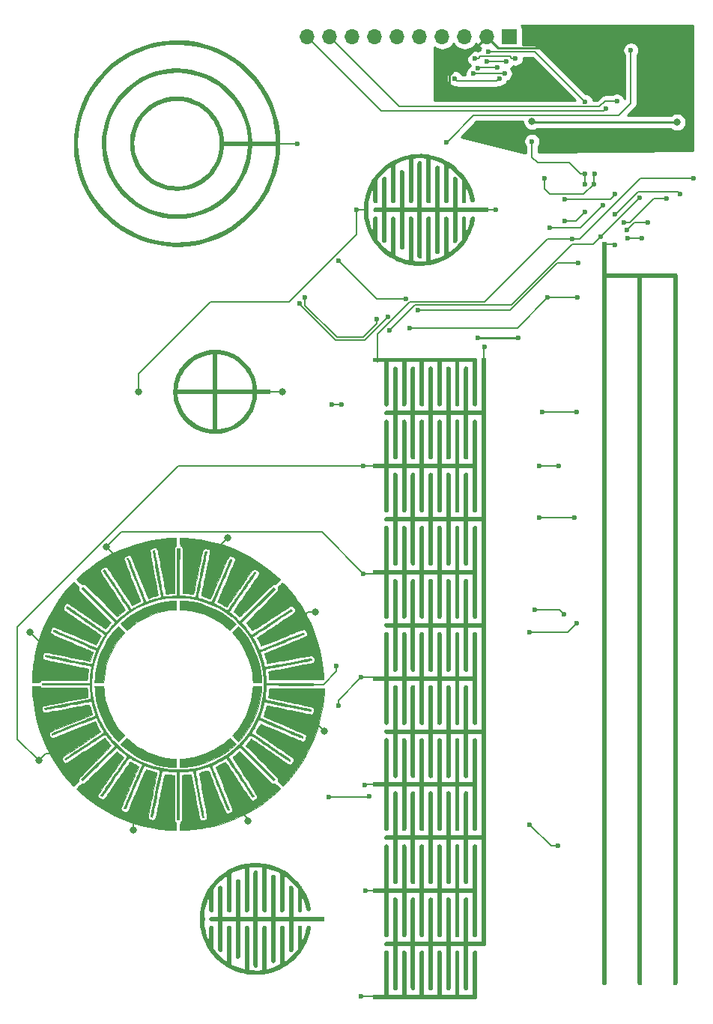
<source format=gbr>
G04 #@! TF.GenerationSoftware,KiCad,Pcbnew,(5.1.2-1)-1*
G04 #@! TF.CreationDate,2022-01-31T21:06:53-05:00*
G04 #@! TF.ProjectId,Capacitive_Touch_Breakout_Board_AT42QT1245-AU,43617061-6369-4746-9976-655f546f7563,rev?*
G04 #@! TF.SameCoordinates,Original*
G04 #@! TF.FileFunction,Copper,L2,Bot*
G04 #@! TF.FilePolarity,Positive*
%FSLAX46Y46*%
G04 Gerber Fmt 4.6, Leading zero omitted, Abs format (unit mm)*
G04 Created by KiCad (PCBNEW (5.1.2-1)-1) date 2022-01-31 21:06:53*
%MOMM*%
%LPD*%
G04 APERTURE LIST*
%ADD10C,0.010000*%
%ADD11C,0.600000*%
%ADD12C,0.300000*%
%ADD13C,0.100000*%
%ADD14R,1.524000X1.524000*%
%ADD15C,1.524000*%
%ADD16C,0.500000*%
%ADD17C,0.250000*%
%ADD18O,1.700000X1.700000*%
%ADD19R,1.700000X1.700000*%
%ADD20C,0.800000*%
%ADD21C,0.250000*%
%ADD22C,0.127000*%
%ADD23C,0.254000*%
G04 APERTURE END LIST*
D10*
G36*
X135440875Y-121421089D02*
G01*
X135356360Y-121318089D01*
X135250875Y-121191943D01*
X135233834Y-121171758D01*
X135114268Y-121028860D01*
X135001271Y-120891344D01*
X134918604Y-120788137D01*
X134916334Y-120785221D01*
X134810500Y-120649056D01*
X132716854Y-122030247D01*
X132336244Y-122281020D01*
X131974791Y-122518559D01*
X131639006Y-122738627D01*
X131335397Y-122936984D01*
X131070476Y-123109394D01*
X130850753Y-123251620D01*
X130682737Y-123359422D01*
X130572939Y-123428564D01*
X130529226Y-123454258D01*
X130383963Y-123480607D01*
X130249532Y-123423846D01*
X130128376Y-123285114D01*
X130113039Y-123259944D01*
X130025235Y-123063527D01*
X130012806Y-122903143D01*
X130058584Y-122799778D01*
X130102802Y-122764729D01*
X130211480Y-122687676D01*
X130378205Y-122572933D01*
X130596562Y-122424813D01*
X130860139Y-122247630D01*
X131162521Y-122045697D01*
X131497295Y-121823329D01*
X131858047Y-121584838D01*
X132185834Y-121369045D01*
X132563153Y-121120936D01*
X132919656Y-120886163D01*
X133248997Y-120668929D01*
X133544829Y-120473436D01*
X133800806Y-120303888D01*
X134010583Y-120164487D01*
X134167814Y-120059435D01*
X134266152Y-119992935D01*
X134298906Y-119969670D01*
X134300603Y-119914411D01*
X134260639Y-119805648D01*
X134200953Y-119688395D01*
X134115628Y-119529906D01*
X134013863Y-119332705D01*
X133915172Y-119134735D01*
X133897982Y-119099343D01*
X133731701Y-118755186D01*
X131374945Y-119702593D01*
X130949579Y-119872963D01*
X130545746Y-120033499D01*
X130170593Y-120181440D01*
X129831266Y-120314026D01*
X129534912Y-120428495D01*
X129288678Y-120522086D01*
X129099710Y-120592038D01*
X128975155Y-120635590D01*
X128922724Y-120650000D01*
X128789354Y-120631993D01*
X128695061Y-120566652D01*
X128617561Y-120436996D01*
X128604543Y-120407546D01*
X128542993Y-120238321D01*
X128530515Y-120116233D01*
X128567848Y-120018901D01*
X128619415Y-119958070D01*
X128678790Y-119922424D01*
X128812283Y-119858255D01*
X129015058Y-119767613D01*
X129282278Y-119652545D01*
X129609107Y-119515099D01*
X129990707Y-119357324D01*
X130422243Y-119181267D01*
X130898878Y-118988976D01*
X131069550Y-118920582D01*
X133424270Y-117978508D01*
X133306419Y-117610338D01*
X133246740Y-117420481D01*
X133191261Y-117238073D01*
X133149512Y-117094618D01*
X133140653Y-117062250D01*
X133100010Y-116953171D01*
X133053782Y-116889272D01*
X133036492Y-116882334D01*
X132985587Y-116889860D01*
X132859019Y-116911523D01*
X132664360Y-116945953D01*
X132409180Y-116991779D01*
X132101051Y-117047628D01*
X131747544Y-117112130D01*
X131356231Y-117183914D01*
X130934683Y-117261608D01*
X130582181Y-117326834D01*
X130140075Y-117408441D01*
X129720649Y-117485205D01*
X129331688Y-117555744D01*
X128980978Y-117618678D01*
X128676302Y-117672626D01*
X128425448Y-117716208D01*
X128236200Y-117748041D01*
X128116343Y-117766746D01*
X128076108Y-117771334D01*
X127958564Y-117754394D01*
X127888070Y-117728502D01*
X127821657Y-117654677D01*
X127764913Y-117524942D01*
X127728178Y-117368052D01*
X127719903Y-117260842D01*
X127719884Y-117211417D01*
X127724067Y-117168346D01*
X127738465Y-117129957D01*
X127769092Y-117094577D01*
X127821960Y-117060533D01*
X127903081Y-117026151D01*
X128018470Y-116989759D01*
X128174139Y-116949684D01*
X128376102Y-116904253D01*
X128630370Y-116851793D01*
X128942958Y-116790631D01*
X129319878Y-116719093D01*
X129767143Y-116635508D01*
X130290766Y-116538202D01*
X130370403Y-116523409D01*
X132905500Y-116052445D01*
X132898892Y-115821806D01*
X132891119Y-115654825D01*
X132877524Y-115451736D01*
X132863530Y-115284250D01*
X132834777Y-114977334D01*
X127673291Y-114977334D01*
X127575208Y-114871500D01*
X127525015Y-114823316D01*
X127469428Y-114792493D01*
X127389266Y-114775181D01*
X127265348Y-114767527D01*
X127078493Y-114765681D01*
X127048063Y-114765667D01*
X126619000Y-114765667D01*
X126623868Y-115178417D01*
X126630495Y-115391658D01*
X126644730Y-115653342D01*
X126664367Y-115927817D01*
X126683537Y-116143302D01*
X126841995Y-117315585D01*
X127081815Y-118468456D01*
X127401220Y-119597894D01*
X127798434Y-120699879D01*
X128271679Y-121770389D01*
X128819179Y-122805403D01*
X129439158Y-123800900D01*
X130129838Y-124752859D01*
X130885271Y-125652634D01*
X131026292Y-125805926D01*
X131149067Y-125933613D01*
X131241689Y-126023722D01*
X131292251Y-126064280D01*
X131295771Y-126065384D01*
X131341962Y-126038757D01*
X131431827Y-125964579D01*
X131550010Y-125855995D01*
X131620242Y-125787638D01*
X131752872Y-125653368D01*
X131834443Y-125559877D01*
X131875490Y-125489850D01*
X131886545Y-125425971D01*
X131879803Y-125360945D01*
X131876032Y-125329969D01*
X131878075Y-125298286D01*
X131890286Y-125261131D01*
X131917020Y-125213737D01*
X131962631Y-125151339D01*
X132031474Y-125069172D01*
X132127904Y-124962471D01*
X132256273Y-124826471D01*
X132420938Y-124656405D01*
X132626253Y-124447509D01*
X132876571Y-124195016D01*
X133176248Y-123894163D01*
X133529637Y-123540183D01*
X133692780Y-123376871D01*
X134089621Y-122978897D01*
X134429247Y-122636582D01*
X134714990Y-122346404D01*
X134950183Y-122104841D01*
X135138159Y-121908371D01*
X135282250Y-121753472D01*
X135385789Y-121636621D01*
X135452110Y-121554298D01*
X135484543Y-121502980D01*
X135487447Y-121480296D01*
X135440875Y-121421089D01*
X135440875Y-121421089D01*
G37*
X135440875Y-121421089D02*
X135356360Y-121318089D01*
X135250875Y-121191943D01*
X135233834Y-121171758D01*
X135114268Y-121028860D01*
X135001271Y-120891344D01*
X134918604Y-120788137D01*
X134916334Y-120785221D01*
X134810500Y-120649056D01*
X132716854Y-122030247D01*
X132336244Y-122281020D01*
X131974791Y-122518559D01*
X131639006Y-122738627D01*
X131335397Y-122936984D01*
X131070476Y-123109394D01*
X130850753Y-123251620D01*
X130682737Y-123359422D01*
X130572939Y-123428564D01*
X130529226Y-123454258D01*
X130383963Y-123480607D01*
X130249532Y-123423846D01*
X130128376Y-123285114D01*
X130113039Y-123259944D01*
X130025235Y-123063527D01*
X130012806Y-122903143D01*
X130058584Y-122799778D01*
X130102802Y-122764729D01*
X130211480Y-122687676D01*
X130378205Y-122572933D01*
X130596562Y-122424813D01*
X130860139Y-122247630D01*
X131162521Y-122045697D01*
X131497295Y-121823329D01*
X131858047Y-121584838D01*
X132185834Y-121369045D01*
X132563153Y-121120936D01*
X132919656Y-120886163D01*
X133248997Y-120668929D01*
X133544829Y-120473436D01*
X133800806Y-120303888D01*
X134010583Y-120164487D01*
X134167814Y-120059435D01*
X134266152Y-119992935D01*
X134298906Y-119969670D01*
X134300603Y-119914411D01*
X134260639Y-119805648D01*
X134200953Y-119688395D01*
X134115628Y-119529906D01*
X134013863Y-119332705D01*
X133915172Y-119134735D01*
X133897982Y-119099343D01*
X133731701Y-118755186D01*
X131374945Y-119702593D01*
X130949579Y-119872963D01*
X130545746Y-120033499D01*
X130170593Y-120181440D01*
X129831266Y-120314026D01*
X129534912Y-120428495D01*
X129288678Y-120522086D01*
X129099710Y-120592038D01*
X128975155Y-120635590D01*
X128922724Y-120650000D01*
X128789354Y-120631993D01*
X128695061Y-120566652D01*
X128617561Y-120436996D01*
X128604543Y-120407546D01*
X128542993Y-120238321D01*
X128530515Y-120116233D01*
X128567848Y-120018901D01*
X128619415Y-119958070D01*
X128678790Y-119922424D01*
X128812283Y-119858255D01*
X129015058Y-119767613D01*
X129282278Y-119652545D01*
X129609107Y-119515099D01*
X129990707Y-119357324D01*
X130422243Y-119181267D01*
X130898878Y-118988976D01*
X131069550Y-118920582D01*
X133424270Y-117978508D01*
X133306419Y-117610338D01*
X133246740Y-117420481D01*
X133191261Y-117238073D01*
X133149512Y-117094618D01*
X133140653Y-117062250D01*
X133100010Y-116953171D01*
X133053782Y-116889272D01*
X133036492Y-116882334D01*
X132985587Y-116889860D01*
X132859019Y-116911523D01*
X132664360Y-116945953D01*
X132409180Y-116991779D01*
X132101051Y-117047628D01*
X131747544Y-117112130D01*
X131356231Y-117183914D01*
X130934683Y-117261608D01*
X130582181Y-117326834D01*
X130140075Y-117408441D01*
X129720649Y-117485205D01*
X129331688Y-117555744D01*
X128980978Y-117618678D01*
X128676302Y-117672626D01*
X128425448Y-117716208D01*
X128236200Y-117748041D01*
X128116343Y-117766746D01*
X128076108Y-117771334D01*
X127958564Y-117754394D01*
X127888070Y-117728502D01*
X127821657Y-117654677D01*
X127764913Y-117524942D01*
X127728178Y-117368052D01*
X127719903Y-117260842D01*
X127719884Y-117211417D01*
X127724067Y-117168346D01*
X127738465Y-117129957D01*
X127769092Y-117094577D01*
X127821960Y-117060533D01*
X127903081Y-117026151D01*
X128018470Y-116989759D01*
X128174139Y-116949684D01*
X128376102Y-116904253D01*
X128630370Y-116851793D01*
X128942958Y-116790631D01*
X129319878Y-116719093D01*
X129767143Y-116635508D01*
X130290766Y-116538202D01*
X130370403Y-116523409D01*
X132905500Y-116052445D01*
X132898892Y-115821806D01*
X132891119Y-115654825D01*
X132877524Y-115451736D01*
X132863530Y-115284250D01*
X132834777Y-114977334D01*
X127673291Y-114977334D01*
X127575208Y-114871500D01*
X127525015Y-114823316D01*
X127469428Y-114792493D01*
X127389266Y-114775181D01*
X127265348Y-114767527D01*
X127078493Y-114765681D01*
X127048063Y-114765667D01*
X126619000Y-114765667D01*
X126623868Y-115178417D01*
X126630495Y-115391658D01*
X126644730Y-115653342D01*
X126664367Y-115927817D01*
X126683537Y-116143302D01*
X126841995Y-117315585D01*
X127081815Y-118468456D01*
X127401220Y-119597894D01*
X127798434Y-120699879D01*
X128271679Y-121770389D01*
X128819179Y-122805403D01*
X129439158Y-123800900D01*
X130129838Y-124752859D01*
X130885271Y-125652634D01*
X131026292Y-125805926D01*
X131149067Y-125933613D01*
X131241689Y-126023722D01*
X131292251Y-126064280D01*
X131295771Y-126065384D01*
X131341962Y-126038757D01*
X131431827Y-125964579D01*
X131550010Y-125855995D01*
X131620242Y-125787638D01*
X131752872Y-125653368D01*
X131834443Y-125559877D01*
X131875490Y-125489850D01*
X131886545Y-125425971D01*
X131879803Y-125360945D01*
X131876032Y-125329969D01*
X131878075Y-125298286D01*
X131890286Y-125261131D01*
X131917020Y-125213737D01*
X131962631Y-125151339D01*
X132031474Y-125069172D01*
X132127904Y-124962471D01*
X132256273Y-124826471D01*
X132420938Y-124656405D01*
X132626253Y-124447509D01*
X132876571Y-124195016D01*
X133176248Y-123894163D01*
X133529637Y-123540183D01*
X133692780Y-123376871D01*
X134089621Y-122978897D01*
X134429247Y-122636582D01*
X134714990Y-122346404D01*
X134950183Y-122104841D01*
X135138159Y-121908371D01*
X135282250Y-121753472D01*
X135385789Y-121636621D01*
X135452110Y-121554298D01*
X135484543Y-121502980D01*
X135487447Y-121480296D01*
X135440875Y-121421089D01*
G36*
X133690036Y-105770718D02*
G01*
X131855936Y-103934824D01*
X131881449Y-103748688D01*
X131891136Y-103660923D01*
X131884929Y-103593091D01*
X131852618Y-103526906D01*
X131783994Y-103444082D01*
X131668847Y-103326335D01*
X131616698Y-103274513D01*
X131326434Y-102986473D01*
X131053048Y-103277487D01*
X130296874Y-104143790D01*
X129603378Y-105064402D01*
X128975267Y-106033867D01*
X128415249Y-107046727D01*
X127926033Y-108097525D01*
X127510325Y-109180803D01*
X127170835Y-110291104D01*
X126910269Y-111422971D01*
X126851486Y-111744973D01*
X126796206Y-112095375D01*
X126744856Y-112475846D01*
X126699546Y-112865820D01*
X126662387Y-113244727D01*
X126635489Y-113592000D01*
X126620964Y-113887072D01*
X126619000Y-114010466D01*
X126619000Y-114342334D01*
X127048063Y-114342334D01*
X127244673Y-114340968D01*
X127375811Y-114334303D01*
X127460656Y-114318488D01*
X127518392Y-114289671D01*
X127568197Y-114244003D01*
X127575208Y-114236500D01*
X127673291Y-114130667D01*
X130257646Y-114130667D01*
X130790368Y-114130557D01*
X131244642Y-114130107D01*
X131626686Y-114129140D01*
X131942720Y-114127476D01*
X132198960Y-114124939D01*
X132401627Y-114121349D01*
X132556939Y-114116529D01*
X132671113Y-114110300D01*
X132750369Y-114102484D01*
X132800924Y-114092903D01*
X132828999Y-114081378D01*
X132840810Y-114067732D01*
X132842734Y-114056584D01*
X132847742Y-113974494D01*
X132860343Y-113830855D01*
X132878203Y-113648203D01*
X132898988Y-113449071D01*
X132920364Y-113255995D01*
X132939999Y-113091508D01*
X132951935Y-113002129D01*
X132977451Y-112826091D01*
X132729809Y-112779744D01*
X132573403Y-112749621D01*
X132346255Y-112704681D01*
X132060511Y-112647388D01*
X131728314Y-112580207D01*
X131361808Y-112505599D01*
X130973136Y-112426030D01*
X130574443Y-112343962D01*
X130217334Y-112270053D01*
X129907705Y-112205922D01*
X129567327Y-112135640D01*
X129228153Y-112065790D01*
X128922135Y-112002958D01*
X128778000Y-111973462D01*
X128481853Y-111911706D01*
X128258004Y-111861335D01*
X128095412Y-111818785D01*
X127983039Y-111780494D01*
X127909845Y-111742898D01*
X127864792Y-111702433D01*
X127845049Y-111672311D01*
X127808307Y-111540796D01*
X127808671Y-111378826D01*
X127840622Y-111214994D01*
X127898644Y-111077895D01*
X127975337Y-110997107D01*
X128030950Y-110974075D01*
X128100152Y-110962024D01*
X128194021Y-110962218D01*
X128323632Y-110975917D01*
X128500062Y-111004383D01*
X128734388Y-111048877D01*
X129037687Y-111110661D01*
X129116667Y-111127095D01*
X129642608Y-111236784D01*
X130094569Y-111330955D01*
X130481439Y-111411441D01*
X130812106Y-111480075D01*
X131095461Y-111538690D01*
X131340393Y-111589121D01*
X131555790Y-111633199D01*
X131750542Y-111672757D01*
X131933538Y-111709630D01*
X132113668Y-111745650D01*
X132185834Y-111760016D01*
X132426829Y-111807956D01*
X132649446Y-111852269D01*
X132835607Y-111889357D01*
X132967239Y-111915619D01*
X133011334Y-111924443D01*
X133159500Y-111954178D01*
X133317426Y-111465506D01*
X133378465Y-111274765D01*
X133428676Y-111114305D01*
X133462946Y-111000723D01*
X133476160Y-110950617D01*
X133476176Y-110950327D01*
X133439849Y-110924546D01*
X133340699Y-110874866D01*
X133194528Y-110808796D01*
X133043084Y-110744520D01*
X132863753Y-110669195D01*
X132712329Y-110603313D01*
X132606722Y-110554807D01*
X132566834Y-110533533D01*
X132515500Y-110507863D01*
X132399171Y-110456181D01*
X132231322Y-110384270D01*
X132025429Y-110297914D01*
X131826000Y-110215599D01*
X131572402Y-110110682D01*
X131320737Y-110004808D01*
X131091955Y-109906914D01*
X130907005Y-109825935D01*
X130819655Y-109786342D01*
X130670564Y-109719273D01*
X130549976Y-109669064D01*
X130479159Y-109644460D01*
X130471709Y-109643334D01*
X130411679Y-109625409D01*
X130309952Y-109580564D01*
X130271554Y-109561497D01*
X130177093Y-109517205D01*
X130021949Y-109448929D01*
X129823965Y-109364335D01*
X129600985Y-109271092D01*
X129476500Y-109219859D01*
X129183326Y-109095041D01*
X128963231Y-108988994D01*
X128808147Y-108896327D01*
X128710006Y-108811652D01*
X128660739Y-108729580D01*
X128651000Y-108668514D01*
X128667578Y-108587005D01*
X128710421Y-108460679D01*
X128753812Y-108354939D01*
X128808596Y-108241038D01*
X128865034Y-108158917D01*
X128933145Y-108109276D01*
X129022948Y-108092817D01*
X129144461Y-108110241D01*
X129307702Y-108162248D01*
X129522690Y-108249540D01*
X129799445Y-108372817D01*
X129942167Y-108438090D01*
X130080959Y-108500056D01*
X130278114Y-108585718D01*
X130513704Y-108686535D01*
X130767803Y-108793965D01*
X130958167Y-108873587D01*
X131200792Y-108975162D01*
X131428137Y-109071476D01*
X131623843Y-109155512D01*
X131771549Y-109220252D01*
X131847167Y-109254883D01*
X131936876Y-109295432D01*
X132090473Y-109361823D01*
X132293453Y-109447915D01*
X132531309Y-109547569D01*
X132789537Y-109654643D01*
X132863167Y-109684974D01*
X133115475Y-109789726D01*
X133342881Y-109885982D01*
X133533100Y-109968391D01*
X133673846Y-110031605D01*
X133752833Y-110070273D01*
X133763774Y-110077146D01*
X133816665Y-110106838D01*
X133830127Y-110104450D01*
X133862129Y-110051545D01*
X133922836Y-109943322D01*
X134002995Y-109797029D01*
X134093355Y-109629920D01*
X134184661Y-109459245D01*
X134267662Y-109302255D01*
X134333103Y-109176201D01*
X134371734Y-109098334D01*
X134378125Y-109082757D01*
X134350727Y-109036965D01*
X134270845Y-108968683D01*
X134212182Y-108928632D01*
X134083111Y-108844491D01*
X133922919Y-108736779D01*
X133788848Y-108644471D01*
X133657146Y-108553170D01*
X133478141Y-108429948D01*
X133274587Y-108290429D01*
X133069237Y-108150237D01*
X133053667Y-108139633D01*
X132851160Y-108001494D01*
X132650590Y-107864228D01*
X132473958Y-107742921D01*
X132343265Y-107652659D01*
X132334000Y-107646220D01*
X132203535Y-107556152D01*
X132027394Y-107435467D01*
X131830078Y-107300916D01*
X131661649Y-107186556D01*
X131481914Y-107063967D01*
X131318113Y-106950732D01*
X131188411Y-106859501D01*
X131111316Y-106803197D01*
X130878332Y-106634105D01*
X130641542Y-106480826D01*
X130556000Y-106430817D01*
X130348514Y-106291704D01*
X130206678Y-106147199D01*
X130138020Y-106005727D01*
X130132667Y-105957134D01*
X130163216Y-105799777D01*
X130243241Y-105645033D01*
X130355316Y-105514592D01*
X130482009Y-105430145D01*
X130572297Y-105410000D01*
X130659566Y-105435005D01*
X130795413Y-105503291D01*
X130962689Y-105604762D01*
X131144249Y-105729326D01*
X131251463Y-105809825D01*
X131383572Y-105907949D01*
X131515647Y-105999071D01*
X131554277Y-106023834D01*
X131699957Y-106116978D01*
X131883464Y-106238318D01*
X132084126Y-106373747D01*
X132281269Y-106509155D01*
X132454219Y-106630435D01*
X132582302Y-106723479D01*
X132606129Y-106741634D01*
X132738332Y-106839546D01*
X132870429Y-106930542D01*
X132908849Y-106955167D01*
X133015119Y-107023968D01*
X133157861Y-107119988D01*
X133292886Y-107213196D01*
X133426665Y-107306142D01*
X133606715Y-107430252D01*
X133809240Y-107569163D01*
X134006167Y-107703604D01*
X134200799Y-107836128D01*
X134389706Y-107964771D01*
X134551712Y-108075111D01*
X134665641Y-108152728D01*
X134668473Y-108154658D01*
X134783635Y-108228412D01*
X134872938Y-108277085D01*
X134906865Y-108288667D01*
X134955167Y-108257609D01*
X135029870Y-108178897D01*
X135069084Y-108129917D01*
X135170290Y-108003686D01*
X135293411Y-107859617D01*
X135356843Y-107788889D01*
X135524137Y-107606611D01*
X133690036Y-105770718D01*
X133690036Y-105770718D01*
G37*
X133690036Y-105770718D02*
X131855936Y-103934824D01*
X131881449Y-103748688D01*
X131891136Y-103660923D01*
X131884929Y-103593091D01*
X131852618Y-103526906D01*
X131783994Y-103444082D01*
X131668847Y-103326335D01*
X131616698Y-103274513D01*
X131326434Y-102986473D01*
X131053048Y-103277487D01*
X130296874Y-104143790D01*
X129603378Y-105064402D01*
X128975267Y-106033867D01*
X128415249Y-107046727D01*
X127926033Y-108097525D01*
X127510325Y-109180803D01*
X127170835Y-110291104D01*
X126910269Y-111422971D01*
X126851486Y-111744973D01*
X126796206Y-112095375D01*
X126744856Y-112475846D01*
X126699546Y-112865820D01*
X126662387Y-113244727D01*
X126635489Y-113592000D01*
X126620964Y-113887072D01*
X126619000Y-114010466D01*
X126619000Y-114342334D01*
X127048063Y-114342334D01*
X127244673Y-114340968D01*
X127375811Y-114334303D01*
X127460656Y-114318488D01*
X127518392Y-114289671D01*
X127568197Y-114244003D01*
X127575208Y-114236500D01*
X127673291Y-114130667D01*
X130257646Y-114130667D01*
X130790368Y-114130557D01*
X131244642Y-114130107D01*
X131626686Y-114129140D01*
X131942720Y-114127476D01*
X132198960Y-114124939D01*
X132401627Y-114121349D01*
X132556939Y-114116529D01*
X132671113Y-114110300D01*
X132750369Y-114102484D01*
X132800924Y-114092903D01*
X132828999Y-114081378D01*
X132840810Y-114067732D01*
X132842734Y-114056584D01*
X132847742Y-113974494D01*
X132860343Y-113830855D01*
X132878203Y-113648203D01*
X132898988Y-113449071D01*
X132920364Y-113255995D01*
X132939999Y-113091508D01*
X132951935Y-113002129D01*
X132977451Y-112826091D01*
X132729809Y-112779744D01*
X132573403Y-112749621D01*
X132346255Y-112704681D01*
X132060511Y-112647388D01*
X131728314Y-112580207D01*
X131361808Y-112505599D01*
X130973136Y-112426030D01*
X130574443Y-112343962D01*
X130217334Y-112270053D01*
X129907705Y-112205922D01*
X129567327Y-112135640D01*
X129228153Y-112065790D01*
X128922135Y-112002958D01*
X128778000Y-111973462D01*
X128481853Y-111911706D01*
X128258004Y-111861335D01*
X128095412Y-111818785D01*
X127983039Y-111780494D01*
X127909845Y-111742898D01*
X127864792Y-111702433D01*
X127845049Y-111672311D01*
X127808307Y-111540796D01*
X127808671Y-111378826D01*
X127840622Y-111214994D01*
X127898644Y-111077895D01*
X127975337Y-110997107D01*
X128030950Y-110974075D01*
X128100152Y-110962024D01*
X128194021Y-110962218D01*
X128323632Y-110975917D01*
X128500062Y-111004383D01*
X128734388Y-111048877D01*
X129037687Y-111110661D01*
X129116667Y-111127095D01*
X129642608Y-111236784D01*
X130094569Y-111330955D01*
X130481439Y-111411441D01*
X130812106Y-111480075D01*
X131095461Y-111538690D01*
X131340393Y-111589121D01*
X131555790Y-111633199D01*
X131750542Y-111672757D01*
X131933538Y-111709630D01*
X132113668Y-111745650D01*
X132185834Y-111760016D01*
X132426829Y-111807956D01*
X132649446Y-111852269D01*
X132835607Y-111889357D01*
X132967239Y-111915619D01*
X133011334Y-111924443D01*
X133159500Y-111954178D01*
X133317426Y-111465506D01*
X133378465Y-111274765D01*
X133428676Y-111114305D01*
X133462946Y-111000723D01*
X133476160Y-110950617D01*
X133476176Y-110950327D01*
X133439849Y-110924546D01*
X133340699Y-110874866D01*
X133194528Y-110808796D01*
X133043084Y-110744520D01*
X132863753Y-110669195D01*
X132712329Y-110603313D01*
X132606722Y-110554807D01*
X132566834Y-110533533D01*
X132515500Y-110507863D01*
X132399171Y-110456181D01*
X132231322Y-110384270D01*
X132025429Y-110297914D01*
X131826000Y-110215599D01*
X131572402Y-110110682D01*
X131320737Y-110004808D01*
X131091955Y-109906914D01*
X130907005Y-109825935D01*
X130819655Y-109786342D01*
X130670564Y-109719273D01*
X130549976Y-109669064D01*
X130479159Y-109644460D01*
X130471709Y-109643334D01*
X130411679Y-109625409D01*
X130309952Y-109580564D01*
X130271554Y-109561497D01*
X130177093Y-109517205D01*
X130021949Y-109448929D01*
X129823965Y-109364335D01*
X129600985Y-109271092D01*
X129476500Y-109219859D01*
X129183326Y-109095041D01*
X128963231Y-108988994D01*
X128808147Y-108896327D01*
X128710006Y-108811652D01*
X128660739Y-108729580D01*
X128651000Y-108668514D01*
X128667578Y-108587005D01*
X128710421Y-108460679D01*
X128753812Y-108354939D01*
X128808596Y-108241038D01*
X128865034Y-108158917D01*
X128933145Y-108109276D01*
X129022948Y-108092817D01*
X129144461Y-108110241D01*
X129307702Y-108162248D01*
X129522690Y-108249540D01*
X129799445Y-108372817D01*
X129942167Y-108438090D01*
X130080959Y-108500056D01*
X130278114Y-108585718D01*
X130513704Y-108686535D01*
X130767803Y-108793965D01*
X130958167Y-108873587D01*
X131200792Y-108975162D01*
X131428137Y-109071476D01*
X131623843Y-109155512D01*
X131771549Y-109220252D01*
X131847167Y-109254883D01*
X131936876Y-109295432D01*
X132090473Y-109361823D01*
X132293453Y-109447915D01*
X132531309Y-109547569D01*
X132789537Y-109654643D01*
X132863167Y-109684974D01*
X133115475Y-109789726D01*
X133342881Y-109885982D01*
X133533100Y-109968391D01*
X133673846Y-110031605D01*
X133752833Y-110070273D01*
X133763774Y-110077146D01*
X133816665Y-110106838D01*
X133830127Y-110104450D01*
X133862129Y-110051545D01*
X133922836Y-109943322D01*
X134002995Y-109797029D01*
X134093355Y-109629920D01*
X134184661Y-109459245D01*
X134267662Y-109302255D01*
X134333103Y-109176201D01*
X134371734Y-109098334D01*
X134378125Y-109082757D01*
X134350727Y-109036965D01*
X134270845Y-108968683D01*
X134212182Y-108928632D01*
X134083111Y-108844491D01*
X133922919Y-108736779D01*
X133788848Y-108644471D01*
X133657146Y-108553170D01*
X133478141Y-108429948D01*
X133274587Y-108290429D01*
X133069237Y-108150237D01*
X133053667Y-108139633D01*
X132851160Y-108001494D01*
X132650590Y-107864228D01*
X132473958Y-107742921D01*
X132343265Y-107652659D01*
X132334000Y-107646220D01*
X132203535Y-107556152D01*
X132027394Y-107435467D01*
X131830078Y-107300916D01*
X131661649Y-107186556D01*
X131481914Y-107063967D01*
X131318113Y-106950732D01*
X131188411Y-106859501D01*
X131111316Y-106803197D01*
X130878332Y-106634105D01*
X130641542Y-106480826D01*
X130556000Y-106430817D01*
X130348514Y-106291704D01*
X130206678Y-106147199D01*
X130138020Y-106005727D01*
X130132667Y-105957134D01*
X130163216Y-105799777D01*
X130243241Y-105645033D01*
X130355316Y-105514592D01*
X130482009Y-105430145D01*
X130572297Y-105410000D01*
X130659566Y-105435005D01*
X130795413Y-105503291D01*
X130962689Y-105604762D01*
X131144249Y-105729326D01*
X131251463Y-105809825D01*
X131383572Y-105907949D01*
X131515647Y-105999071D01*
X131554277Y-106023834D01*
X131699957Y-106116978D01*
X131883464Y-106238318D01*
X132084126Y-106373747D01*
X132281269Y-106509155D01*
X132454219Y-106630435D01*
X132582302Y-106723479D01*
X132606129Y-106741634D01*
X132738332Y-106839546D01*
X132870429Y-106930542D01*
X132908849Y-106955167D01*
X133015119Y-107023968D01*
X133157861Y-107119988D01*
X133292886Y-107213196D01*
X133426665Y-107306142D01*
X133606715Y-107430252D01*
X133809240Y-107569163D01*
X134006167Y-107703604D01*
X134200799Y-107836128D01*
X134389706Y-107964771D01*
X134551712Y-108075111D01*
X134665641Y-108152728D01*
X134668473Y-108154658D01*
X134783635Y-108228412D01*
X134872938Y-108277085D01*
X134906865Y-108288667D01*
X134955167Y-108257609D01*
X135029870Y-108178897D01*
X135069084Y-108129917D01*
X135170290Y-108003686D01*
X135293411Y-107859617D01*
X135356843Y-107788889D01*
X135524137Y-107606611D01*
X133690036Y-105770718D01*
G36*
X142915968Y-130438328D02*
G01*
X142909303Y-130307190D01*
X142893488Y-130222345D01*
X142864671Y-130164609D01*
X142819003Y-130114804D01*
X142811500Y-130107793D01*
X142705667Y-130009710D01*
X142705667Y-124851937D01*
X142462250Y-124826216D01*
X142289803Y-124808955D01*
X142081048Y-124789402D01*
X141901000Y-124773504D01*
X141583166Y-124746513D01*
X141464491Y-125333507D01*
X141417995Y-125562070D01*
X141374067Y-125775480D01*
X141337069Y-125952709D01*
X141311365Y-126072728D01*
X141307553Y-126089834D01*
X141283489Y-126202054D01*
X141248652Y-126371685D01*
X141208275Y-126572995D01*
X141178377Y-126724834D01*
X141140318Y-126916423D01*
X141089321Y-127168325D01*
X141029995Y-127458022D01*
X140966952Y-127763000D01*
X140905307Y-128058334D01*
X140844423Y-128350241D01*
X140783931Y-128643556D01*
X140728084Y-128917416D01*
X140681137Y-129150961D01*
X140647342Y-129323326D01*
X140646385Y-129328334D01*
X140591707Y-129571215D01*
X140530498Y-129740567D01*
X140454732Y-129847513D01*
X140356384Y-129903177D01*
X140227428Y-129918683D01*
X140220508Y-129918611D01*
X140004868Y-129893606D01*
X139840272Y-129829451D01*
X139739645Y-129731869D01*
X139724580Y-129699016D01*
X139713885Y-129654800D01*
X139710073Y-129594890D01*
X139714463Y-129511242D01*
X139728377Y-129395810D01*
X139753134Y-129240549D01*
X139790054Y-129037414D01*
X139840459Y-128778359D01*
X139905669Y-128455340D01*
X139987002Y-128060311D01*
X140018148Y-127910167D01*
X140074363Y-127638844D01*
X140141391Y-127314237D01*
X140213117Y-126966024D01*
X140283428Y-126623877D01*
X140332154Y-126386167D01*
X140418500Y-125964469D01*
X140489531Y-125617930D01*
X140546871Y-125338755D01*
X140592145Y-125119148D01*
X140626979Y-124951314D01*
X140652998Y-124827458D01*
X140671826Y-124739784D01*
X140685090Y-124680498D01*
X140694413Y-124641802D01*
X140700604Y-124618750D01*
X140693466Y-124555979D01*
X140660746Y-124544667D01*
X140599223Y-124532292D01*
X140474455Y-124498456D01*
X140303648Y-124448091D01*
X140104005Y-124386129D01*
X140070113Y-124375334D01*
X139870090Y-124312273D01*
X139698846Y-124259951D01*
X139572644Y-124223215D01*
X139507746Y-124206912D01*
X139503804Y-124206522D01*
X139471947Y-124243264D01*
X139420436Y-124340188D01*
X139359190Y-124478143D01*
X139344858Y-124513439D01*
X139259964Y-124719040D01*
X139161712Y-124946789D01*
X139083920Y-125119892D01*
X139021744Y-125258873D01*
X138936015Y-125456632D01*
X138835111Y-125693530D01*
X138727408Y-125949929D01*
X138641499Y-126157059D01*
X138544197Y-126391297D01*
X138456307Y-126599399D01*
X138383455Y-126768318D01*
X138331271Y-126885006D01*
X138305381Y-126936416D01*
X138305317Y-126936500D01*
X138279430Y-126987844D01*
X138227583Y-127104195D01*
X138155570Y-127272075D01*
X138069182Y-127478002D01*
X137986957Y-127677334D01*
X137837862Y-128039098D01*
X137715445Y-128329651D01*
X137615781Y-128556728D01*
X137534947Y-128728061D01*
X137469021Y-128851383D01*
X137414079Y-128934428D01*
X137366198Y-128984928D01*
X137321455Y-129010618D01*
X137308589Y-129014511D01*
X137202137Y-129013383D01*
X137058587Y-128978347D01*
X136907191Y-128920771D01*
X136777203Y-128852019D01*
X136697876Y-128783458D01*
X136692875Y-128775275D01*
X136657604Y-128666222D01*
X136652000Y-128611946D01*
X136667976Y-128536812D01*
X136709942Y-128407480D01*
X136768957Y-128246617D01*
X136836077Y-128076888D01*
X136902363Y-127920958D01*
X136958870Y-127801492D01*
X136994837Y-127742951D01*
X137031078Y-127665594D01*
X137033000Y-127645743D01*
X137050085Y-127582308D01*
X137095359Y-127465536D01*
X137159852Y-127318167D01*
X137175862Y-127283612D01*
X137245385Y-127129853D01*
X137335879Y-126922144D01*
X137436776Y-126685108D01*
X137537511Y-126443369D01*
X137561062Y-126385986D01*
X137647885Y-126176139D01*
X137725452Y-125993174D01*
X137787324Y-125851944D01*
X137827059Y-125767298D01*
X137836348Y-125751167D01*
X137861462Y-125701276D01*
X137913694Y-125584779D01*
X137987994Y-125413389D01*
X138079311Y-125198818D01*
X138182596Y-124952779D01*
X138237889Y-124819834D01*
X138344748Y-124562140D01*
X138441200Y-124329615D01*
X138522360Y-124134027D01*
X138583344Y-123987147D01*
X138619267Y-123900742D01*
X138626348Y-123883794D01*
X138599014Y-123846878D01*
X138510091Y-123779626D01*
X138372920Y-123691129D01*
X138200840Y-123590474D01*
X138173533Y-123575271D01*
X137978188Y-123468256D01*
X137842982Y-123398437D01*
X137754473Y-123361125D01*
X137699219Y-123351632D01*
X137663779Y-123365271D01*
X137640824Y-123389478D01*
X137587349Y-123460619D01*
X137504105Y-123577182D01*
X137387228Y-123744725D01*
X137232852Y-123968811D01*
X137037114Y-124254999D01*
X136926239Y-124417667D01*
X136786725Y-124622163D01*
X136646778Y-124826656D01*
X136521988Y-125008405D01*
X136427947Y-125144665D01*
X136422268Y-125152848D01*
X136316509Y-125306213D01*
X136213250Y-125457651D01*
X136144000Y-125560667D01*
X136063112Y-125680620D01*
X135957978Y-125834008D01*
X135864687Y-125968486D01*
X135669769Y-126247781D01*
X135516660Y-126467816D01*
X135398455Y-126638578D01*
X135308252Y-126770059D01*
X135239146Y-126872247D01*
X135212667Y-126911978D01*
X135056573Y-127146702D01*
X134938426Y-127320114D01*
X134849426Y-127441495D01*
X134780775Y-127520126D01*
X134723675Y-127565287D01*
X134669327Y-127586260D01*
X134608932Y-127592324D01*
X134567341Y-127592667D01*
X134463949Y-127567217D01*
X134330310Y-127503332D01*
X134197932Y-127419710D01*
X134098322Y-127335049D01*
X134070446Y-127297789D01*
X134034198Y-127194655D01*
X134027334Y-127140324D01*
X134050574Y-127072321D01*
X134113695Y-126951760D01*
X134206799Y-126794568D01*
X134319988Y-126616674D01*
X134443366Y-126434006D01*
X134567033Y-126262492D01*
X134598834Y-126220623D01*
X134696258Y-126088013D01*
X134786949Y-125955142D01*
X134810500Y-125918055D01*
X134901142Y-125775676D01*
X135021103Y-125593863D01*
X135156115Y-125393546D01*
X135291909Y-125195655D01*
X135414214Y-125021118D01*
X135508762Y-124890867D01*
X135528301Y-124865205D01*
X135626212Y-124733003D01*
X135717209Y-124600905D01*
X135741834Y-124562486D01*
X135810635Y-124456216D01*
X135906655Y-124313474D01*
X135999863Y-124178448D01*
X136091102Y-124046808D01*
X136213962Y-123867719D01*
X136352841Y-123664003D01*
X136492136Y-123458485D01*
X136501919Y-123444000D01*
X136627270Y-123259951D01*
X136740703Y-123096353D01*
X136831406Y-122968594D01*
X136888567Y-122892060D01*
X136896269Y-122882824D01*
X136940447Y-122821398D01*
X136944547Y-122796682D01*
X136847397Y-122724913D01*
X136712233Y-122618075D01*
X136564589Y-122497049D01*
X136429996Y-122382715D01*
X136344180Y-122305689D01*
X136184527Y-122155053D01*
X134566180Y-123764802D01*
X134163110Y-124165701D01*
X133815595Y-124511015D01*
X133519124Y-124804826D01*
X133269187Y-125051218D01*
X133061273Y-125254276D01*
X132890871Y-125418083D01*
X132753471Y-125546723D01*
X132644561Y-125644280D01*
X132559632Y-125714838D01*
X132494171Y-125762482D01*
X132443670Y-125791294D01*
X132403616Y-125805358D01*
X132369499Y-125808760D01*
X132336809Y-125805581D01*
X132315861Y-125802192D01*
X132245102Y-125796624D01*
X132181201Y-125812892D01*
X132107098Y-125861566D01*
X132005732Y-125953219D01*
X131895363Y-126062759D01*
X131773658Y-126189854D01*
X131679257Y-126296927D01*
X131625305Y-126368623D01*
X131617617Y-126387230D01*
X131648688Y-126429567D01*
X131731318Y-126515962D01*
X131853535Y-126634509D01*
X132003366Y-126773299D01*
X132030367Y-126797730D01*
X132933071Y-127555379D01*
X133884123Y-128245141D01*
X134879127Y-128864877D01*
X135913684Y-129412447D01*
X136983396Y-129885710D01*
X138083868Y-130282528D01*
X139210700Y-130600761D01*
X140319973Y-130831515D01*
X140670375Y-130886795D01*
X141050846Y-130938145D01*
X141440820Y-130983455D01*
X141819727Y-131020614D01*
X142167000Y-131047512D01*
X142462072Y-131062037D01*
X142585466Y-131064000D01*
X142917334Y-131064000D01*
X142917334Y-130634938D01*
X142915968Y-130438328D01*
X142915968Y-130438328D01*
G37*
X142915968Y-130438328D02*
X142909303Y-130307190D01*
X142893488Y-130222345D01*
X142864671Y-130164609D01*
X142819003Y-130114804D01*
X142811500Y-130107793D01*
X142705667Y-130009710D01*
X142705667Y-124851937D01*
X142462250Y-124826216D01*
X142289803Y-124808955D01*
X142081048Y-124789402D01*
X141901000Y-124773504D01*
X141583166Y-124746513D01*
X141464491Y-125333507D01*
X141417995Y-125562070D01*
X141374067Y-125775480D01*
X141337069Y-125952709D01*
X141311365Y-126072728D01*
X141307553Y-126089834D01*
X141283489Y-126202054D01*
X141248652Y-126371685D01*
X141208275Y-126572995D01*
X141178377Y-126724834D01*
X141140318Y-126916423D01*
X141089321Y-127168325D01*
X141029995Y-127458022D01*
X140966952Y-127763000D01*
X140905307Y-128058334D01*
X140844423Y-128350241D01*
X140783931Y-128643556D01*
X140728084Y-128917416D01*
X140681137Y-129150961D01*
X140647342Y-129323326D01*
X140646385Y-129328334D01*
X140591707Y-129571215D01*
X140530498Y-129740567D01*
X140454732Y-129847513D01*
X140356384Y-129903177D01*
X140227428Y-129918683D01*
X140220508Y-129918611D01*
X140004868Y-129893606D01*
X139840272Y-129829451D01*
X139739645Y-129731869D01*
X139724580Y-129699016D01*
X139713885Y-129654800D01*
X139710073Y-129594890D01*
X139714463Y-129511242D01*
X139728377Y-129395810D01*
X139753134Y-129240549D01*
X139790054Y-129037414D01*
X139840459Y-128778359D01*
X139905669Y-128455340D01*
X139987002Y-128060311D01*
X140018148Y-127910167D01*
X140074363Y-127638844D01*
X140141391Y-127314237D01*
X140213117Y-126966024D01*
X140283428Y-126623877D01*
X140332154Y-126386167D01*
X140418500Y-125964469D01*
X140489531Y-125617930D01*
X140546871Y-125338755D01*
X140592145Y-125119148D01*
X140626979Y-124951314D01*
X140652998Y-124827458D01*
X140671826Y-124739784D01*
X140685090Y-124680498D01*
X140694413Y-124641802D01*
X140700604Y-124618750D01*
X140693466Y-124555979D01*
X140660746Y-124544667D01*
X140599223Y-124532292D01*
X140474455Y-124498456D01*
X140303648Y-124448091D01*
X140104005Y-124386129D01*
X140070113Y-124375334D01*
X139870090Y-124312273D01*
X139698846Y-124259951D01*
X139572644Y-124223215D01*
X139507746Y-124206912D01*
X139503804Y-124206522D01*
X139471947Y-124243264D01*
X139420436Y-124340188D01*
X139359190Y-124478143D01*
X139344858Y-124513439D01*
X139259964Y-124719040D01*
X139161712Y-124946789D01*
X139083920Y-125119892D01*
X139021744Y-125258873D01*
X138936015Y-125456632D01*
X138835111Y-125693530D01*
X138727408Y-125949929D01*
X138641499Y-126157059D01*
X138544197Y-126391297D01*
X138456307Y-126599399D01*
X138383455Y-126768318D01*
X138331271Y-126885006D01*
X138305381Y-126936416D01*
X138305317Y-126936500D01*
X138279430Y-126987844D01*
X138227583Y-127104195D01*
X138155570Y-127272075D01*
X138069182Y-127478002D01*
X137986957Y-127677334D01*
X137837862Y-128039098D01*
X137715445Y-128329651D01*
X137615781Y-128556728D01*
X137534947Y-128728061D01*
X137469021Y-128851383D01*
X137414079Y-128934428D01*
X137366198Y-128984928D01*
X137321455Y-129010618D01*
X137308589Y-129014511D01*
X137202137Y-129013383D01*
X137058587Y-128978347D01*
X136907191Y-128920771D01*
X136777203Y-128852019D01*
X136697876Y-128783458D01*
X136692875Y-128775275D01*
X136657604Y-128666222D01*
X136652000Y-128611946D01*
X136667976Y-128536812D01*
X136709942Y-128407480D01*
X136768957Y-128246617D01*
X136836077Y-128076888D01*
X136902363Y-127920958D01*
X136958870Y-127801492D01*
X136994837Y-127742951D01*
X137031078Y-127665594D01*
X137033000Y-127645743D01*
X137050085Y-127582308D01*
X137095359Y-127465536D01*
X137159852Y-127318167D01*
X137175862Y-127283612D01*
X137245385Y-127129853D01*
X137335879Y-126922144D01*
X137436776Y-126685108D01*
X137537511Y-126443369D01*
X137561062Y-126385986D01*
X137647885Y-126176139D01*
X137725452Y-125993174D01*
X137787324Y-125851944D01*
X137827059Y-125767298D01*
X137836348Y-125751167D01*
X137861462Y-125701276D01*
X137913694Y-125584779D01*
X137987994Y-125413389D01*
X138079311Y-125198818D01*
X138182596Y-124952779D01*
X138237889Y-124819834D01*
X138344748Y-124562140D01*
X138441200Y-124329615D01*
X138522360Y-124134027D01*
X138583344Y-123987147D01*
X138619267Y-123900742D01*
X138626348Y-123883794D01*
X138599014Y-123846878D01*
X138510091Y-123779626D01*
X138372920Y-123691129D01*
X138200840Y-123590474D01*
X138173533Y-123575271D01*
X137978188Y-123468256D01*
X137842982Y-123398437D01*
X137754473Y-123361125D01*
X137699219Y-123351632D01*
X137663779Y-123365271D01*
X137640824Y-123389478D01*
X137587349Y-123460619D01*
X137504105Y-123577182D01*
X137387228Y-123744725D01*
X137232852Y-123968811D01*
X137037114Y-124254999D01*
X136926239Y-124417667D01*
X136786725Y-124622163D01*
X136646778Y-124826656D01*
X136521988Y-125008405D01*
X136427947Y-125144665D01*
X136422268Y-125152848D01*
X136316509Y-125306213D01*
X136213250Y-125457651D01*
X136144000Y-125560667D01*
X136063112Y-125680620D01*
X135957978Y-125834008D01*
X135864687Y-125968486D01*
X135669769Y-126247781D01*
X135516660Y-126467816D01*
X135398455Y-126638578D01*
X135308252Y-126770059D01*
X135239146Y-126872247D01*
X135212667Y-126911978D01*
X135056573Y-127146702D01*
X134938426Y-127320114D01*
X134849426Y-127441495D01*
X134780775Y-127520126D01*
X134723675Y-127565287D01*
X134669327Y-127586260D01*
X134608932Y-127592324D01*
X134567341Y-127592667D01*
X134463949Y-127567217D01*
X134330310Y-127503332D01*
X134197932Y-127419710D01*
X134098322Y-127335049D01*
X134070446Y-127297789D01*
X134034198Y-127194655D01*
X134027334Y-127140324D01*
X134050574Y-127072321D01*
X134113695Y-126951760D01*
X134206799Y-126794568D01*
X134319988Y-126616674D01*
X134443366Y-126434006D01*
X134567033Y-126262492D01*
X134598834Y-126220623D01*
X134696258Y-126088013D01*
X134786949Y-125955142D01*
X134810500Y-125918055D01*
X134901142Y-125775676D01*
X135021103Y-125593863D01*
X135156115Y-125393546D01*
X135291909Y-125195655D01*
X135414214Y-125021118D01*
X135508762Y-124890867D01*
X135528301Y-124865205D01*
X135626212Y-124733003D01*
X135717209Y-124600905D01*
X135741834Y-124562486D01*
X135810635Y-124456216D01*
X135906655Y-124313474D01*
X135999863Y-124178448D01*
X136091102Y-124046808D01*
X136213962Y-123867719D01*
X136352841Y-123664003D01*
X136492136Y-123458485D01*
X136501919Y-123444000D01*
X136627270Y-123259951D01*
X136740703Y-123096353D01*
X136831406Y-122968594D01*
X136888567Y-122892060D01*
X136896269Y-122882824D01*
X136940447Y-122821398D01*
X136944547Y-122796682D01*
X136847397Y-122724913D01*
X136712233Y-122618075D01*
X136564589Y-122497049D01*
X136429996Y-122382715D01*
X136344180Y-122305689D01*
X136184527Y-122155053D01*
X134566180Y-123764802D01*
X134163110Y-124165701D01*
X133815595Y-124511015D01*
X133519124Y-124804826D01*
X133269187Y-125051218D01*
X133061273Y-125254276D01*
X132890871Y-125418083D01*
X132753471Y-125546723D01*
X132644561Y-125644280D01*
X132559632Y-125714838D01*
X132494171Y-125762482D01*
X132443670Y-125791294D01*
X132403616Y-125805358D01*
X132369499Y-125808760D01*
X132336809Y-125805581D01*
X132315861Y-125802192D01*
X132245102Y-125796624D01*
X132181201Y-125812892D01*
X132107098Y-125861566D01*
X132005732Y-125953219D01*
X131895363Y-126062759D01*
X131773658Y-126189854D01*
X131679257Y-126296927D01*
X131625305Y-126368623D01*
X131617617Y-126387230D01*
X131648688Y-126429567D01*
X131731318Y-126515962D01*
X131853535Y-126634509D01*
X132003366Y-126773299D01*
X132030367Y-126797730D01*
X132933071Y-127555379D01*
X133884123Y-128245141D01*
X134879127Y-128864877D01*
X135913684Y-129412447D01*
X136983396Y-129885710D01*
X138083868Y-130282528D01*
X139210700Y-130600761D01*
X140319973Y-130831515D01*
X140670375Y-130886795D01*
X141050846Y-130938145D01*
X141440820Y-130983455D01*
X141819727Y-131020614D01*
X142167000Y-131047512D01*
X142462072Y-131062037D01*
X142585466Y-131064000D01*
X142917334Y-131064000D01*
X142917334Y-130634938D01*
X142915968Y-130438328D01*
G36*
X142585466Y-98044000D02*
G01*
X142056925Y-98062003D01*
X141469464Y-98113914D01*
X140840296Y-98196594D01*
X140186630Y-98306901D01*
X139525677Y-98441692D01*
X138874648Y-98597827D01*
X138250754Y-98772164D01*
X137795000Y-98918429D01*
X136787861Y-99301505D01*
X135798097Y-99754113D01*
X134836991Y-100269576D01*
X133915825Y-100841216D01*
X133045882Y-101462356D01*
X132238443Y-102126320D01*
X131982738Y-102358236D01*
X131610308Y-102704730D01*
X131892931Y-102997476D01*
X132024471Y-103132294D01*
X132115461Y-103216539D01*
X132184150Y-103260553D01*
X132248788Y-103274682D01*
X132327624Y-103269270D01*
X132363855Y-103264412D01*
X132552157Y-103238603D01*
X134385624Y-105070278D01*
X136219091Y-106901954D01*
X136488462Y-106673848D01*
X136646181Y-106543620D01*
X136809485Y-106414105D01*
X136945164Y-106311594D01*
X136954844Y-106304620D01*
X137151854Y-106163498D01*
X136169761Y-104675499D01*
X135832111Y-104163781D01*
X135538179Y-103717909D01*
X135284952Y-103333128D01*
X135069416Y-103004685D01*
X134888557Y-102727824D01*
X134739361Y-102497791D01*
X134618814Y-102309831D01*
X134523902Y-102159190D01*
X134451611Y-102041112D01*
X134398927Y-101950845D01*
X134362837Y-101883631D01*
X134340326Y-101834718D01*
X134328380Y-101799351D01*
X134323986Y-101772774D01*
X134323667Y-101763204D01*
X134341064Y-101660549D01*
X134402480Y-101567806D01*
X134521751Y-101467421D01*
X134598078Y-101415015D01*
X134779379Y-101325734D01*
X134938181Y-101309040D01*
X135053780Y-101356584D01*
X135087146Y-101399116D01*
X135162114Y-101505037D01*
X135273778Y-101666993D01*
X135417228Y-101877625D01*
X135587555Y-102129579D01*
X135779850Y-102415497D01*
X135989204Y-102728024D01*
X136210710Y-103059803D01*
X136439456Y-103403477D01*
X136670536Y-103751691D01*
X136899040Y-104097088D01*
X137120059Y-104432312D01*
X137328684Y-104750007D01*
X137520007Y-105042816D01*
X137689118Y-105303383D01*
X137737066Y-105377704D01*
X137920745Y-105662908D01*
X138376456Y-105425810D01*
X138553032Y-105333573D01*
X138699892Y-105256161D01*
X138802047Y-105201526D01*
X138844507Y-105177618D01*
X138844718Y-105177444D01*
X138831706Y-105137227D01*
X138789841Y-105025310D01*
X138721818Y-104848560D01*
X138630335Y-104613845D01*
X138518088Y-104328033D01*
X138387775Y-103997993D01*
X138242093Y-103630592D01*
X138083737Y-103232698D01*
X137923968Y-102832587D01*
X137755173Y-102408748D01*
X137596195Y-102006092D01*
X137449803Y-101631863D01*
X137318765Y-101293305D01*
X137205851Y-100997661D01*
X137113828Y-100752174D01*
X137045464Y-100564089D01*
X137003528Y-100440649D01*
X136990667Y-100390550D01*
X137018080Y-100240078D01*
X137107675Y-100125151D01*
X137270492Y-100031672D01*
X137272321Y-100030886D01*
X137465582Y-99964620D01*
X137611266Y-99955344D01*
X137723260Y-100001917D01*
X137751448Y-100049748D01*
X137807987Y-100169304D01*
X137889940Y-100353634D01*
X137994368Y-100595792D01*
X138118333Y-100888827D01*
X138258896Y-101225793D01*
X138413118Y-101599740D01*
X138578062Y-102003719D01*
X138750788Y-102430783D01*
X138758703Y-102450446D01*
X139722704Y-104846058D01*
X139954769Y-104766985D01*
X140115274Y-104715231D01*
X140315045Y-104654867D01*
X140511453Y-104598768D01*
X140515602Y-104597627D01*
X140684807Y-104547156D01*
X140783468Y-104506074D01*
X140824216Y-104467955D01*
X140825189Y-104440088D01*
X140814212Y-104387226D01*
X140789339Y-104258623D01*
X140751979Y-104061807D01*
X140703541Y-103804309D01*
X140645433Y-103493658D01*
X140579065Y-103137384D01*
X140505845Y-102743018D01*
X140427182Y-102318089D01*
X140353622Y-101919677D01*
X140251569Y-101363264D01*
X140165183Y-100885414D01*
X140093736Y-100481631D01*
X140036499Y-100147412D01*
X139992744Y-99878261D01*
X139961744Y-99669676D01*
X139942769Y-99517158D01*
X139935091Y-99416209D01*
X139937983Y-99362328D01*
X139939110Y-99358511D01*
X140016009Y-99260141D01*
X140159282Y-99188729D01*
X140353077Y-99151062D01*
X140433034Y-99147057D01*
X140605735Y-99164239D01*
X140718775Y-99229210D01*
X140788698Y-99352873D01*
X140799864Y-99388775D01*
X140815739Y-99459450D01*
X140845210Y-99605234D01*
X140886722Y-99817934D01*
X140938723Y-100089360D01*
X140999658Y-100411319D01*
X141067972Y-100775620D01*
X141142114Y-101174071D01*
X141220528Y-101598480D01*
X141267481Y-101854000D01*
X141347041Y-102287426D01*
X141422526Y-102697849D01*
X141492467Y-103077346D01*
X141555398Y-103417991D01*
X141609850Y-103711860D01*
X141654358Y-103951030D01*
X141687453Y-104127576D01*
X141707668Y-104233573D01*
X141713035Y-104260150D01*
X141734368Y-104319283D01*
X141778862Y-104343883D01*
X141871135Y-104342286D01*
X141934827Y-104335239D01*
X142087383Y-104318085D01*
X142276874Y-104298301D01*
X142419917Y-104284241D01*
X142705667Y-104257137D01*
X142705667Y-99098291D01*
X142811500Y-99000208D01*
X142859685Y-98950015D01*
X142890508Y-98894428D01*
X142907820Y-98814266D01*
X142915474Y-98690348D01*
X142917320Y-98503493D01*
X142917334Y-98473063D01*
X142917334Y-98044000D01*
X142585466Y-98044000D01*
X142585466Y-98044000D01*
G37*
X142585466Y-98044000D02*
X142056925Y-98062003D01*
X141469464Y-98113914D01*
X140840296Y-98196594D01*
X140186630Y-98306901D01*
X139525677Y-98441692D01*
X138874648Y-98597827D01*
X138250754Y-98772164D01*
X137795000Y-98918429D01*
X136787861Y-99301505D01*
X135798097Y-99754113D01*
X134836991Y-100269576D01*
X133915825Y-100841216D01*
X133045882Y-101462356D01*
X132238443Y-102126320D01*
X131982738Y-102358236D01*
X131610308Y-102704730D01*
X131892931Y-102997476D01*
X132024471Y-103132294D01*
X132115461Y-103216539D01*
X132184150Y-103260553D01*
X132248788Y-103274682D01*
X132327624Y-103269270D01*
X132363855Y-103264412D01*
X132552157Y-103238603D01*
X134385624Y-105070278D01*
X136219091Y-106901954D01*
X136488462Y-106673848D01*
X136646181Y-106543620D01*
X136809485Y-106414105D01*
X136945164Y-106311594D01*
X136954844Y-106304620D01*
X137151854Y-106163498D01*
X136169761Y-104675499D01*
X135832111Y-104163781D01*
X135538179Y-103717909D01*
X135284952Y-103333128D01*
X135069416Y-103004685D01*
X134888557Y-102727824D01*
X134739361Y-102497791D01*
X134618814Y-102309831D01*
X134523902Y-102159190D01*
X134451611Y-102041112D01*
X134398927Y-101950845D01*
X134362837Y-101883631D01*
X134340326Y-101834718D01*
X134328380Y-101799351D01*
X134323986Y-101772774D01*
X134323667Y-101763204D01*
X134341064Y-101660549D01*
X134402480Y-101567806D01*
X134521751Y-101467421D01*
X134598078Y-101415015D01*
X134779379Y-101325734D01*
X134938181Y-101309040D01*
X135053780Y-101356584D01*
X135087146Y-101399116D01*
X135162114Y-101505037D01*
X135273778Y-101666993D01*
X135417228Y-101877625D01*
X135587555Y-102129579D01*
X135779850Y-102415497D01*
X135989204Y-102728024D01*
X136210710Y-103059803D01*
X136439456Y-103403477D01*
X136670536Y-103751691D01*
X136899040Y-104097088D01*
X137120059Y-104432312D01*
X137328684Y-104750007D01*
X137520007Y-105042816D01*
X137689118Y-105303383D01*
X137737066Y-105377704D01*
X137920745Y-105662908D01*
X138376456Y-105425810D01*
X138553032Y-105333573D01*
X138699892Y-105256161D01*
X138802047Y-105201526D01*
X138844507Y-105177618D01*
X138844718Y-105177444D01*
X138831706Y-105137227D01*
X138789841Y-105025310D01*
X138721818Y-104848560D01*
X138630335Y-104613845D01*
X138518088Y-104328033D01*
X138387775Y-103997993D01*
X138242093Y-103630592D01*
X138083737Y-103232698D01*
X137923968Y-102832587D01*
X137755173Y-102408748D01*
X137596195Y-102006092D01*
X137449803Y-101631863D01*
X137318765Y-101293305D01*
X137205851Y-100997661D01*
X137113828Y-100752174D01*
X137045464Y-100564089D01*
X137003528Y-100440649D01*
X136990667Y-100390550D01*
X137018080Y-100240078D01*
X137107675Y-100125151D01*
X137270492Y-100031672D01*
X137272321Y-100030886D01*
X137465582Y-99964620D01*
X137611266Y-99955344D01*
X137723260Y-100001917D01*
X137751448Y-100049748D01*
X137807987Y-100169304D01*
X137889940Y-100353634D01*
X137994368Y-100595792D01*
X138118333Y-100888827D01*
X138258896Y-101225793D01*
X138413118Y-101599740D01*
X138578062Y-102003719D01*
X138750788Y-102430783D01*
X138758703Y-102450446D01*
X139722704Y-104846058D01*
X139954769Y-104766985D01*
X140115274Y-104715231D01*
X140315045Y-104654867D01*
X140511453Y-104598768D01*
X140515602Y-104597627D01*
X140684807Y-104547156D01*
X140783468Y-104506074D01*
X140824216Y-104467955D01*
X140825189Y-104440088D01*
X140814212Y-104387226D01*
X140789339Y-104258623D01*
X140751979Y-104061807D01*
X140703541Y-103804309D01*
X140645433Y-103493658D01*
X140579065Y-103137384D01*
X140505845Y-102743018D01*
X140427182Y-102318089D01*
X140353622Y-101919677D01*
X140251569Y-101363264D01*
X140165183Y-100885414D01*
X140093736Y-100481631D01*
X140036499Y-100147412D01*
X139992744Y-99878261D01*
X139961744Y-99669676D01*
X139942769Y-99517158D01*
X139935091Y-99416209D01*
X139937983Y-99362328D01*
X139939110Y-99358511D01*
X140016009Y-99260141D01*
X140159282Y-99188729D01*
X140353077Y-99151062D01*
X140433034Y-99147057D01*
X140605735Y-99164239D01*
X140718775Y-99229210D01*
X140788698Y-99352873D01*
X140799864Y-99388775D01*
X140815739Y-99459450D01*
X140845210Y-99605234D01*
X140886722Y-99817934D01*
X140938723Y-100089360D01*
X140999658Y-100411319D01*
X141067972Y-100775620D01*
X141142114Y-101174071D01*
X141220528Y-101598480D01*
X141267481Y-101854000D01*
X141347041Y-102287426D01*
X141422526Y-102697849D01*
X141492467Y-103077346D01*
X141555398Y-103417991D01*
X141609850Y-103711860D01*
X141654358Y-103951030D01*
X141687453Y-104127576D01*
X141707668Y-104233573D01*
X141713035Y-104260150D01*
X141734368Y-104319283D01*
X141778862Y-104343883D01*
X141871135Y-104342286D01*
X141934827Y-104335239D01*
X142087383Y-104318085D01*
X142276874Y-104298301D01*
X142419917Y-104284241D01*
X142705667Y-104257137D01*
X142705667Y-99098291D01*
X142811500Y-99000208D01*
X142859685Y-98950015D01*
X142890508Y-98894428D01*
X142907820Y-98814266D01*
X142915474Y-98690348D01*
X142917320Y-98503493D01*
X142917334Y-98473063D01*
X142917334Y-98044000D01*
X142585466Y-98044000D01*
G36*
X154613762Y-126341011D02*
G01*
X154539611Y-126251159D01*
X154431099Y-126133068D01*
X154363690Y-126063820D01*
X154230800Y-125932067D01*
X154138456Y-125850701D01*
X154068437Y-125809161D01*
X154002522Y-125796886D01*
X153922487Y-125803314D01*
X153915778Y-125804206D01*
X153747842Y-125826731D01*
X150077994Y-122160467D01*
X149854951Y-122361001D01*
X149708239Y-122487797D01*
X149554049Y-122613164D01*
X149448229Y-122693444D01*
X149348857Y-122774601D01*
X149289868Y-122842131D01*
X149282066Y-122870093D01*
X149307955Y-122912630D01*
X149376391Y-123019487D01*
X149483242Y-123184346D01*
X149624378Y-123400890D01*
X149795667Y-123662800D01*
X149992978Y-123963760D01*
X150212179Y-124297452D01*
X150449140Y-124657558D01*
X150680458Y-125008543D01*
X150981121Y-125464634D01*
X151238018Y-125855608D01*
X151454014Y-126187013D01*
X151631977Y-126464397D01*
X151774774Y-126693308D01*
X151885271Y-126879296D01*
X151966336Y-127027908D01*
X152020835Y-127144694D01*
X152051636Y-127235201D01*
X152061605Y-127304978D01*
X152053610Y-127359574D01*
X152030516Y-127404538D01*
X151995191Y-127445417D01*
X151957915Y-127480889D01*
X151847995Y-127567323D01*
X151718131Y-127650036D01*
X151705549Y-127656947D01*
X151649045Y-127687109D01*
X151598122Y-127709155D01*
X151548816Y-127718357D01*
X151497164Y-127709987D01*
X151439204Y-127679317D01*
X151370973Y-127621617D01*
X151288509Y-127532161D01*
X151187847Y-127406218D01*
X151065026Y-127239062D01*
X150916082Y-127025964D01*
X150737053Y-126762195D01*
X150523976Y-126443027D01*
X150272887Y-126063731D01*
X149979825Y-125619580D01*
X149912575Y-125517621D01*
X149660335Y-125135958D01*
X149421566Y-124776120D01*
X149200379Y-124444205D01*
X149000882Y-124146311D01*
X148827183Y-123888533D01*
X148683392Y-123676969D01*
X148573618Y-123517715D01*
X148501968Y-123416870D01*
X148472552Y-123380530D01*
X148472370Y-123380500D01*
X148425201Y-123399467D01*
X148319447Y-123451092D01*
X148170840Y-123527462D01*
X147997334Y-123619468D01*
X147813520Y-123716369D01*
X147648683Y-123799773D01*
X147521719Y-123860337D01*
X147454522Y-123887876D01*
X147387140Y-123927220D01*
X147376304Y-123966408D01*
X147520818Y-124320768D01*
X147675642Y-124702734D01*
X147837789Y-125104757D01*
X148004271Y-125519285D01*
X148172102Y-125938768D01*
X148338293Y-126355656D01*
X148499857Y-126762397D01*
X148653806Y-127151441D01*
X148797153Y-127515238D01*
X148926910Y-127846236D01*
X149040090Y-128136886D01*
X149133705Y-128379636D01*
X149204768Y-128566937D01*
X149250291Y-128691236D01*
X149267286Y-128744985D01*
X149267334Y-128745743D01*
X149232049Y-128887652D01*
X149122741Y-129002962D01*
X148985680Y-129077115D01*
X148794375Y-129142667D01*
X148649068Y-129150604D01*
X148533309Y-129100481D01*
X148491270Y-129063751D01*
X148455939Y-129004690D01*
X148392207Y-128871945D01*
X148302298Y-128670766D01*
X148188436Y-128406401D01*
X148052845Y-128084101D01*
X147897749Y-127709115D01*
X147725372Y-127286693D01*
X147537937Y-126822085D01*
X147473531Y-126661334D01*
X147305575Y-126242216D01*
X147146391Y-125846490D01*
X146998839Y-125481165D01*
X146865778Y-125153250D01*
X146750069Y-124869756D01*
X146654572Y-124637692D01*
X146582146Y-124464067D01*
X146535652Y-124355893D01*
X146518431Y-124320377D01*
X146464685Y-124316297D01*
X146351458Y-124336693D01*
X146198214Y-124375445D01*
X146024416Y-124426433D01*
X145849530Y-124483537D01*
X145693019Y-124540640D01*
X145574348Y-124591620D01*
X145512981Y-124630359D01*
X145508786Y-124637802D01*
X145514109Y-124689230D01*
X145533703Y-124816307D01*
X145566235Y-125011465D01*
X145610374Y-125267137D01*
X145664787Y-125575754D01*
X145728143Y-125929749D01*
X145799109Y-126321554D01*
X145876352Y-126743602D01*
X145942702Y-127102945D01*
X146024465Y-127545974D01*
X146101384Y-127966482D01*
X146172080Y-128356675D01*
X146235174Y-128708760D01*
X146289285Y-129014945D01*
X146333034Y-129267437D01*
X146365043Y-129458442D01*
X146383930Y-129580168D01*
X146388667Y-129622199D01*
X146368669Y-129737360D01*
X146334617Y-129809403D01*
X146249960Y-129870893D01*
X146107664Y-129921953D01*
X145934721Y-129954645D01*
X145814675Y-129962324D01*
X145761232Y-129963029D01*
X145714872Y-129960242D01*
X145673879Y-129947962D01*
X145636537Y-129920185D01*
X145601130Y-129870907D01*
X145565942Y-129794125D01*
X145529257Y-129683835D01*
X145489360Y-129534035D01*
X145444533Y-129338721D01*
X145393062Y-129091889D01*
X145333230Y-128787537D01*
X145263322Y-128419661D01*
X145181621Y-127982258D01*
X145086412Y-127469323D01*
X145057395Y-127312945D01*
X144586803Y-124777500D01*
X144355318Y-124785980D01*
X144176955Y-124795526D01*
X143972689Y-124810720D01*
X143859250Y-124821100D01*
X143594667Y-124847739D01*
X143594667Y-129971698D01*
X143467667Y-130090334D01*
X143410142Y-130147380D01*
X143373288Y-130202061D01*
X143352505Y-130274157D01*
X143343192Y-130383453D01*
X143340751Y-130549730D01*
X143340667Y-130636485D01*
X143340667Y-131064000D01*
X143672535Y-131064000D01*
X143933183Y-131056574D01*
X144256490Y-131035703D01*
X144621886Y-131003497D01*
X145008804Y-130962066D01*
X145396676Y-130913523D01*
X145764934Y-130859977D01*
X145938028Y-130831515D01*
X147086147Y-130591218D01*
X148212151Y-130270268D01*
X149311645Y-129870806D01*
X150380231Y-129394971D01*
X151413510Y-128844903D01*
X152407086Y-128222742D01*
X153356561Y-127530627D01*
X154227634Y-126797730D01*
X154380926Y-126656709D01*
X154508613Y-126533934D01*
X154598722Y-126441312D01*
X154639280Y-126390750D01*
X154640384Y-126387230D01*
X154613762Y-126341011D01*
X154613762Y-126341011D01*
G37*
X154613762Y-126341011D02*
X154539611Y-126251159D01*
X154431099Y-126133068D01*
X154363690Y-126063820D01*
X154230800Y-125932067D01*
X154138456Y-125850701D01*
X154068437Y-125809161D01*
X154002522Y-125796886D01*
X153922487Y-125803314D01*
X153915778Y-125804206D01*
X153747842Y-125826731D01*
X150077994Y-122160467D01*
X149854951Y-122361001D01*
X149708239Y-122487797D01*
X149554049Y-122613164D01*
X149448229Y-122693444D01*
X149348857Y-122774601D01*
X149289868Y-122842131D01*
X149282066Y-122870093D01*
X149307955Y-122912630D01*
X149376391Y-123019487D01*
X149483242Y-123184346D01*
X149624378Y-123400890D01*
X149795667Y-123662800D01*
X149992978Y-123963760D01*
X150212179Y-124297452D01*
X150449140Y-124657558D01*
X150680458Y-125008543D01*
X150981121Y-125464634D01*
X151238018Y-125855608D01*
X151454014Y-126187013D01*
X151631977Y-126464397D01*
X151774774Y-126693308D01*
X151885271Y-126879296D01*
X151966336Y-127027908D01*
X152020835Y-127144694D01*
X152051636Y-127235201D01*
X152061605Y-127304978D01*
X152053610Y-127359574D01*
X152030516Y-127404538D01*
X151995191Y-127445417D01*
X151957915Y-127480889D01*
X151847995Y-127567323D01*
X151718131Y-127650036D01*
X151705549Y-127656947D01*
X151649045Y-127687109D01*
X151598122Y-127709155D01*
X151548816Y-127718357D01*
X151497164Y-127709987D01*
X151439204Y-127679317D01*
X151370973Y-127621617D01*
X151288509Y-127532161D01*
X151187847Y-127406218D01*
X151065026Y-127239062D01*
X150916082Y-127025964D01*
X150737053Y-126762195D01*
X150523976Y-126443027D01*
X150272887Y-126063731D01*
X149979825Y-125619580D01*
X149912575Y-125517621D01*
X149660335Y-125135958D01*
X149421566Y-124776120D01*
X149200379Y-124444205D01*
X149000882Y-124146311D01*
X148827183Y-123888533D01*
X148683392Y-123676969D01*
X148573618Y-123517715D01*
X148501968Y-123416870D01*
X148472552Y-123380530D01*
X148472370Y-123380500D01*
X148425201Y-123399467D01*
X148319447Y-123451092D01*
X148170840Y-123527462D01*
X147997334Y-123619468D01*
X147813520Y-123716369D01*
X147648683Y-123799773D01*
X147521719Y-123860337D01*
X147454522Y-123887876D01*
X147387140Y-123927220D01*
X147376304Y-123966408D01*
X147520818Y-124320768D01*
X147675642Y-124702734D01*
X147837789Y-125104757D01*
X148004271Y-125519285D01*
X148172102Y-125938768D01*
X148338293Y-126355656D01*
X148499857Y-126762397D01*
X148653806Y-127151441D01*
X148797153Y-127515238D01*
X148926910Y-127846236D01*
X149040090Y-128136886D01*
X149133705Y-128379636D01*
X149204768Y-128566937D01*
X149250291Y-128691236D01*
X149267286Y-128744985D01*
X149267334Y-128745743D01*
X149232049Y-128887652D01*
X149122741Y-129002962D01*
X148985680Y-129077115D01*
X148794375Y-129142667D01*
X148649068Y-129150604D01*
X148533309Y-129100481D01*
X148491270Y-129063751D01*
X148455939Y-129004690D01*
X148392207Y-128871945D01*
X148302298Y-128670766D01*
X148188436Y-128406401D01*
X148052845Y-128084101D01*
X147897749Y-127709115D01*
X147725372Y-127286693D01*
X147537937Y-126822085D01*
X147473531Y-126661334D01*
X147305575Y-126242216D01*
X147146391Y-125846490D01*
X146998839Y-125481165D01*
X146865778Y-125153250D01*
X146750069Y-124869756D01*
X146654572Y-124637692D01*
X146582146Y-124464067D01*
X146535652Y-124355893D01*
X146518431Y-124320377D01*
X146464685Y-124316297D01*
X146351458Y-124336693D01*
X146198214Y-124375445D01*
X146024416Y-124426433D01*
X145849530Y-124483537D01*
X145693019Y-124540640D01*
X145574348Y-124591620D01*
X145512981Y-124630359D01*
X145508786Y-124637802D01*
X145514109Y-124689230D01*
X145533703Y-124816307D01*
X145566235Y-125011465D01*
X145610374Y-125267137D01*
X145664787Y-125575754D01*
X145728143Y-125929749D01*
X145799109Y-126321554D01*
X145876352Y-126743602D01*
X145942702Y-127102945D01*
X146024465Y-127545974D01*
X146101384Y-127966482D01*
X146172080Y-128356675D01*
X146235174Y-128708760D01*
X146289285Y-129014945D01*
X146333034Y-129267437D01*
X146365043Y-129458442D01*
X146383930Y-129580168D01*
X146388667Y-129622199D01*
X146368669Y-129737360D01*
X146334617Y-129809403D01*
X146249960Y-129870893D01*
X146107664Y-129921953D01*
X145934721Y-129954645D01*
X145814675Y-129962324D01*
X145761232Y-129963029D01*
X145714872Y-129960242D01*
X145673879Y-129947962D01*
X145636537Y-129920185D01*
X145601130Y-129870907D01*
X145565942Y-129794125D01*
X145529257Y-129683835D01*
X145489360Y-129534035D01*
X145444533Y-129338721D01*
X145393062Y-129091889D01*
X145333230Y-128787537D01*
X145263322Y-128419661D01*
X145181621Y-127982258D01*
X145086412Y-127469323D01*
X145057395Y-127312945D01*
X144586803Y-124777500D01*
X144355318Y-124785980D01*
X144176955Y-124795526D01*
X143972689Y-124810720D01*
X143859250Y-124821100D01*
X143594667Y-124847739D01*
X143594667Y-129971698D01*
X143467667Y-130090334D01*
X143410142Y-130147380D01*
X143373288Y-130202061D01*
X143352505Y-130274157D01*
X143343192Y-130383453D01*
X143340751Y-130549730D01*
X143340667Y-130636485D01*
X143340667Y-131064000D01*
X143672535Y-131064000D01*
X143933183Y-131056574D01*
X144256490Y-131035703D01*
X144621886Y-131003497D01*
X145008804Y-130962066D01*
X145396676Y-130913523D01*
X145764934Y-130859977D01*
X145938028Y-130831515D01*
X147086147Y-130591218D01*
X148212151Y-130270268D01*
X149311645Y-129870806D01*
X150380231Y-129394971D01*
X151413510Y-128844903D01*
X152407086Y-128222742D01*
X153356561Y-127530627D01*
X154227634Y-126797730D01*
X154380926Y-126656709D01*
X154508613Y-126533934D01*
X154598722Y-126441312D01*
X154639280Y-126390750D01*
X154640384Y-126387230D01*
X154613762Y-126341011D01*
G36*
X154609313Y-102678434D02*
G01*
X154526683Y-102592039D01*
X154404466Y-102473492D01*
X154254635Y-102334702D01*
X154227634Y-102310271D01*
X153324930Y-101552622D01*
X152373878Y-100862860D01*
X151378874Y-100243124D01*
X150344317Y-99695554D01*
X149274605Y-99222291D01*
X148174133Y-98825473D01*
X147047301Y-98507240D01*
X145938028Y-98276486D01*
X145587626Y-98221206D01*
X145207155Y-98169856D01*
X144817181Y-98124546D01*
X144438274Y-98087387D01*
X144091001Y-98060489D01*
X143795929Y-98045964D01*
X143672535Y-98044000D01*
X143340667Y-98044000D01*
X143340667Y-98488500D01*
X143342614Y-98691484D01*
X143349756Y-98823530D01*
X143364046Y-98898307D01*
X143387436Y-98929482D01*
X143404167Y-98933000D01*
X143479286Y-98961024D01*
X143552334Y-99017667D01*
X143569777Y-99037123D01*
X143584644Y-99062208D01*
X143597140Y-99099391D01*
X143607473Y-99155142D01*
X143615847Y-99235932D01*
X143622467Y-99348232D01*
X143627541Y-99498510D01*
X143631272Y-99693239D01*
X143633867Y-99938888D01*
X143635532Y-100241927D01*
X143636471Y-100608826D01*
X143636892Y-101046057D01*
X143636999Y-101560088D01*
X143637000Y-101681621D01*
X143637000Y-104260908D01*
X143880417Y-104286942D01*
X144044810Y-104305149D01*
X144251307Y-104328879D01*
X144457977Y-104353307D01*
X144477919Y-104355709D01*
X144641436Y-104373086D01*
X144769892Y-104382311D01*
X144842545Y-104382062D01*
X144851001Y-104379445D01*
X144866435Y-104331779D01*
X144891111Y-104221185D01*
X144920574Y-104068288D01*
X144931503Y-104006808D01*
X144963791Y-103830422D01*
X145008424Y-103599114D01*
X145059920Y-103340732D01*
X145112798Y-103083123D01*
X145121966Y-103039334D01*
X145222383Y-102559705D01*
X145333320Y-102026997D01*
X145448579Y-101471128D01*
X145561960Y-100922019D01*
X145667267Y-100409590D01*
X145709539Y-100203000D01*
X145771295Y-99906853D01*
X145821666Y-99683004D01*
X145864216Y-99520412D01*
X145902507Y-99408039D01*
X145940103Y-99334845D01*
X145980568Y-99289792D01*
X146010690Y-99270049D01*
X146142205Y-99233307D01*
X146304175Y-99233671D01*
X146468007Y-99265622D01*
X146605106Y-99323644D01*
X146685894Y-99400337D01*
X146708926Y-99455950D01*
X146720977Y-99525152D01*
X146720783Y-99619021D01*
X146707084Y-99748632D01*
X146678618Y-99925062D01*
X146634124Y-100159388D01*
X146572340Y-100462687D01*
X146555906Y-100541667D01*
X146446217Y-101067608D01*
X146352046Y-101519569D01*
X146271560Y-101906439D01*
X146202926Y-102237106D01*
X146144311Y-102520461D01*
X146093880Y-102765393D01*
X146049802Y-102980790D01*
X146010244Y-103175542D01*
X145973371Y-103358538D01*
X145937351Y-103538668D01*
X145922985Y-103610834D01*
X145875045Y-103851829D01*
X145830732Y-104074446D01*
X145793644Y-104260607D01*
X145767382Y-104392239D01*
X145758558Y-104436334D01*
X145728823Y-104584500D01*
X146217495Y-104742426D01*
X146408236Y-104803465D01*
X146568696Y-104853676D01*
X146682278Y-104887946D01*
X146732384Y-104901160D01*
X146732674Y-104901176D01*
X146758455Y-104864849D01*
X146808135Y-104765699D01*
X146874205Y-104619528D01*
X146938481Y-104468084D01*
X147013806Y-104288753D01*
X147079688Y-104137329D01*
X147128194Y-104031722D01*
X147149468Y-103991834D01*
X147175138Y-103940500D01*
X147226820Y-103824171D01*
X147298731Y-103656322D01*
X147385087Y-103450429D01*
X147467402Y-103251000D01*
X147572319Y-102997402D01*
X147678193Y-102745737D01*
X147776087Y-102516955D01*
X147857066Y-102332005D01*
X147896659Y-102244655D01*
X147963728Y-102095564D01*
X148013937Y-101974976D01*
X148038541Y-101904159D01*
X148039667Y-101896709D01*
X148057592Y-101836679D01*
X148102437Y-101734952D01*
X148121504Y-101696554D01*
X148165796Y-101602093D01*
X148234072Y-101446949D01*
X148318666Y-101248965D01*
X148411909Y-101025985D01*
X148463142Y-100901500D01*
X148587960Y-100608326D01*
X148694007Y-100388231D01*
X148786674Y-100233147D01*
X148871349Y-100135006D01*
X148953421Y-100085739D01*
X149014487Y-100076000D01*
X149095996Y-100092578D01*
X149222322Y-100135421D01*
X149328062Y-100178812D01*
X149441963Y-100233596D01*
X149524084Y-100290034D01*
X149573725Y-100358145D01*
X149590184Y-100447948D01*
X149572760Y-100569461D01*
X149520753Y-100732702D01*
X149433461Y-100947690D01*
X149310184Y-101224445D01*
X149244911Y-101367167D01*
X149182945Y-101505959D01*
X149097283Y-101703114D01*
X148996466Y-101938704D01*
X148889036Y-102192803D01*
X148809414Y-102383167D01*
X148707839Y-102625792D01*
X148611525Y-102853137D01*
X148527489Y-103048843D01*
X148462749Y-103196549D01*
X148428118Y-103272167D01*
X148387569Y-103361876D01*
X148321178Y-103515473D01*
X148235086Y-103718453D01*
X148135432Y-103956309D01*
X148028358Y-104214537D01*
X147998027Y-104288167D01*
X147893275Y-104540475D01*
X147797019Y-104767881D01*
X147714610Y-104958100D01*
X147651396Y-105098846D01*
X147612728Y-105177833D01*
X147605855Y-105188774D01*
X147576163Y-105241665D01*
X147578551Y-105255127D01*
X147631456Y-105287129D01*
X147739679Y-105347836D01*
X147885972Y-105427995D01*
X148053081Y-105518355D01*
X148223756Y-105609661D01*
X148380746Y-105692662D01*
X148506800Y-105758103D01*
X148584667Y-105796734D01*
X148600244Y-105803125D01*
X148646036Y-105775727D01*
X148714318Y-105695845D01*
X148754369Y-105637182D01*
X148838510Y-105508111D01*
X148946222Y-105347919D01*
X149038530Y-105213848D01*
X149129831Y-105082146D01*
X149253053Y-104903141D01*
X149392572Y-104699587D01*
X149532764Y-104494237D01*
X149543368Y-104478667D01*
X149681507Y-104276160D01*
X149818773Y-104075590D01*
X149940080Y-103898958D01*
X150030342Y-103768265D01*
X150036781Y-103759000D01*
X150126849Y-103628535D01*
X150247534Y-103452394D01*
X150382085Y-103255078D01*
X150496445Y-103086649D01*
X150619034Y-102906914D01*
X150732269Y-102743113D01*
X150823500Y-102613411D01*
X150879804Y-102536316D01*
X151048896Y-102303332D01*
X151202175Y-102066542D01*
X151252184Y-101981000D01*
X151391297Y-101773514D01*
X151535802Y-101631678D01*
X151677274Y-101563020D01*
X151725867Y-101557667D01*
X151883224Y-101588216D01*
X152037968Y-101668241D01*
X152168409Y-101780316D01*
X152252856Y-101907009D01*
X152273000Y-101997297D01*
X152247996Y-102084566D01*
X152179710Y-102220413D01*
X152078239Y-102387689D01*
X151953675Y-102569249D01*
X151873176Y-102676463D01*
X151775052Y-102808572D01*
X151683930Y-102940647D01*
X151659167Y-102979277D01*
X151566023Y-103124957D01*
X151444683Y-103308464D01*
X151309254Y-103509126D01*
X151173846Y-103706269D01*
X151052566Y-103879219D01*
X150959522Y-104007302D01*
X150941367Y-104031129D01*
X150843455Y-104163332D01*
X150752459Y-104295429D01*
X150727834Y-104333849D01*
X150659033Y-104440119D01*
X150563013Y-104582861D01*
X150469805Y-104717886D01*
X150376859Y-104851665D01*
X150252749Y-105031715D01*
X150113838Y-105234240D01*
X149979397Y-105431167D01*
X149846873Y-105625799D01*
X149718230Y-105814706D01*
X149607890Y-105976712D01*
X149530273Y-106090641D01*
X149528343Y-106093473D01*
X149454690Y-106207797D01*
X149406016Y-106295327D01*
X149394334Y-106327824D01*
X149424541Y-106366763D01*
X149504694Y-106445301D01*
X149619090Y-106549569D01*
X149752025Y-106665700D01*
X149887798Y-106779826D01*
X150010705Y-106878078D01*
X150056307Y-106912447D01*
X150082960Y-106907312D01*
X150138572Y-106870192D01*
X150226574Y-106797841D01*
X150350395Y-106687010D01*
X150513466Y-106534451D01*
X150719217Y-106336917D01*
X150971079Y-106091160D01*
X151272483Y-105793932D01*
X151626858Y-105441984D01*
X151951871Y-105117780D01*
X152329253Y-104740866D01*
X152651535Y-104419468D01*
X152923481Y-104149232D01*
X153149858Y-103925805D01*
X153335430Y-103744830D01*
X153484963Y-103601954D01*
X153603223Y-103492822D01*
X153694974Y-103413080D01*
X153764983Y-103358374D01*
X153818013Y-103324349D01*
X153858832Y-103306650D01*
X153892204Y-103300924D01*
X153922894Y-103302815D01*
X153935945Y-103304803D01*
X154008768Y-103311457D01*
X154072471Y-103297406D01*
X154144369Y-103252117D01*
X154241778Y-103165059D01*
X154362638Y-103045242D01*
X154484343Y-102918147D01*
X154578744Y-102811074D01*
X154632696Y-102739378D01*
X154640384Y-102720771D01*
X154609313Y-102678434D01*
X154609313Y-102678434D01*
G37*
X154609313Y-102678434D02*
X154526683Y-102592039D01*
X154404466Y-102473492D01*
X154254635Y-102334702D01*
X154227634Y-102310271D01*
X153324930Y-101552622D01*
X152373878Y-100862860D01*
X151378874Y-100243124D01*
X150344317Y-99695554D01*
X149274605Y-99222291D01*
X148174133Y-98825473D01*
X147047301Y-98507240D01*
X145938028Y-98276486D01*
X145587626Y-98221206D01*
X145207155Y-98169856D01*
X144817181Y-98124546D01*
X144438274Y-98087387D01*
X144091001Y-98060489D01*
X143795929Y-98045964D01*
X143672535Y-98044000D01*
X143340667Y-98044000D01*
X143340667Y-98488500D01*
X143342614Y-98691484D01*
X143349756Y-98823530D01*
X143364046Y-98898307D01*
X143387436Y-98929482D01*
X143404167Y-98933000D01*
X143479286Y-98961024D01*
X143552334Y-99017667D01*
X143569777Y-99037123D01*
X143584644Y-99062208D01*
X143597140Y-99099391D01*
X143607473Y-99155142D01*
X143615847Y-99235932D01*
X143622467Y-99348232D01*
X143627541Y-99498510D01*
X143631272Y-99693239D01*
X143633867Y-99938888D01*
X143635532Y-100241927D01*
X143636471Y-100608826D01*
X143636892Y-101046057D01*
X143636999Y-101560088D01*
X143637000Y-101681621D01*
X143637000Y-104260908D01*
X143880417Y-104286942D01*
X144044810Y-104305149D01*
X144251307Y-104328879D01*
X144457977Y-104353307D01*
X144477919Y-104355709D01*
X144641436Y-104373086D01*
X144769892Y-104382311D01*
X144842545Y-104382062D01*
X144851001Y-104379445D01*
X144866435Y-104331779D01*
X144891111Y-104221185D01*
X144920574Y-104068288D01*
X144931503Y-104006808D01*
X144963791Y-103830422D01*
X145008424Y-103599114D01*
X145059920Y-103340732D01*
X145112798Y-103083123D01*
X145121966Y-103039334D01*
X145222383Y-102559705D01*
X145333320Y-102026997D01*
X145448579Y-101471128D01*
X145561960Y-100922019D01*
X145667267Y-100409590D01*
X145709539Y-100203000D01*
X145771295Y-99906853D01*
X145821666Y-99683004D01*
X145864216Y-99520412D01*
X145902507Y-99408039D01*
X145940103Y-99334845D01*
X145980568Y-99289792D01*
X146010690Y-99270049D01*
X146142205Y-99233307D01*
X146304175Y-99233671D01*
X146468007Y-99265622D01*
X146605106Y-99323644D01*
X146685894Y-99400337D01*
X146708926Y-99455950D01*
X146720977Y-99525152D01*
X146720783Y-99619021D01*
X146707084Y-99748632D01*
X146678618Y-99925062D01*
X146634124Y-100159388D01*
X146572340Y-100462687D01*
X146555906Y-100541667D01*
X146446217Y-101067608D01*
X146352046Y-101519569D01*
X146271560Y-101906439D01*
X146202926Y-102237106D01*
X146144311Y-102520461D01*
X146093880Y-102765393D01*
X146049802Y-102980790D01*
X146010244Y-103175542D01*
X145973371Y-103358538D01*
X145937351Y-103538668D01*
X145922985Y-103610834D01*
X145875045Y-103851829D01*
X145830732Y-104074446D01*
X145793644Y-104260607D01*
X145767382Y-104392239D01*
X145758558Y-104436334D01*
X145728823Y-104584500D01*
X146217495Y-104742426D01*
X146408236Y-104803465D01*
X146568696Y-104853676D01*
X146682278Y-104887946D01*
X146732384Y-104901160D01*
X146732674Y-104901176D01*
X146758455Y-104864849D01*
X146808135Y-104765699D01*
X146874205Y-104619528D01*
X146938481Y-104468084D01*
X147013806Y-104288753D01*
X147079688Y-104137329D01*
X147128194Y-104031722D01*
X147149468Y-103991834D01*
X147175138Y-103940500D01*
X147226820Y-103824171D01*
X147298731Y-103656322D01*
X147385087Y-103450429D01*
X147467402Y-103251000D01*
X147572319Y-102997402D01*
X147678193Y-102745737D01*
X147776087Y-102516955D01*
X147857066Y-102332005D01*
X147896659Y-102244655D01*
X147963728Y-102095564D01*
X148013937Y-101974976D01*
X148038541Y-101904159D01*
X148039667Y-101896709D01*
X148057592Y-101836679D01*
X148102437Y-101734952D01*
X148121504Y-101696554D01*
X148165796Y-101602093D01*
X148234072Y-101446949D01*
X148318666Y-101248965D01*
X148411909Y-101025985D01*
X148463142Y-100901500D01*
X148587960Y-100608326D01*
X148694007Y-100388231D01*
X148786674Y-100233147D01*
X148871349Y-100135006D01*
X148953421Y-100085739D01*
X149014487Y-100076000D01*
X149095996Y-100092578D01*
X149222322Y-100135421D01*
X149328062Y-100178812D01*
X149441963Y-100233596D01*
X149524084Y-100290034D01*
X149573725Y-100358145D01*
X149590184Y-100447948D01*
X149572760Y-100569461D01*
X149520753Y-100732702D01*
X149433461Y-100947690D01*
X149310184Y-101224445D01*
X149244911Y-101367167D01*
X149182945Y-101505959D01*
X149097283Y-101703114D01*
X148996466Y-101938704D01*
X148889036Y-102192803D01*
X148809414Y-102383167D01*
X148707839Y-102625792D01*
X148611525Y-102853137D01*
X148527489Y-103048843D01*
X148462749Y-103196549D01*
X148428118Y-103272167D01*
X148387569Y-103361876D01*
X148321178Y-103515473D01*
X148235086Y-103718453D01*
X148135432Y-103956309D01*
X148028358Y-104214537D01*
X147998027Y-104288167D01*
X147893275Y-104540475D01*
X147797019Y-104767881D01*
X147714610Y-104958100D01*
X147651396Y-105098846D01*
X147612728Y-105177833D01*
X147605855Y-105188774D01*
X147576163Y-105241665D01*
X147578551Y-105255127D01*
X147631456Y-105287129D01*
X147739679Y-105347836D01*
X147885972Y-105427995D01*
X148053081Y-105518355D01*
X148223756Y-105609661D01*
X148380746Y-105692662D01*
X148506800Y-105758103D01*
X148584667Y-105796734D01*
X148600244Y-105803125D01*
X148646036Y-105775727D01*
X148714318Y-105695845D01*
X148754369Y-105637182D01*
X148838510Y-105508111D01*
X148946222Y-105347919D01*
X149038530Y-105213848D01*
X149129831Y-105082146D01*
X149253053Y-104903141D01*
X149392572Y-104699587D01*
X149532764Y-104494237D01*
X149543368Y-104478667D01*
X149681507Y-104276160D01*
X149818773Y-104075590D01*
X149940080Y-103898958D01*
X150030342Y-103768265D01*
X150036781Y-103759000D01*
X150126849Y-103628535D01*
X150247534Y-103452394D01*
X150382085Y-103255078D01*
X150496445Y-103086649D01*
X150619034Y-102906914D01*
X150732269Y-102743113D01*
X150823500Y-102613411D01*
X150879804Y-102536316D01*
X151048896Y-102303332D01*
X151202175Y-102066542D01*
X151252184Y-101981000D01*
X151391297Y-101773514D01*
X151535802Y-101631678D01*
X151677274Y-101563020D01*
X151725867Y-101557667D01*
X151883224Y-101588216D01*
X152037968Y-101668241D01*
X152168409Y-101780316D01*
X152252856Y-101907009D01*
X152273000Y-101997297D01*
X152247996Y-102084566D01*
X152179710Y-102220413D01*
X152078239Y-102387689D01*
X151953675Y-102569249D01*
X151873176Y-102676463D01*
X151775052Y-102808572D01*
X151683930Y-102940647D01*
X151659167Y-102979277D01*
X151566023Y-103124957D01*
X151444683Y-103308464D01*
X151309254Y-103509126D01*
X151173846Y-103706269D01*
X151052566Y-103879219D01*
X150959522Y-104007302D01*
X150941367Y-104031129D01*
X150843455Y-104163332D01*
X150752459Y-104295429D01*
X150727834Y-104333849D01*
X150659033Y-104440119D01*
X150563013Y-104582861D01*
X150469805Y-104717886D01*
X150376859Y-104851665D01*
X150252749Y-105031715D01*
X150113838Y-105234240D01*
X149979397Y-105431167D01*
X149846873Y-105625799D01*
X149718230Y-105814706D01*
X149607890Y-105976712D01*
X149530273Y-106090641D01*
X149528343Y-106093473D01*
X149454690Y-106207797D01*
X149406016Y-106295327D01*
X149394334Y-106327824D01*
X149424541Y-106366763D01*
X149504694Y-106445301D01*
X149619090Y-106549569D01*
X149752025Y-106665700D01*
X149887798Y-106779826D01*
X150010705Y-106878078D01*
X150056307Y-106912447D01*
X150082960Y-106907312D01*
X150138572Y-106870192D01*
X150226574Y-106797841D01*
X150350395Y-106687010D01*
X150513466Y-106534451D01*
X150719217Y-106336917D01*
X150971079Y-106091160D01*
X151272483Y-105793932D01*
X151626858Y-105441984D01*
X151951871Y-105117780D01*
X152329253Y-104740866D01*
X152651535Y-104419468D01*
X152923481Y-104149232D01*
X153149858Y-103925805D01*
X153335430Y-103744830D01*
X153484963Y-103601954D01*
X153603223Y-103492822D01*
X153694974Y-103413080D01*
X153764983Y-103358374D01*
X153818013Y-103324349D01*
X153858832Y-103306650D01*
X153892204Y-103300924D01*
X153922894Y-103302815D01*
X153935945Y-103304803D01*
X154008768Y-103311457D01*
X154072471Y-103297406D01*
X154144369Y-103252117D01*
X154241778Y-103165059D01*
X154362638Y-103045242D01*
X154484343Y-102918147D01*
X154578744Y-102811074D01*
X154632696Y-102739378D01*
X154640384Y-102720771D01*
X154609313Y-102678434D01*
G36*
X153426908Y-115019667D02*
G01*
X153402186Y-115220750D01*
X153386350Y-115364554D01*
X153367969Y-115553517D01*
X153350848Y-115748370D01*
X153349821Y-115760904D01*
X153322177Y-116099974D01*
X153908839Y-116218580D01*
X154137347Y-116265064D01*
X154350708Y-116308982D01*
X154527882Y-116345969D01*
X154647831Y-116371659D01*
X154664834Y-116375448D01*
X154777054Y-116399512D01*
X154946685Y-116434349D01*
X155147995Y-116474726D01*
X155299834Y-116504624D01*
X155491423Y-116542683D01*
X155743325Y-116593680D01*
X156033022Y-116653006D01*
X156338000Y-116716049D01*
X156633334Y-116777694D01*
X156925241Y-116838578D01*
X157218556Y-116899070D01*
X157492416Y-116954917D01*
X157725961Y-117001864D01*
X157898326Y-117035659D01*
X157903334Y-117036616D01*
X158146215Y-117091294D01*
X158315567Y-117152503D01*
X158422513Y-117228269D01*
X158478177Y-117326617D01*
X158493683Y-117455573D01*
X158493611Y-117462493D01*
X158468606Y-117678133D01*
X158404451Y-117842729D01*
X158306869Y-117943356D01*
X158274016Y-117958421D01*
X158229800Y-117969116D01*
X158169890Y-117972928D01*
X158086242Y-117968538D01*
X157970810Y-117954624D01*
X157815549Y-117929867D01*
X157612414Y-117892947D01*
X157353359Y-117842542D01*
X157030340Y-117777332D01*
X156635311Y-117695999D01*
X156485167Y-117664853D01*
X156213844Y-117608638D01*
X155889237Y-117541610D01*
X155541024Y-117469884D01*
X155198877Y-117399573D01*
X154961167Y-117350847D01*
X154539469Y-117264501D01*
X154192930Y-117193470D01*
X153913755Y-117136130D01*
X153694148Y-117090856D01*
X153526314Y-117056022D01*
X153402458Y-117030003D01*
X153314784Y-117011175D01*
X153255498Y-116997911D01*
X153216802Y-116988588D01*
X153193750Y-116982397D01*
X153130979Y-116989535D01*
X153119667Y-117022255D01*
X153107292Y-117083778D01*
X153073456Y-117208546D01*
X153023091Y-117379353D01*
X152961129Y-117578996D01*
X152950334Y-117612888D01*
X152887273Y-117812911D01*
X152834951Y-117984155D01*
X152798215Y-118110357D01*
X152781912Y-118175255D01*
X152781522Y-118179197D01*
X152818264Y-118211054D01*
X152915188Y-118262565D01*
X153053143Y-118323811D01*
X153088439Y-118338143D01*
X153294040Y-118423037D01*
X153521789Y-118521289D01*
X153694892Y-118599081D01*
X153833873Y-118661257D01*
X154031632Y-118746986D01*
X154268530Y-118847890D01*
X154524929Y-118955593D01*
X154732059Y-119041502D01*
X154966297Y-119138804D01*
X155174399Y-119226694D01*
X155343318Y-119299546D01*
X155460006Y-119351730D01*
X155511416Y-119377620D01*
X155511500Y-119377684D01*
X155562844Y-119403571D01*
X155679195Y-119455418D01*
X155847075Y-119527431D01*
X156053002Y-119613819D01*
X156252334Y-119696044D01*
X156614098Y-119845139D01*
X156904651Y-119967556D01*
X157131728Y-120067220D01*
X157303061Y-120148054D01*
X157426383Y-120213980D01*
X157509428Y-120268922D01*
X157559928Y-120316803D01*
X157585618Y-120361546D01*
X157589511Y-120374412D01*
X157588383Y-120480864D01*
X157553347Y-120624414D01*
X157495771Y-120775810D01*
X157427019Y-120905798D01*
X157358458Y-120985125D01*
X157350275Y-120990126D01*
X157241222Y-121025397D01*
X157186946Y-121031000D01*
X157111812Y-121015025D01*
X156982480Y-120973059D01*
X156821617Y-120914044D01*
X156651888Y-120846924D01*
X156495958Y-120780638D01*
X156376492Y-120724131D01*
X156317950Y-120688164D01*
X156240594Y-120651923D01*
X156220743Y-120650000D01*
X156157308Y-120632916D01*
X156040536Y-120587642D01*
X155893167Y-120523149D01*
X155858612Y-120507139D01*
X155704853Y-120437616D01*
X155497144Y-120347122D01*
X155260108Y-120246225D01*
X155018369Y-120145490D01*
X154960986Y-120121939D01*
X154751139Y-120035116D01*
X154568174Y-119957549D01*
X154426944Y-119895677D01*
X154342298Y-119855942D01*
X154326167Y-119846653D01*
X154276276Y-119821539D01*
X154159779Y-119769307D01*
X153988389Y-119695007D01*
X153773818Y-119603690D01*
X153527779Y-119500405D01*
X153394834Y-119445112D01*
X153137140Y-119338253D01*
X152904615Y-119241801D01*
X152709027Y-119160641D01*
X152562147Y-119099657D01*
X152475742Y-119063734D01*
X152458794Y-119056653D01*
X152421878Y-119083987D01*
X152354626Y-119172910D01*
X152266129Y-119310081D01*
X152165474Y-119482161D01*
X152150271Y-119509468D01*
X152043256Y-119704813D01*
X151973437Y-119840019D01*
X151936125Y-119928528D01*
X151926632Y-119983782D01*
X151940271Y-120019222D01*
X151964478Y-120042177D01*
X152035619Y-120095652D01*
X152152182Y-120178896D01*
X152319725Y-120295773D01*
X152543811Y-120450149D01*
X152829999Y-120645887D01*
X152992667Y-120756762D01*
X153197163Y-120896276D01*
X153401656Y-121036223D01*
X153583405Y-121161013D01*
X153719665Y-121255054D01*
X153727848Y-121260733D01*
X153881213Y-121366492D01*
X154032651Y-121469751D01*
X154135667Y-121539000D01*
X154255620Y-121619889D01*
X154409008Y-121725023D01*
X154543486Y-121818314D01*
X154822781Y-122013232D01*
X155042816Y-122166341D01*
X155213578Y-122284546D01*
X155345059Y-122374749D01*
X155447247Y-122443855D01*
X155486978Y-122470334D01*
X155721702Y-122626428D01*
X155895114Y-122744575D01*
X156016495Y-122833575D01*
X156095126Y-122902226D01*
X156140287Y-122959326D01*
X156161260Y-123013674D01*
X156167324Y-123074069D01*
X156167667Y-123115660D01*
X156142217Y-123219052D01*
X156078332Y-123352691D01*
X155994710Y-123485069D01*
X155910049Y-123584679D01*
X155872789Y-123612555D01*
X155769655Y-123648803D01*
X155715324Y-123655667D01*
X155647321Y-123632427D01*
X155526760Y-123569306D01*
X155369568Y-123476202D01*
X155191674Y-123363013D01*
X155009006Y-123239635D01*
X154837492Y-123115968D01*
X154795623Y-123084167D01*
X154663013Y-122986743D01*
X154530142Y-122896052D01*
X154493055Y-122872500D01*
X154350676Y-122781859D01*
X154168863Y-122661898D01*
X153968546Y-122526886D01*
X153770655Y-122391092D01*
X153596118Y-122268787D01*
X153465867Y-122174239D01*
X153440205Y-122154700D01*
X153308003Y-122056789D01*
X153175905Y-121965792D01*
X153137486Y-121941167D01*
X153031216Y-121872366D01*
X152888474Y-121776346D01*
X152753448Y-121683138D01*
X152621808Y-121591899D01*
X152442719Y-121469039D01*
X152239003Y-121330160D01*
X152033485Y-121190865D01*
X152019000Y-121181082D01*
X151834951Y-121055731D01*
X151671353Y-120942298D01*
X151543594Y-120851595D01*
X151467060Y-120794434D01*
X151457824Y-120786732D01*
X151396045Y-120742536D01*
X151370802Y-120738454D01*
X151279034Y-120859675D01*
X151166035Y-121002516D01*
X151048047Y-121147205D01*
X150941308Y-121273968D01*
X150862059Y-121363032D01*
X150838303Y-121386812D01*
X150773512Y-121453271D01*
X150749139Y-121492645D01*
X150778278Y-121526256D01*
X150862216Y-121614449D01*
X150995814Y-121752009D01*
X151173931Y-121933722D01*
X151391425Y-122154373D01*
X151643157Y-122408748D01*
X151923985Y-122691632D01*
X152228769Y-122997811D01*
X152552368Y-123322070D01*
X152575518Y-123345237D01*
X154401758Y-125172639D01*
X154379219Y-125340676D01*
X154371851Y-125422448D01*
X154382423Y-125488775D01*
X154421497Y-125557883D01*
X154499632Y-125647997D01*
X154627388Y-125777342D01*
X154638820Y-125788690D01*
X154765681Y-125910148D01*
X154872517Y-126004272D01*
X154943933Y-126057894D01*
X154962230Y-126065384D01*
X155004567Y-126034313D01*
X155090962Y-125951683D01*
X155209509Y-125829466D01*
X155348299Y-125679635D01*
X155372730Y-125652634D01*
X156130379Y-124749930D01*
X156820141Y-123798878D01*
X157439877Y-122803874D01*
X157987447Y-121769317D01*
X158460710Y-120699605D01*
X158857528Y-119599133D01*
X159175761Y-118472301D01*
X159406515Y-117363028D01*
X159450908Y-117083468D01*
X159494895Y-116767592D01*
X159536449Y-116434047D01*
X159573541Y-116101480D01*
X159604145Y-115788537D01*
X159626235Y-115513865D01*
X159637781Y-115296110D01*
X159639000Y-115224535D01*
X159639000Y-115019667D01*
X153426908Y-115019667D01*
X153426908Y-115019667D01*
G37*
X153426908Y-115019667D02*
X153402186Y-115220750D01*
X153386350Y-115364554D01*
X153367969Y-115553517D01*
X153350848Y-115748370D01*
X153349821Y-115760904D01*
X153322177Y-116099974D01*
X153908839Y-116218580D01*
X154137347Y-116265064D01*
X154350708Y-116308982D01*
X154527882Y-116345969D01*
X154647831Y-116371659D01*
X154664834Y-116375448D01*
X154777054Y-116399512D01*
X154946685Y-116434349D01*
X155147995Y-116474726D01*
X155299834Y-116504624D01*
X155491423Y-116542683D01*
X155743325Y-116593680D01*
X156033022Y-116653006D01*
X156338000Y-116716049D01*
X156633334Y-116777694D01*
X156925241Y-116838578D01*
X157218556Y-116899070D01*
X157492416Y-116954917D01*
X157725961Y-117001864D01*
X157898326Y-117035659D01*
X157903334Y-117036616D01*
X158146215Y-117091294D01*
X158315567Y-117152503D01*
X158422513Y-117228269D01*
X158478177Y-117326617D01*
X158493683Y-117455573D01*
X158493611Y-117462493D01*
X158468606Y-117678133D01*
X158404451Y-117842729D01*
X158306869Y-117943356D01*
X158274016Y-117958421D01*
X158229800Y-117969116D01*
X158169890Y-117972928D01*
X158086242Y-117968538D01*
X157970810Y-117954624D01*
X157815549Y-117929867D01*
X157612414Y-117892947D01*
X157353359Y-117842542D01*
X157030340Y-117777332D01*
X156635311Y-117695999D01*
X156485167Y-117664853D01*
X156213844Y-117608638D01*
X155889237Y-117541610D01*
X155541024Y-117469884D01*
X155198877Y-117399573D01*
X154961167Y-117350847D01*
X154539469Y-117264501D01*
X154192930Y-117193470D01*
X153913755Y-117136130D01*
X153694148Y-117090856D01*
X153526314Y-117056022D01*
X153402458Y-117030003D01*
X153314784Y-117011175D01*
X153255498Y-116997911D01*
X153216802Y-116988588D01*
X153193750Y-116982397D01*
X153130979Y-116989535D01*
X153119667Y-117022255D01*
X153107292Y-117083778D01*
X153073456Y-117208546D01*
X153023091Y-117379353D01*
X152961129Y-117578996D01*
X152950334Y-117612888D01*
X152887273Y-117812911D01*
X152834951Y-117984155D01*
X152798215Y-118110357D01*
X152781912Y-118175255D01*
X152781522Y-118179197D01*
X152818264Y-118211054D01*
X152915188Y-118262565D01*
X153053143Y-118323811D01*
X153088439Y-118338143D01*
X153294040Y-118423037D01*
X153521789Y-118521289D01*
X153694892Y-118599081D01*
X153833873Y-118661257D01*
X154031632Y-118746986D01*
X154268530Y-118847890D01*
X154524929Y-118955593D01*
X154732059Y-119041502D01*
X154966297Y-119138804D01*
X155174399Y-119226694D01*
X155343318Y-119299546D01*
X155460006Y-119351730D01*
X155511416Y-119377620D01*
X155511500Y-119377684D01*
X155562844Y-119403571D01*
X155679195Y-119455418D01*
X155847075Y-119527431D01*
X156053002Y-119613819D01*
X156252334Y-119696044D01*
X156614098Y-119845139D01*
X156904651Y-119967556D01*
X157131728Y-120067220D01*
X157303061Y-120148054D01*
X157426383Y-120213980D01*
X157509428Y-120268922D01*
X157559928Y-120316803D01*
X157585618Y-120361546D01*
X157589511Y-120374412D01*
X157588383Y-120480864D01*
X157553347Y-120624414D01*
X157495771Y-120775810D01*
X157427019Y-120905798D01*
X157358458Y-120985125D01*
X157350275Y-120990126D01*
X157241222Y-121025397D01*
X157186946Y-121031000D01*
X157111812Y-121015025D01*
X156982480Y-120973059D01*
X156821617Y-120914044D01*
X156651888Y-120846924D01*
X156495958Y-120780638D01*
X156376492Y-120724131D01*
X156317950Y-120688164D01*
X156240594Y-120651923D01*
X156220743Y-120650000D01*
X156157308Y-120632916D01*
X156040536Y-120587642D01*
X155893167Y-120523149D01*
X155858612Y-120507139D01*
X155704853Y-120437616D01*
X155497144Y-120347122D01*
X155260108Y-120246225D01*
X155018369Y-120145490D01*
X154960986Y-120121939D01*
X154751139Y-120035116D01*
X154568174Y-119957549D01*
X154426944Y-119895677D01*
X154342298Y-119855942D01*
X154326167Y-119846653D01*
X154276276Y-119821539D01*
X154159779Y-119769307D01*
X153988389Y-119695007D01*
X153773818Y-119603690D01*
X153527779Y-119500405D01*
X153394834Y-119445112D01*
X153137140Y-119338253D01*
X152904615Y-119241801D01*
X152709027Y-119160641D01*
X152562147Y-119099657D01*
X152475742Y-119063734D01*
X152458794Y-119056653D01*
X152421878Y-119083987D01*
X152354626Y-119172910D01*
X152266129Y-119310081D01*
X152165474Y-119482161D01*
X152150271Y-119509468D01*
X152043256Y-119704813D01*
X151973437Y-119840019D01*
X151936125Y-119928528D01*
X151926632Y-119983782D01*
X151940271Y-120019222D01*
X151964478Y-120042177D01*
X152035619Y-120095652D01*
X152152182Y-120178896D01*
X152319725Y-120295773D01*
X152543811Y-120450149D01*
X152829999Y-120645887D01*
X152992667Y-120756762D01*
X153197163Y-120896276D01*
X153401656Y-121036223D01*
X153583405Y-121161013D01*
X153719665Y-121255054D01*
X153727848Y-121260733D01*
X153881213Y-121366492D01*
X154032651Y-121469751D01*
X154135667Y-121539000D01*
X154255620Y-121619889D01*
X154409008Y-121725023D01*
X154543486Y-121818314D01*
X154822781Y-122013232D01*
X155042816Y-122166341D01*
X155213578Y-122284546D01*
X155345059Y-122374749D01*
X155447247Y-122443855D01*
X155486978Y-122470334D01*
X155721702Y-122626428D01*
X155895114Y-122744575D01*
X156016495Y-122833575D01*
X156095126Y-122902226D01*
X156140287Y-122959326D01*
X156161260Y-123013674D01*
X156167324Y-123074069D01*
X156167667Y-123115660D01*
X156142217Y-123219052D01*
X156078332Y-123352691D01*
X155994710Y-123485069D01*
X155910049Y-123584679D01*
X155872789Y-123612555D01*
X155769655Y-123648803D01*
X155715324Y-123655667D01*
X155647321Y-123632427D01*
X155526760Y-123569306D01*
X155369568Y-123476202D01*
X155191674Y-123363013D01*
X155009006Y-123239635D01*
X154837492Y-123115968D01*
X154795623Y-123084167D01*
X154663013Y-122986743D01*
X154530142Y-122896052D01*
X154493055Y-122872500D01*
X154350676Y-122781859D01*
X154168863Y-122661898D01*
X153968546Y-122526886D01*
X153770655Y-122391092D01*
X153596118Y-122268787D01*
X153465867Y-122174239D01*
X153440205Y-122154700D01*
X153308003Y-122056789D01*
X153175905Y-121965792D01*
X153137486Y-121941167D01*
X153031216Y-121872366D01*
X152888474Y-121776346D01*
X152753448Y-121683138D01*
X152621808Y-121591899D01*
X152442719Y-121469039D01*
X152239003Y-121330160D01*
X152033485Y-121190865D01*
X152019000Y-121181082D01*
X151834951Y-121055731D01*
X151671353Y-120942298D01*
X151543594Y-120851595D01*
X151467060Y-120794434D01*
X151457824Y-120786732D01*
X151396045Y-120742536D01*
X151370802Y-120738454D01*
X151279034Y-120859675D01*
X151166035Y-121002516D01*
X151048047Y-121147205D01*
X150941308Y-121273968D01*
X150862059Y-121363032D01*
X150838303Y-121386812D01*
X150773512Y-121453271D01*
X150749139Y-121492645D01*
X150778278Y-121526256D01*
X150862216Y-121614449D01*
X150995814Y-121752009D01*
X151173931Y-121933722D01*
X151391425Y-122154373D01*
X151643157Y-122408748D01*
X151923985Y-122691632D01*
X152228769Y-122997811D01*
X152552368Y-123322070D01*
X152575518Y-123345237D01*
X154401758Y-125172639D01*
X154379219Y-125340676D01*
X154371851Y-125422448D01*
X154382423Y-125488775D01*
X154421497Y-125557883D01*
X154499632Y-125647997D01*
X154627388Y-125777342D01*
X154638820Y-125788690D01*
X154765681Y-125910148D01*
X154872517Y-126004272D01*
X154943933Y-126057894D01*
X154962230Y-126065384D01*
X155004567Y-126034313D01*
X155090962Y-125951683D01*
X155209509Y-125829466D01*
X155348299Y-125679635D01*
X155372730Y-125652634D01*
X156130379Y-124749930D01*
X156820141Y-123798878D01*
X157439877Y-122803874D01*
X157987447Y-121769317D01*
X158460710Y-120699605D01*
X158857528Y-119599133D01*
X159175761Y-118472301D01*
X159406515Y-117363028D01*
X159450908Y-117083468D01*
X159494895Y-116767592D01*
X159536449Y-116434047D01*
X159573541Y-116101480D01*
X159604145Y-115788537D01*
X159626235Y-115513865D01*
X159637781Y-115296110D01*
X159639000Y-115224535D01*
X159639000Y-115019667D01*
X153426908Y-115019667D01*
G36*
X136914563Y-120244610D02*
G01*
X136632687Y-119903803D01*
X136398302Y-119606755D01*
X136199720Y-119336675D01*
X136025252Y-119076772D01*
X135863212Y-118810256D01*
X135701910Y-118520335D01*
X135661605Y-118444643D01*
X135335629Y-117751196D01*
X135072192Y-117027442D01*
X134876141Y-116290153D01*
X134752321Y-115556104D01*
X134717911Y-115178417D01*
X134691877Y-114765667D01*
X133688667Y-114765667D01*
X133695442Y-115051417D01*
X133701462Y-115225002D01*
X133710254Y-115387139D01*
X133718247Y-115485334D01*
X133750968Y-115726809D01*
X133800899Y-116021229D01*
X133862380Y-116340023D01*
X133929750Y-116654617D01*
X133997350Y-116936437D01*
X134029232Y-117055293D01*
X134311614Y-117905112D01*
X134670288Y-118718232D01*
X135105188Y-119494532D01*
X135616245Y-120233887D01*
X136039648Y-120752832D01*
X136325472Y-121080556D01*
X136677215Y-120730640D01*
X137028958Y-120380725D01*
X136914563Y-120244610D01*
X136914563Y-120244610D01*
G37*
X136914563Y-120244610D02*
X136632687Y-119903803D01*
X136398302Y-119606755D01*
X136199720Y-119336675D01*
X136025252Y-119076772D01*
X135863212Y-118810256D01*
X135701910Y-118520335D01*
X135661605Y-118444643D01*
X135335629Y-117751196D01*
X135072192Y-117027442D01*
X134876141Y-116290153D01*
X134752321Y-115556104D01*
X134717911Y-115178417D01*
X134691877Y-114765667D01*
X133688667Y-114765667D01*
X133695442Y-115051417D01*
X133701462Y-115225002D01*
X133710254Y-115387139D01*
X133718247Y-115485334D01*
X133750968Y-115726809D01*
X133800899Y-116021229D01*
X133862380Y-116340023D01*
X133929750Y-116654617D01*
X133997350Y-116936437D01*
X134029232Y-117055293D01*
X134311614Y-117905112D01*
X134670288Y-118718232D01*
X135105188Y-119494532D01*
X135616245Y-120233887D01*
X136039648Y-120752832D01*
X136325472Y-121080556D01*
X136677215Y-120730640D01*
X137028958Y-120380725D01*
X136914563Y-120244610D01*
G36*
X136690331Y-108346304D02*
G01*
X136334500Y-107986776D01*
X136109684Y-108232972D01*
X135588920Y-108862189D01*
X135121369Y-109547164D01*
X134711614Y-110277134D01*
X134364237Y-111041334D01*
X134083821Y-111829002D01*
X133874950Y-112629372D01*
X133742206Y-113431682D01*
X133702274Y-113887250D01*
X133675731Y-114342334D01*
X134691877Y-114342334D01*
X134717911Y-113929584D01*
X134801949Y-113203929D01*
X134960758Y-112466246D01*
X135189492Y-111733308D01*
X135483304Y-111021890D01*
X135661605Y-110663358D01*
X135817288Y-110377654D01*
X135969604Y-110119278D01*
X136129710Y-109872214D01*
X136308765Y-109620450D01*
X136517925Y-109347971D01*
X136768347Y-109038764D01*
X136923164Y-108852669D01*
X137046161Y-108705832D01*
X136690331Y-108346304D01*
X136690331Y-108346304D01*
G37*
X136690331Y-108346304D02*
X136334500Y-107986776D01*
X136109684Y-108232972D01*
X135588920Y-108862189D01*
X135121369Y-109547164D01*
X134711614Y-110277134D01*
X134364237Y-111041334D01*
X134083821Y-111829002D01*
X133874950Y-112629372D01*
X133742206Y-113431682D01*
X133702274Y-113887250D01*
X133675731Y-114342334D01*
X134691877Y-114342334D01*
X134717911Y-113929584D01*
X134801949Y-113203929D01*
X134960758Y-112466246D01*
X135189492Y-111733308D01*
X135483304Y-111021890D01*
X135661605Y-110663358D01*
X135817288Y-110377654D01*
X135969604Y-110119278D01*
X136129710Y-109872214D01*
X136308765Y-109620450D01*
X136517925Y-109347971D01*
X136768347Y-109038764D01*
X136923164Y-108852669D01*
X137046161Y-108705832D01*
X136690331Y-108346304D01*
G36*
X142504584Y-122965090D02*
G01*
X141778929Y-122881052D01*
X141041246Y-122722243D01*
X140308308Y-122493509D01*
X139596890Y-122199697D01*
X139238358Y-122021396D01*
X138940235Y-121858513D01*
X138669587Y-121697724D01*
X138409623Y-121527343D01*
X138143552Y-121335679D01*
X137854583Y-121111046D01*
X137525925Y-120841756D01*
X137438391Y-120768438D01*
X137302276Y-120654043D01*
X136952793Y-121005352D01*
X136603309Y-121356660D01*
X136913405Y-121624465D01*
X137599138Y-122164774D01*
X138327155Y-122640052D01*
X139089849Y-123047129D01*
X139879616Y-123382833D01*
X140688852Y-123643992D01*
X141509951Y-123827436D01*
X142335309Y-123929993D01*
X142462250Y-123938394D01*
X142917334Y-123964937D01*
X142917334Y-122991124D01*
X142504584Y-122965090D01*
X142504584Y-122965090D01*
G37*
X142504584Y-122965090D02*
X141778929Y-122881052D01*
X141041246Y-122722243D01*
X140308308Y-122493509D01*
X139596890Y-122199697D01*
X139238358Y-122021396D01*
X138940235Y-121858513D01*
X138669587Y-121697724D01*
X138409623Y-121527343D01*
X138143552Y-121335679D01*
X137854583Y-121111046D01*
X137525925Y-120841756D01*
X137438391Y-120768438D01*
X137302276Y-120654043D01*
X136952793Y-121005352D01*
X136603309Y-121356660D01*
X136913405Y-121624465D01*
X137599138Y-122164774D01*
X138327155Y-122640052D01*
X139089849Y-123047129D01*
X139879616Y-123382833D01*
X140688852Y-123643992D01*
X141509951Y-123827436D01*
X142335309Y-123929993D01*
X142462250Y-123938394D01*
X142917334Y-123964937D01*
X142917334Y-122991124D01*
X142504584Y-122965090D01*
G36*
X142462250Y-105127274D02*
G01*
X141662822Y-105214516D01*
X140859306Y-105380644D01*
X140062312Y-105621161D01*
X139282452Y-105931572D01*
X138530335Y-106307381D01*
X137816573Y-106744092D01*
X137151774Y-107237209D01*
X136829381Y-107514041D01*
X136604594Y-107717167D01*
X136964572Y-108073687D01*
X137324551Y-108430206D01*
X137450090Y-108327687D01*
X137541694Y-108252689D01*
X137674139Y-108144024D01*
X137822891Y-108021823D01*
X137865231Y-107987012D01*
X138474344Y-107536673D01*
X139137451Y-107139324D01*
X139841361Y-106800207D01*
X140572881Y-106524569D01*
X141318819Y-106317651D01*
X142065984Y-106184697D01*
X142504584Y-106142911D01*
X142917334Y-106116877D01*
X142917334Y-105100731D01*
X142462250Y-105127274D01*
X142462250Y-105127274D01*
G37*
X142462250Y-105127274D02*
X141662822Y-105214516D01*
X140859306Y-105380644D01*
X140062312Y-105621161D01*
X139282452Y-105931572D01*
X138530335Y-106307381D01*
X137816573Y-106744092D01*
X137151774Y-107237209D01*
X136829381Y-107514041D01*
X136604594Y-107717167D01*
X136964572Y-108073687D01*
X137324551Y-108430206D01*
X137450090Y-108327687D01*
X137541694Y-108252689D01*
X137674139Y-108144024D01*
X137822891Y-108021823D01*
X137865231Y-107987012D01*
X138474344Y-107536673D01*
X139137451Y-107139324D01*
X139841361Y-106800207D01*
X140572881Y-106524569D01*
X141318819Y-106317651D01*
X142065984Y-106184697D01*
X142504584Y-106142911D01*
X142917334Y-106116877D01*
X142917334Y-105100731D01*
X142462250Y-105127274D01*
G36*
X149291478Y-120993834D02*
G01*
X148955788Y-120653992D01*
X148819642Y-120768413D01*
X148478854Y-121050272D01*
X148181829Y-121284642D01*
X147911781Y-121483207D01*
X147651920Y-121657655D01*
X147385458Y-121819673D01*
X147095607Y-121980946D01*
X147019643Y-122021396D01*
X146326196Y-122347372D01*
X145602442Y-122610809D01*
X144865153Y-122806860D01*
X144131104Y-122930680D01*
X143753417Y-122965090D01*
X143340667Y-122991124D01*
X143340667Y-123964867D01*
X143774584Y-123938082D01*
X144577546Y-123847797D01*
X145383726Y-123678414D01*
X146182662Y-123434389D01*
X146963892Y-123120181D01*
X147716953Y-122740245D01*
X148431384Y-122299037D01*
X149096722Y-121801015D01*
X149394334Y-121544215D01*
X149627167Y-121333676D01*
X149291478Y-120993834D01*
X149291478Y-120993834D01*
G37*
X149291478Y-120993834D02*
X148955788Y-120653992D01*
X148819642Y-120768413D01*
X148478854Y-121050272D01*
X148181829Y-121284642D01*
X147911781Y-121483207D01*
X147651920Y-121657655D01*
X147385458Y-121819673D01*
X147095607Y-121980946D01*
X147019643Y-122021396D01*
X146326196Y-122347372D01*
X145602442Y-122610809D01*
X144865153Y-122806860D01*
X144131104Y-122930680D01*
X143753417Y-122965090D01*
X143340667Y-122991124D01*
X143340667Y-123964867D01*
X143774584Y-123938082D01*
X144577546Y-123847797D01*
X145383726Y-123678414D01*
X146182662Y-123434389D01*
X146963892Y-123120181D01*
X147716953Y-122740245D01*
X148431384Y-122299037D01*
X149096722Y-121801015D01*
X149394334Y-121544215D01*
X149627167Y-121333676D01*
X149291478Y-120993834D01*
G36*
X149327832Y-107464648D02*
G01*
X148646456Y-106922762D01*
X147921442Y-106445225D01*
X147160575Y-106035312D01*
X146371635Y-105696298D01*
X145562406Y-105431460D01*
X144740668Y-105244071D01*
X143914206Y-105137406D01*
X143774584Y-105127586D01*
X143340667Y-105100801D01*
X143340667Y-106116877D01*
X143753417Y-106142911D01*
X144479072Y-106226949D01*
X145216755Y-106385758D01*
X145949693Y-106614492D01*
X146661111Y-106908304D01*
X147019643Y-107086605D01*
X147317766Y-107249488D01*
X147588414Y-107410277D01*
X147848378Y-107580658D01*
X148114449Y-107772322D01*
X148403418Y-107996955D01*
X148732076Y-108266245D01*
X148819610Y-108339563D01*
X148955725Y-108453958D01*
X149305640Y-108102215D01*
X149655556Y-107750472D01*
X149327832Y-107464648D01*
X149327832Y-107464648D01*
G37*
X149327832Y-107464648D02*
X148646456Y-106922762D01*
X147921442Y-106445225D01*
X147160575Y-106035312D01*
X146371635Y-105696298D01*
X145562406Y-105431460D01*
X144740668Y-105244071D01*
X143914206Y-105137406D01*
X143774584Y-105127586D01*
X143340667Y-105100801D01*
X143340667Y-106116877D01*
X143753417Y-106142911D01*
X144479072Y-106226949D01*
X145216755Y-106385758D01*
X145949693Y-106614492D01*
X146661111Y-106908304D01*
X147019643Y-107086605D01*
X147317766Y-107249488D01*
X147588414Y-107410277D01*
X147848378Y-107580658D01*
X148114449Y-107772322D01*
X148403418Y-107996955D01*
X148732076Y-108266245D01*
X148819610Y-108339563D01*
X148955725Y-108453958D01*
X149305640Y-108102215D01*
X149655556Y-107750472D01*
X149327832Y-107464648D01*
G36*
X152513394Y-113887250D02*
G01*
X152426151Y-113087822D01*
X152260024Y-112284306D01*
X152019506Y-111487312D01*
X151709095Y-110707452D01*
X151333287Y-109955335D01*
X150896576Y-109241573D01*
X150403459Y-108576774D01*
X150126627Y-108254381D01*
X149923500Y-108029594D01*
X149574517Y-108381997D01*
X149225533Y-108734401D01*
X149465321Y-109008951D01*
X149970727Y-109647718D01*
X150413094Y-110331453D01*
X150788703Y-111051332D01*
X151093833Y-111798530D01*
X151324766Y-112564223D01*
X151477780Y-113339586D01*
X151539650Y-113929584D01*
X151566124Y-114342334D01*
X152539937Y-114342334D01*
X152513394Y-113887250D01*
X152513394Y-113887250D01*
G37*
X152513394Y-113887250D02*
X152426151Y-113087822D01*
X152260024Y-112284306D01*
X152019506Y-111487312D01*
X151709095Y-110707452D01*
X151333287Y-109955335D01*
X150896576Y-109241573D01*
X150403459Y-108576774D01*
X150126627Y-108254381D01*
X149923500Y-108029594D01*
X149574517Y-108381997D01*
X149225533Y-108734401D01*
X149465321Y-109008951D01*
X149970727Y-109647718D01*
X150413094Y-110331453D01*
X150788703Y-111051332D01*
X151093833Y-111798530D01*
X151324766Y-112564223D01*
X151477780Y-113339586D01*
X151539650Y-113929584D01*
X151566124Y-114342334D01*
X152539937Y-114342334D01*
X152513394Y-113887250D01*
G36*
X151566124Y-114765667D02*
G01*
X151539650Y-115178417D01*
X151449370Y-115945650D01*
X151279399Y-116712879D01*
X151034079Y-117469753D01*
X150717752Y-118205919D01*
X150334759Y-118911026D01*
X149889441Y-119574720D01*
X149486329Y-120074504D01*
X149383150Y-120195397D01*
X149306128Y-120291559D01*
X149268855Y-120345846D01*
X149267334Y-120350664D01*
X149295577Y-120389278D01*
X149372136Y-120473895D01*
X149484753Y-120591360D01*
X149598744Y-120706287D01*
X149930155Y-121035753D01*
X150169002Y-120763703D01*
X150703370Y-120095216D01*
X151176711Y-119379634D01*
X151585305Y-118625788D01*
X151925432Y-117842506D01*
X152193372Y-117038619D01*
X152385407Y-116222954D01*
X152497815Y-115404343D01*
X152513082Y-115199584D01*
X152539867Y-114765667D01*
X151566124Y-114765667D01*
X151566124Y-114765667D01*
G37*
X151566124Y-114765667D02*
X151539650Y-115178417D01*
X151449370Y-115945650D01*
X151279399Y-116712879D01*
X151034079Y-117469753D01*
X150717752Y-118205919D01*
X150334759Y-118911026D01*
X149889441Y-119574720D01*
X149486329Y-120074504D01*
X149383150Y-120195397D01*
X149306128Y-120291559D01*
X149268855Y-120345846D01*
X149267334Y-120350664D01*
X149295577Y-120389278D01*
X149372136Y-120473895D01*
X149484753Y-120591360D01*
X149598744Y-120706287D01*
X149930155Y-121035753D01*
X150169002Y-120763703D01*
X150703370Y-120095216D01*
X151176711Y-119379634D01*
X151585305Y-118625788D01*
X151925432Y-117842506D01*
X152193372Y-117038619D01*
X152385407Y-116222954D01*
X152497815Y-115404343D01*
X152513082Y-115199584D01*
X152539867Y-114765667D01*
X151566124Y-114765667D01*
D11*
X134629000Y-111804000D03*
X132879000Y-111304000D03*
X138129000Y-105054000D03*
X138879000Y-106804000D03*
X140379000Y-123054000D03*
X139879000Y-124804000D03*
X133629000Y-119554000D03*
X135379000Y-118804000D03*
X151629000Y-117304000D03*
X153379000Y-117804000D03*
X148129000Y-124054000D03*
X147379000Y-122304000D03*
X145879000Y-106054000D03*
X146379000Y-104304000D03*
X150879000Y-110304000D03*
X152629000Y-109554000D03*
D12*
X158329000Y-114604000D03*
D13*
G36*
X127757096Y-114426025D02*
G01*
X127757381Y-114425087D01*
X127757843Y-114424222D01*
X127758464Y-114423464D01*
X127759222Y-114422843D01*
X127760087Y-114422381D01*
X127761025Y-114422096D01*
X127762000Y-114422000D01*
X133120897Y-114422000D01*
X133149247Y-113950450D01*
X133149250Y-113950405D01*
X133157516Y-113830884D01*
X133157524Y-113830783D01*
X133181673Y-113561166D01*
X133181684Y-113561059D01*
X133212050Y-113288356D01*
X133212066Y-113288227D01*
X133244000Y-113056286D01*
X133244004Y-113056253D01*
X133261109Y-112937791D01*
X133278406Y-112776424D01*
X133283331Y-112659670D01*
X133275021Y-112608683D01*
X133269509Y-112605083D01*
X133195636Y-112579210D01*
X133066384Y-112546219D01*
X132904471Y-112512154D01*
X132789823Y-112489661D01*
X132789804Y-112489658D01*
X132601115Y-112451859D01*
X132601106Y-112451857D01*
X132352776Y-112401648D01*
X132352771Y-112401647D01*
X132056622Y-112341432D01*
X132056618Y-112341431D01*
X131724475Y-112273615D01*
X131724471Y-112273614D01*
X131368157Y-112200600D01*
X131368154Y-112200600D01*
X130999493Y-112124793D01*
X130999492Y-112124792D01*
X130694121Y-112061912D01*
X130301755Y-111981186D01*
X130301755Y-111981187D01*
X129917044Y-111902105D01*
X129555043Y-111827758D01*
X129230806Y-111761237D01*
X128959387Y-111705633D01*
X128959387Y-111705634D01*
X128755833Y-111664039D01*
X128078501Y-111525941D01*
X128077565Y-111525652D01*
X128076702Y-111525186D01*
X128075948Y-111524561D01*
X128075329Y-111523800D01*
X128074872Y-111522933D01*
X128074591Y-111521994D01*
X128074513Y-111520677D01*
X128083188Y-111402176D01*
X128083220Y-111401872D01*
X128094851Y-111315713D01*
X128095079Y-111314754D01*
X128113626Y-111260909D01*
X128114034Y-111260018D01*
X128114609Y-111259223D01*
X128115327Y-111258557D01*
X128116162Y-111258043D01*
X128117559Y-111257600D01*
X128120252Y-111257167D01*
X128121698Y-111257147D01*
X128182577Y-111265148D01*
X128182782Y-111265179D01*
X128317989Y-111288698D01*
X128318046Y-111288708D01*
X128520509Y-111326364D01*
X128520537Y-111326370D01*
X128783189Y-111376782D01*
X128783207Y-111376785D01*
X129098978Y-111438572D01*
X129098991Y-111438575D01*
X129460811Y-111510357D01*
X129460821Y-111510359D01*
X129861622Y-111590754D01*
X129861631Y-111590755D01*
X130294343Y-111678383D01*
X130294352Y-111678385D01*
X130751905Y-111771864D01*
X130751908Y-111771865D01*
X130851793Y-111792345D01*
X131304438Y-111884774D01*
X131730598Y-111971193D01*
X132123218Y-112050206D01*
X132123218Y-112050207D01*
X132475237Y-112120421D01*
X132475237Y-112120420D01*
X132779631Y-112180449D01*
X132779631Y-112180450D01*
X133029313Y-112228892D01*
X133217234Y-112264357D01*
X133336192Y-112285426D01*
X133375753Y-112290307D01*
X133380627Y-112279962D01*
X133406726Y-112200740D01*
X133445639Y-112068250D01*
X133491591Y-111901718D01*
X133499623Y-111872169D01*
X133499649Y-111872078D01*
X133568450Y-111636617D01*
X133568483Y-111636508D01*
X133649797Y-111380020D01*
X133649834Y-111379908D01*
X133727738Y-111152886D01*
X133727755Y-111152836D01*
X133760414Y-111060880D01*
X133809516Y-110913227D01*
X133839871Y-110808491D01*
X133845566Y-110768156D01*
X133821959Y-110756699D01*
X133724177Y-110713014D01*
X133562159Y-110641964D01*
X133343536Y-110546832D01*
X133075924Y-110430899D01*
X132766933Y-110297438D01*
X132424168Y-110149724D01*
X132055233Y-109991030D01*
X131667735Y-109824631D01*
X131269281Y-109653800D01*
X131269281Y-109653801D01*
X130867467Y-109481810D01*
X130469907Y-109311934D01*
X130469907Y-109311933D01*
X130084206Y-109147447D01*
X130084206Y-109147448D01*
X129717959Y-108991620D01*
X129717957Y-108991619D01*
X129677859Y-108974529D01*
X129677822Y-108974513D01*
X129445556Y-108873318D01*
X129445487Y-108873287D01*
X129244320Y-108781993D01*
X129244227Y-108781950D01*
X129085944Y-108706170D01*
X129085770Y-108706082D01*
X128982157Y-108651429D01*
X128981487Y-108651005D01*
X128944331Y-108623091D01*
X128943609Y-108622428D01*
X128943030Y-108621637D01*
X128942616Y-108620748D01*
X128942384Y-108619796D01*
X128942346Y-108618752D01*
X128943195Y-108606343D01*
X128943459Y-108605045D01*
X128971445Y-108524406D01*
X128971987Y-108523305D01*
X129022058Y-108446892D01*
X129022673Y-108446128D01*
X129023362Y-108445543D01*
X129071624Y-108411578D01*
X129072477Y-108411095D01*
X129073408Y-108410788D01*
X129074381Y-108410668D01*
X129075136Y-108410707D01*
X129075934Y-108410809D01*
X129077034Y-108411079D01*
X129127758Y-108429830D01*
X129127903Y-108429886D01*
X129249069Y-108479015D01*
X129249105Y-108479030D01*
X129433912Y-108555669D01*
X129433930Y-108555677D01*
X129675580Y-108656960D01*
X129675590Y-108656964D01*
X129967285Y-108780022D01*
X129967293Y-108780025D01*
X130302234Y-108921991D01*
X130302240Y-108921994D01*
X130673629Y-109080000D01*
X130673635Y-109080002D01*
X131074672Y-109251181D01*
X131074677Y-109251184D01*
X131498564Y-109432669D01*
X131498566Y-109432670D01*
X131527681Y-109445153D01*
X131951166Y-109626510D01*
X131951166Y-109626509D01*
X132352000Y-109797783D01*
X132723282Y-109956051D01*
X132723282Y-109956052D01*
X133058125Y-110098394D01*
X133349639Y-110221892D01*
X133590919Y-110323620D01*
X133775110Y-110400674D01*
X133895207Y-110450088D01*
X133943580Y-110468661D01*
X133952946Y-110468605D01*
X134005400Y-110425585D01*
X134080015Y-110309574D01*
X134178618Y-110116544D01*
X134212270Y-110047752D01*
X134212322Y-110047647D01*
X134329359Y-109821983D01*
X134329417Y-109821875D01*
X134461654Y-109581470D01*
X134461718Y-109581358D01*
X134586498Y-109367801D01*
X134586545Y-109367721D01*
X134815034Y-108992738D01*
X134728476Y-108927294D01*
X134672938Y-108887014D01*
X134557617Y-108805720D01*
X134405936Y-108700150D01*
X134236170Y-108583084D01*
X134125226Y-108506920D01*
X133903128Y-108354403D01*
X133903127Y-108354402D01*
X133681629Y-108202250D01*
X133495336Y-108074233D01*
X133379822Y-107994890D01*
X133169312Y-107850478D01*
X132943000Y-107695391D01*
X132733343Y-107551877D01*
X132620025Y-107474341D01*
X132620021Y-107474338D01*
X131968206Y-107027229D01*
X131968197Y-107027223D01*
X131304580Y-106570014D01*
X131236866Y-106523363D01*
X131045369Y-106392213D01*
X130858802Y-106265381D01*
X130709472Y-106164860D01*
X130709447Y-106164843D01*
X130640025Y-106117498D01*
X130639770Y-106117312D01*
X130510544Y-106016690D01*
X130509708Y-106015864D01*
X130446362Y-105936507D01*
X130445829Y-105935685D01*
X130445466Y-105934774D01*
X130445281Y-105933713D01*
X130440722Y-105863659D01*
X130440754Y-105862679D01*
X130440977Y-105861725D01*
X130441515Y-105860614D01*
X130488651Y-105787898D01*
X130489146Y-105787256D01*
X130492150Y-105783949D01*
X130492458Y-105783639D01*
X130525181Y-105753405D01*
X130525963Y-105752813D01*
X130527234Y-105752260D01*
X130564187Y-105741982D01*
X130565153Y-105741813D01*
X130566133Y-105741836D01*
X130566890Y-105741988D01*
X130621119Y-105757357D01*
X130622174Y-105757791D01*
X130706726Y-105804498D01*
X130707046Y-105804692D01*
X130834967Y-105888428D01*
X130835057Y-105888488D01*
X131019392Y-106014943D01*
X131019404Y-106014951D01*
X131166859Y-106116729D01*
X131507867Y-106352048D01*
X131792674Y-106548478D01*
X132031006Y-106712709D01*
X132232591Y-106851431D01*
X132407155Y-106971333D01*
X132564418Y-107079103D01*
X132564419Y-107079102D01*
X132714125Y-107181438D01*
X132865985Y-107285023D01*
X132865988Y-107285026D01*
X133037150Y-107401975D01*
X133037158Y-107401980D01*
X133298309Y-107581170D01*
X133298316Y-107581175D01*
X133564042Y-107764196D01*
X133564051Y-107764202D01*
X133797345Y-107925604D01*
X133797348Y-107925606D01*
X133994184Y-108062025D01*
X134203391Y-108206662D01*
X134393045Y-108337448D01*
X134538159Y-108437129D01*
X134538159Y-108437128D01*
X134558885Y-108451320D01*
X134558892Y-108451325D01*
X134701756Y-108549506D01*
X134701769Y-108549515D01*
X134823640Y-108633823D01*
X134823663Y-108633840D01*
X134899889Y-108687226D01*
X134934306Y-108707155D01*
X134969648Y-108708148D01*
X135015958Y-108679600D01*
X135083960Y-108610769D01*
X135183342Y-108492744D01*
X135324247Y-108316792D01*
X135327171Y-108313114D01*
X135327200Y-108313078D01*
X135472216Y-108134139D01*
X135472272Y-108134072D01*
X135613559Y-107965818D01*
X135613626Y-107965740D01*
X135735143Y-107826920D01*
X135735272Y-107826778D01*
X135820980Y-107736141D01*
X135821140Y-107735979D01*
X135969672Y-107592589D01*
X134065929Y-105688500D01*
X132158587Y-103780813D01*
X132157965Y-103780055D01*
X132157503Y-103779191D01*
X132157219Y-103778253D01*
X132157123Y-103777278D01*
X132157219Y-103776302D01*
X132157504Y-103775364D01*
X132157966Y-103774500D01*
X132158664Y-103773668D01*
X132396488Y-103545818D01*
X132397259Y-103545212D01*
X132398133Y-103544769D01*
X132399077Y-103544504D01*
X132400054Y-103544429D01*
X132401027Y-103544546D01*
X132401959Y-103544851D01*
X132402813Y-103545331D01*
X132403483Y-103545893D01*
X134304005Y-105446766D01*
X136201155Y-107344268D01*
X136454882Y-107113632D01*
X136454947Y-107113574D01*
X136547739Y-107032130D01*
X136547839Y-107032045D01*
X136723862Y-106885568D01*
X136723942Y-106885502D01*
X136922087Y-106727442D01*
X136922168Y-106727379D01*
X137114630Y-106580214D01*
X137114678Y-106580178D01*
X137269047Y-106465078D01*
X137405461Y-106362939D01*
X137503077Y-106289371D01*
X137545237Y-106256921D01*
X137517290Y-106202439D01*
X137446744Y-106083832D01*
X137337918Y-105908096D01*
X137194756Y-105681420D01*
X137021040Y-105409725D01*
X136820657Y-105099100D01*
X136597432Y-104755536D01*
X136355204Y-104385045D01*
X136097811Y-103993637D01*
X134618816Y-101750920D01*
X134618359Y-101750052D01*
X134618080Y-101749113D01*
X134617990Y-101748137D01*
X134618092Y-101747162D01*
X134618382Y-101746226D01*
X134618850Y-101745364D01*
X134619476Y-101744610D01*
X134619914Y-101744225D01*
X134713669Y-101671083D01*
X134713860Y-101670941D01*
X134784603Y-101620966D01*
X134785286Y-101620561D01*
X134834419Y-101596453D01*
X134835337Y-101596110D01*
X134836304Y-101595952D01*
X134837284Y-101595986D01*
X134838238Y-101596211D01*
X134839130Y-101596617D01*
X134839925Y-101597189D01*
X134840465Y-101597744D01*
X134851602Y-101611132D01*
X134851839Y-101611441D01*
X134904847Y-101686320D01*
X134904890Y-101686382D01*
X134997369Y-101821305D01*
X134997385Y-101821328D01*
X135124965Y-102009727D01*
X135124973Y-102009740D01*
X135283282Y-102245043D01*
X135283288Y-102245051D01*
X135467955Y-102520689D01*
X135467959Y-102520695D01*
X135674614Y-102830097D01*
X135674617Y-102830102D01*
X135898887Y-103166699D01*
X135898890Y-103166703D01*
X136136405Y-103523925D01*
X136136407Y-103523928D01*
X136382796Y-103895204D01*
X136382798Y-103895208D01*
X136633689Y-104273968D01*
X136633692Y-104273971D01*
X136884715Y-104653646D01*
X136884717Y-104653650D01*
X137131500Y-105027668D01*
X137131503Y-105027673D01*
X137369675Y-105389466D01*
X137369679Y-105389471D01*
X137594868Y-105732468D01*
X137594872Y-105732474D01*
X137802224Y-106049364D01*
X137803824Y-106050556D01*
X137858270Y-106040369D01*
X137962577Y-105993771D01*
X138096162Y-105918984D01*
X138196949Y-105860239D01*
X138197065Y-105860174D01*
X138388871Y-105755100D01*
X138388960Y-105755052D01*
X138606479Y-105641537D01*
X138606566Y-105641493D01*
X138819446Y-105535625D01*
X138819500Y-105535599D01*
X139262911Y-105321722D01*
X138270088Y-102845074D01*
X138270087Y-102845073D01*
X138230114Y-102745261D01*
X138230111Y-102745252D01*
X138058922Y-102315541D01*
X138058916Y-102315527D01*
X137898998Y-101910514D01*
X137898992Y-101910499D01*
X137752911Y-101536903D01*
X137752904Y-101536885D01*
X137623226Y-101201430D01*
X137623218Y-101201407D01*
X137512509Y-100910814D01*
X137512496Y-100910782D01*
X137423319Y-100671772D01*
X137423300Y-100671718D01*
X137358224Y-100491012D01*
X137358183Y-100490894D01*
X137319771Y-100375215D01*
X137319622Y-100374662D01*
X137310441Y-100330731D01*
X137310335Y-100329756D01*
X137310422Y-100328780D01*
X137310697Y-100327839D01*
X137311151Y-100326970D01*
X137311765Y-100326207D01*
X137312633Y-100325501D01*
X137349959Y-100301525D01*
X137350782Y-100301098D01*
X137439068Y-100265297D01*
X137440088Y-100265005D01*
X137453100Y-100262737D01*
X137454078Y-100262664D01*
X137455239Y-100262830D01*
X137476338Y-100268418D01*
X137477256Y-100268760D01*
X137478359Y-100269496D01*
X137502964Y-100291126D01*
X137503747Y-100291996D01*
X137534379Y-100335363D01*
X137534670Y-100335827D01*
X137573851Y-100406625D01*
X137573977Y-100406869D01*
X137624229Y-100510795D01*
X137624292Y-100510931D01*
X137688138Y-100653680D01*
X137688172Y-100653758D01*
X137768133Y-100841025D01*
X137768153Y-100841071D01*
X137866752Y-101078550D01*
X137866763Y-101078577D01*
X137986521Y-101371965D01*
X137986528Y-101371982D01*
X138129968Y-101726974D01*
X138129972Y-101726983D01*
X138299616Y-102149274D01*
X138299618Y-102149279D01*
X138497987Y-102644563D01*
X138497987Y-102644564D01*
X138506573Y-102666019D01*
X138678188Y-103094914D01*
X138840930Y-103501741D01*
X138840931Y-103501742D01*
X138991977Y-103879433D01*
X139128501Y-104220921D01*
X139128501Y-104220923D01*
X139247680Y-104519143D01*
X139346690Y-104767027D01*
X139346691Y-104767029D01*
X139422707Y-104957511D01*
X139422708Y-104957514D01*
X139472907Y-105083526D01*
X139472911Y-105083536D01*
X139494466Y-105138007D01*
X139502080Y-105157179D01*
X139521082Y-105186831D01*
X139554483Y-105196817D01*
X139621324Y-105185385D01*
X139737219Y-105149517D01*
X139917459Y-105087449D01*
X139917486Y-105087440D01*
X139991370Y-105062474D01*
X139991488Y-105062436D01*
X140237821Y-104985924D01*
X140237945Y-104985887D01*
X140504841Y-104910518D01*
X140504975Y-104910482D01*
X140746377Y-104849477D01*
X140746417Y-104849467D01*
X140856619Y-104822593D01*
X141028309Y-104773345D01*
X141139075Y-104730432D01*
X141176200Y-104699555D01*
X141168536Y-104649088D01*
X141146420Y-104520525D01*
X141146421Y-104520525D01*
X141111562Y-104323711D01*
X141065282Y-104065940D01*
X141008914Y-103754577D01*
X140943789Y-103396982D01*
X140871237Y-103000495D01*
X140871236Y-103000495D01*
X140792584Y-102572452D01*
X140709163Y-102120210D01*
X140706189Y-102104115D01*
X140622731Y-101652310D01*
X140622731Y-101652308D01*
X140543827Y-101224774D01*
X140470832Y-100828885D01*
X140470832Y-100828884D01*
X140405104Y-100472013D01*
X140405103Y-100472011D01*
X140347996Y-100161530D01*
X140347996Y-100161529D01*
X140300868Y-99904811D01*
X140300868Y-99904808D01*
X140265074Y-99709226D01*
X140265073Y-99709220D01*
X140241969Y-99582146D01*
X140241964Y-99582123D01*
X140232906Y-99530930D01*
X140232852Y-99530522D01*
X140232668Y-99528545D01*
X140232673Y-99527565D01*
X140232869Y-99526605D01*
X140233249Y-99525701D01*
X140233518Y-99525260D01*
X140265631Y-99478287D01*
X140266261Y-99477536D01*
X140267055Y-99476903D01*
X140342615Y-99428330D01*
X140343536Y-99427865D01*
X140426347Y-99396255D01*
X140427293Y-99395997D01*
X140428492Y-99395939D01*
X140482360Y-99399854D01*
X140483326Y-99400021D01*
X140484241Y-99400372D01*
X140485070Y-99400896D01*
X140485781Y-99401571D01*
X140486346Y-99402372D01*
X140486674Y-99403071D01*
X140487516Y-99405296D01*
X140487723Y-99405991D01*
X140500729Y-99465061D01*
X140500749Y-99465157D01*
X140527471Y-99598978D01*
X140527476Y-99599005D01*
X140566569Y-99800488D01*
X140566572Y-99800501D01*
X140616692Y-100062560D01*
X140616694Y-100062568D01*
X140676497Y-100378115D01*
X140676498Y-100378121D01*
X140744638Y-100740067D01*
X140744639Y-100740072D01*
X140819774Y-101141330D01*
X140819774Y-101141334D01*
X140900558Y-101574817D01*
X140900559Y-101574821D01*
X140985649Y-102033441D01*
X140985649Y-102033442D01*
X141002804Y-102126049D01*
X141002805Y-102126049D01*
X141087345Y-102580566D01*
X141167534Y-103008740D01*
X141167533Y-103008740D01*
X141242001Y-103403435D01*
X141309385Y-103757563D01*
X141368314Y-104063986D01*
X141417419Y-104315570D01*
X141455339Y-104505232D01*
X141480686Y-104625758D01*
X141491265Y-104666853D01*
X141530125Y-104671883D01*
X141633942Y-104665023D01*
X141774544Y-104646180D01*
X141871735Y-104632608D01*
X141871879Y-104632590D01*
X142067131Y-104611057D01*
X142067233Y-104611047D01*
X142294117Y-104590728D01*
X142294210Y-104590720D01*
X142520997Y-104574656D01*
X142521052Y-104574653D01*
X142997000Y-104546198D01*
X142997000Y-99187000D01*
X142997096Y-99186025D01*
X142997381Y-99185087D01*
X142997843Y-99184222D01*
X142998464Y-99183464D01*
X142999222Y-99182843D01*
X143000087Y-99182381D01*
X143001025Y-99182096D01*
X143002000Y-99182000D01*
X143343035Y-99182000D01*
X143344010Y-99182096D01*
X143344948Y-99182381D01*
X143345813Y-99182843D01*
X143346571Y-99183464D01*
X143347192Y-99184222D01*
X143347654Y-99185087D01*
X143347939Y-99186025D01*
X143348035Y-99187007D01*
X143344338Y-101864591D01*
X143340647Y-104537582D01*
X143878336Y-104584173D01*
X143878375Y-104584176D01*
X144092942Y-104604484D01*
X144093012Y-104604491D01*
X144339574Y-104631331D01*
X144339649Y-104631340D01*
X144562657Y-104659005D01*
X144562771Y-104659021D01*
X144731786Y-104683952D01*
X144731871Y-104683965D01*
X144752770Y-104687419D01*
X144905088Y-104706706D01*
X145020141Y-104711391D01*
X145073464Y-104700911D01*
X145077206Y-104695229D01*
X145103430Y-104621035D01*
X145136678Y-104491522D01*
X145170841Y-104329500D01*
X145193340Y-104214823D01*
X145193343Y-104214804D01*
X145231142Y-104026115D01*
X145231144Y-104026106D01*
X145281353Y-103777776D01*
X145281354Y-103777771D01*
X145341569Y-103481622D01*
X145341570Y-103481618D01*
X145409386Y-103149475D01*
X145409387Y-103149471D01*
X145482401Y-102793157D01*
X145482401Y-102793154D01*
X145558208Y-102424493D01*
X145558209Y-102424492D01*
X145621089Y-102119121D01*
X145701815Y-101726755D01*
X145701814Y-101726755D01*
X145780896Y-101342044D01*
X145855243Y-100980043D01*
X145921764Y-100655806D01*
X145977368Y-100384387D01*
X145977367Y-100384387D01*
X146018962Y-100180833D01*
X146157060Y-99503501D01*
X146157349Y-99502565D01*
X146157815Y-99501702D01*
X146158440Y-99500948D01*
X146159201Y-99500329D01*
X146160068Y-99499872D01*
X146161007Y-99499591D01*
X146162324Y-99499513D01*
X146280825Y-99508188D01*
X146281129Y-99508220D01*
X146367288Y-99519851D01*
X146368247Y-99520079D01*
X146422092Y-99538626D01*
X146422983Y-99539034D01*
X146423778Y-99539609D01*
X146424444Y-99540327D01*
X146424958Y-99541162D01*
X146425401Y-99542559D01*
X146425834Y-99545252D01*
X146425854Y-99546698D01*
X146417853Y-99607577D01*
X146417822Y-99607782D01*
X146394303Y-99742989D01*
X146394293Y-99743046D01*
X146356637Y-99945509D01*
X146356631Y-99945537D01*
X146306219Y-100208189D01*
X146306216Y-100208207D01*
X146244429Y-100523978D01*
X146244426Y-100523991D01*
X146172644Y-100885811D01*
X146172642Y-100885821D01*
X146092247Y-101286622D01*
X146092246Y-101286631D01*
X146004618Y-101719343D01*
X146004616Y-101719352D01*
X145911137Y-102176905D01*
X145911136Y-102176908D01*
X145890657Y-102276789D01*
X145798227Y-102729438D01*
X145711810Y-103155590D01*
X145632795Y-103548218D01*
X145632794Y-103548218D01*
X145562580Y-103900237D01*
X145562581Y-103900237D01*
X145502552Y-104204631D01*
X145502551Y-104204631D01*
X145454114Y-104454288D01*
X145418648Y-104642212D01*
X145397575Y-104761192D01*
X145392694Y-104800753D01*
X145403039Y-104805627D01*
X145482261Y-104831726D01*
X145614740Y-104870636D01*
X145781283Y-104916591D01*
X145810832Y-104924623D01*
X145810923Y-104924649D01*
X146046384Y-104993450D01*
X146046493Y-104993483D01*
X146302981Y-105074797D01*
X146303093Y-105074834D01*
X146530115Y-105152738D01*
X146530165Y-105152755D01*
X146622121Y-105185414D01*
X146769774Y-105234516D01*
X146874510Y-105264871D01*
X146914845Y-105270566D01*
X146926301Y-105246962D01*
X146969973Y-105149208D01*
X147041031Y-104987172D01*
X147136166Y-104768543D01*
X147252100Y-104500929D01*
X147385561Y-104191937D01*
X147533277Y-103849168D01*
X147691971Y-103480233D01*
X147858370Y-103092735D01*
X148029201Y-102694281D01*
X148029200Y-102694281D01*
X148201191Y-102292467D01*
X148371067Y-101894907D01*
X148371068Y-101894907D01*
X148535554Y-101509206D01*
X148535553Y-101509206D01*
X148691381Y-101142959D01*
X148691382Y-101142957D01*
X148708472Y-101102859D01*
X148708488Y-101102822D01*
X148809683Y-100870556D01*
X148809714Y-100870487D01*
X148901008Y-100669320D01*
X148901051Y-100669227D01*
X148976831Y-100510944D01*
X148976919Y-100510770D01*
X149031572Y-100407157D01*
X149031996Y-100406487D01*
X149059910Y-100369331D01*
X149060573Y-100368609D01*
X149061364Y-100368030D01*
X149062253Y-100367616D01*
X149063205Y-100367384D01*
X149064249Y-100367346D01*
X149076658Y-100368195D01*
X149077956Y-100368459D01*
X149158595Y-100396445D01*
X149159696Y-100396987D01*
X149236109Y-100447058D01*
X149236873Y-100447673D01*
X149237458Y-100448362D01*
X149271423Y-100496624D01*
X149271906Y-100497477D01*
X149272213Y-100498408D01*
X149272333Y-100499381D01*
X149272294Y-100500136D01*
X149272192Y-100500934D01*
X149271922Y-100502034D01*
X149253171Y-100552758D01*
X149253115Y-100552903D01*
X149203986Y-100674069D01*
X149203971Y-100674105D01*
X149127332Y-100858912D01*
X149127324Y-100858930D01*
X149026041Y-101100580D01*
X149026037Y-101100590D01*
X148902979Y-101392285D01*
X148902976Y-101392293D01*
X148761010Y-101727234D01*
X148761007Y-101727240D01*
X148603001Y-102098629D01*
X148602999Y-102098635D01*
X148431820Y-102499672D01*
X148431817Y-102499677D01*
X148250332Y-102923564D01*
X148250331Y-102923566D01*
X148237848Y-102952681D01*
X148056491Y-103376166D01*
X148056492Y-103376166D01*
X147885220Y-103776996D01*
X147726950Y-104148282D01*
X147726949Y-104148282D01*
X147584610Y-104483119D01*
X147461109Y-104774639D01*
X147359381Y-105015919D01*
X147282327Y-105200110D01*
X147232913Y-105320207D01*
X147214340Y-105368580D01*
X147214396Y-105377946D01*
X147257416Y-105430400D01*
X147373427Y-105505015D01*
X147566457Y-105603618D01*
X147635249Y-105637270D01*
X147635354Y-105637322D01*
X147861018Y-105754359D01*
X147861126Y-105754417D01*
X148101531Y-105886654D01*
X148101643Y-105886718D01*
X148315200Y-106011498D01*
X148315280Y-106011545D01*
X148690263Y-106240034D01*
X148755707Y-106153476D01*
X148795979Y-106097949D01*
X148877281Y-105982617D01*
X148982851Y-105830936D01*
X149099917Y-105661170D01*
X149176081Y-105550226D01*
X149328598Y-105328128D01*
X149328599Y-105328127D01*
X149480751Y-105106629D01*
X149608768Y-104920336D01*
X149688109Y-104804825D01*
X149832523Y-104594312D01*
X149987610Y-104368000D01*
X150131124Y-104158343D01*
X150208660Y-104045025D01*
X150208663Y-104045021D01*
X150655772Y-103393206D01*
X150655778Y-103393197D01*
X151112987Y-102729580D01*
X151159630Y-102661878D01*
X151290778Y-102470383D01*
X151417607Y-102283821D01*
X151518141Y-102134472D01*
X151518158Y-102134447D01*
X151565503Y-102065025D01*
X151565689Y-102064770D01*
X151666311Y-101935544D01*
X151667137Y-101934708D01*
X151746494Y-101871362D01*
X151747316Y-101870829D01*
X151748227Y-101870466D01*
X151749288Y-101870281D01*
X151819342Y-101865722D01*
X151820322Y-101865754D01*
X151821276Y-101865977D01*
X151822387Y-101866515D01*
X151895103Y-101913651D01*
X151895745Y-101914146D01*
X151899052Y-101917150D01*
X151899362Y-101917458D01*
X151929596Y-101950181D01*
X151930188Y-101950963D01*
X151930741Y-101952234D01*
X151941019Y-101989187D01*
X151941188Y-101990153D01*
X151941165Y-101991133D01*
X151941013Y-101991890D01*
X151925644Y-102046119D01*
X151925210Y-102047174D01*
X151878503Y-102131726D01*
X151878309Y-102132046D01*
X151794573Y-102259967D01*
X151794513Y-102260057D01*
X151668058Y-102444392D01*
X151668050Y-102444404D01*
X151566272Y-102591859D01*
X151330953Y-102932867D01*
X151134523Y-103217674D01*
X150970292Y-103456006D01*
X150831570Y-103657591D01*
X150711668Y-103832155D01*
X150603898Y-103989418D01*
X150603899Y-103989419D01*
X150501563Y-104139125D01*
X150397978Y-104290985D01*
X150397975Y-104290988D01*
X150281026Y-104462150D01*
X150281021Y-104462158D01*
X150101831Y-104723309D01*
X150101826Y-104723316D01*
X149918805Y-104989042D01*
X149918799Y-104989051D01*
X149757397Y-105222345D01*
X149757395Y-105222348D01*
X149620976Y-105419184D01*
X149476339Y-105628391D01*
X149345553Y-105818045D01*
X149245872Y-105963159D01*
X149245873Y-105963159D01*
X149231681Y-105983885D01*
X149231676Y-105983892D01*
X149133495Y-106126756D01*
X149133486Y-106126769D01*
X149049178Y-106248640D01*
X149049161Y-106248663D01*
X148995775Y-106324889D01*
X148975846Y-106359306D01*
X148974853Y-106394648D01*
X149003401Y-106440958D01*
X149072232Y-106508960D01*
X149190257Y-106608342D01*
X149366209Y-106749247D01*
X149369887Y-106752171D01*
X149369923Y-106752200D01*
X149548862Y-106897216D01*
X149548929Y-106897272D01*
X149717183Y-107038559D01*
X149717261Y-107038626D01*
X149856081Y-107160143D01*
X149856223Y-107160272D01*
X149946860Y-107245980D01*
X149947022Y-107246140D01*
X150090412Y-107394672D01*
X151994501Y-105490929D01*
X153902188Y-103583587D01*
X153902946Y-103582965D01*
X153903810Y-103582503D01*
X153904748Y-103582219D01*
X153905723Y-103582123D01*
X153906699Y-103582219D01*
X153907637Y-103582504D01*
X153908501Y-103582966D01*
X153909333Y-103583664D01*
X154137183Y-103821488D01*
X154137789Y-103822259D01*
X154138232Y-103823133D01*
X154138497Y-103824077D01*
X154138572Y-103825054D01*
X154138455Y-103826027D01*
X154138150Y-103826959D01*
X154137670Y-103827813D01*
X154137108Y-103828483D01*
X152236235Y-105729005D01*
X150338733Y-107626155D01*
X150569369Y-107879882D01*
X150569427Y-107879947D01*
X150650871Y-107972739D01*
X150650956Y-107972839D01*
X150797433Y-108148862D01*
X150797499Y-108148942D01*
X150955559Y-108347087D01*
X150955622Y-108347168D01*
X151102787Y-108539630D01*
X151102823Y-108539678D01*
X151217855Y-108693904D01*
X151320546Y-108830909D01*
X151394872Y-108929315D01*
X151428204Y-108972392D01*
X151482813Y-108944896D01*
X151601564Y-108874724D01*
X151777329Y-108766256D01*
X152004099Y-108623321D01*
X152275790Y-108449796D01*
X152586385Y-108249521D01*
X152929876Y-108026324D01*
X153300209Y-107784071D01*
X153691412Y-107526567D01*
X153691412Y-107526566D01*
X155932079Y-106047206D01*
X155932946Y-106046749D01*
X155933886Y-106046470D01*
X155934862Y-106046379D01*
X155935836Y-106046481D01*
X155936773Y-106046770D01*
X155937635Y-106047237D01*
X155938389Y-106047863D01*
X155938750Y-106048270D01*
X156011831Y-106140331D01*
X156012075Y-106140666D01*
X156059103Y-106211198D01*
X156059707Y-106212455D01*
X156076179Y-106264193D01*
X156076384Y-106265152D01*
X156076397Y-106266132D01*
X156076219Y-106267096D01*
X156075856Y-106268006D01*
X156075170Y-106269011D01*
X156073345Y-106271087D01*
X156072571Y-106271800D01*
X156022737Y-106308810D01*
X156022606Y-106308904D01*
X155909254Y-106387557D01*
X155909217Y-106387583D01*
X155738358Y-106503849D01*
X155738339Y-106503861D01*
X155515984Y-106653714D01*
X155515973Y-106653722D01*
X155248132Y-106833132D01*
X155248123Y-106833138D01*
X154940806Y-107038078D01*
X154940799Y-107038082D01*
X154600018Y-107264524D01*
X154600012Y-107264528D01*
X154231775Y-107508443D01*
X154231769Y-107508447D01*
X153842089Y-107765807D01*
X153842087Y-107765809D01*
X153759605Y-107820207D01*
X153373979Y-108074607D01*
X153010970Y-108314199D01*
X152676589Y-108535010D01*
X152376842Y-108733069D01*
X152117742Y-108904400D01*
X151905297Y-109045029D01*
X151745517Y-109150985D01*
X151644416Y-109218290D01*
X151610370Y-109241367D01*
X151631687Y-109289820D01*
X151686671Y-109390132D01*
X151764605Y-109522129D01*
X151764619Y-109522153D01*
X151823087Y-109622466D01*
X151823152Y-109622582D01*
X151927969Y-109813936D01*
X151928017Y-109814025D01*
X152041332Y-110031185D01*
X152041376Y-110031272D01*
X152147121Y-110243918D01*
X152147147Y-110243972D01*
X152360771Y-110686856D01*
X154838644Y-109695527D01*
X154838645Y-109695526D01*
X154939018Y-109655408D01*
X154939026Y-109655405D01*
X155368848Y-109484486D01*
X155368862Y-109484480D01*
X155773946Y-109324790D01*
X155773961Y-109324785D01*
X156147587Y-109178886D01*
X156147605Y-109178879D01*
X156483055Y-109049334D01*
X156483077Y-109049325D01*
X156773630Y-108938698D01*
X156773661Y-108938686D01*
X157012598Y-108849540D01*
X157012650Y-108849521D01*
X157193251Y-108784419D01*
X157193367Y-108784379D01*
X157308912Y-108745884D01*
X157309450Y-108745738D01*
X157353220Y-108736414D01*
X157354194Y-108736304D01*
X157355171Y-108736387D01*
X157356113Y-108736659D01*
X157356983Y-108737109D01*
X157357749Y-108737721D01*
X157358480Y-108738619D01*
X157381953Y-108775497D01*
X157382373Y-108776315D01*
X157417708Y-108864080D01*
X157417996Y-108865088D01*
X157420264Y-108878100D01*
X157420337Y-108879078D01*
X157420171Y-108880239D01*
X157414583Y-108901338D01*
X157414241Y-108902256D01*
X157413505Y-108903359D01*
X157391875Y-108927964D01*
X157391005Y-108928747D01*
X157347638Y-108959379D01*
X157347174Y-108959670D01*
X157276376Y-108998851D01*
X157276132Y-108998977D01*
X157172206Y-109049229D01*
X157172070Y-109049292D01*
X157029321Y-109113138D01*
X157029243Y-109113172D01*
X156841976Y-109193133D01*
X156841930Y-109193153D01*
X156604451Y-109291752D01*
X156604424Y-109291763D01*
X156311036Y-109411521D01*
X156311019Y-109411528D01*
X155956027Y-109554968D01*
X155956018Y-109554972D01*
X155533727Y-109724616D01*
X155533722Y-109724618D01*
X155038438Y-109922987D01*
X155038437Y-109922987D01*
X155016982Y-109931573D01*
X154588087Y-110103188D01*
X154181260Y-110265930D01*
X154181259Y-110265931D01*
X153803568Y-110416977D01*
X153462080Y-110553501D01*
X153462078Y-110553501D01*
X153163858Y-110672680D01*
X152915974Y-110771690D01*
X152915972Y-110771691D01*
X152725490Y-110847707D01*
X152725487Y-110847708D01*
X152599475Y-110897907D01*
X152599465Y-110897911D01*
X152544988Y-110919468D01*
X152525822Y-110927080D01*
X152496170Y-110946082D01*
X152486184Y-110979483D01*
X152497616Y-111046324D01*
X152533484Y-111162219D01*
X152595552Y-111342459D01*
X152595561Y-111342486D01*
X152620527Y-111416370D01*
X152620565Y-111416488D01*
X152697077Y-111662821D01*
X152697114Y-111662945D01*
X152772483Y-111929841D01*
X152772519Y-111929975D01*
X152833524Y-112171377D01*
X152833538Y-112171437D01*
X152857049Y-112269559D01*
X152909748Y-112458299D01*
X152954325Y-112567578D01*
X152990642Y-112601231D01*
X153039921Y-112594017D01*
X153167333Y-112572298D01*
X153363206Y-112537745D01*
X153620094Y-112491704D01*
X153620094Y-112491705D01*
X153930572Y-112435519D01*
X154287261Y-112370524D01*
X154682754Y-112298061D01*
X155109650Y-112219468D01*
X155109650Y-112219467D01*
X155560552Y-112136083D01*
X156010648Y-112052904D01*
X156010653Y-112052903D01*
X156438880Y-111974225D01*
X156438886Y-111974224D01*
X156836209Y-111901679D01*
X156836215Y-111901678D01*
X157195159Y-111836610D01*
X157195167Y-111836609D01*
X157508258Y-111780359D01*
X157508269Y-111780357D01*
X157768030Y-111734270D01*
X157768047Y-111734267D01*
X157967005Y-111699685D01*
X157967041Y-111699679D01*
X158097719Y-111677945D01*
X158097859Y-111677923D01*
X158152782Y-111670380D01*
X158153761Y-111670343D01*
X158155176Y-111670637D01*
X158212015Y-111691382D01*
X158212899Y-111691807D01*
X158213682Y-111692396D01*
X158214336Y-111693126D01*
X158214666Y-111693640D01*
X158265003Y-111783723D01*
X158265395Y-111784621D01*
X158265542Y-111785189D01*
X158280988Y-111863041D01*
X158281084Y-111864045D01*
X158280811Y-111908398D01*
X158280709Y-111909373D01*
X158280419Y-111910309D01*
X158279951Y-111911170D01*
X158279325Y-111911924D01*
X158278563Y-111912541D01*
X158277511Y-111913069D01*
X158275979Y-111913623D01*
X158275321Y-111913811D01*
X158219401Y-111925722D01*
X158219321Y-111925739D01*
X158088426Y-111951411D01*
X158088405Y-111951415D01*
X157889640Y-111989511D01*
X157889630Y-111989513D01*
X157630104Y-112038695D01*
X157630098Y-112038696D01*
X157316917Y-112097625D01*
X157316912Y-112097626D01*
X156957185Y-112164964D01*
X156957181Y-112164964D01*
X156558013Y-112239374D01*
X156558010Y-112239375D01*
X156126510Y-112319519D01*
X156126507Y-112319519D01*
X155669782Y-112404058D01*
X155669781Y-112404059D01*
X155597906Y-112417348D01*
X155143390Y-112501717D01*
X154714398Y-112581911D01*
X154318149Y-112656545D01*
X153961865Y-112724232D01*
X153652778Y-112783585D01*
X153652778Y-112783586D01*
X153398070Y-112833229D01*
X153398070Y-112833228D01*
X153205052Y-112871757D01*
X153080890Y-112897796D01*
X153034684Y-112909480D01*
X153021999Y-112928435D01*
X153015778Y-113024122D01*
X153036580Y-113198054D01*
X153050188Y-113295421D01*
X153050206Y-113295564D01*
X153071840Y-113491417D01*
X153071850Y-113491519D01*
X153092242Y-113718875D01*
X153092249Y-113718968D01*
X153108344Y-113945996D01*
X153108348Y-113946052D01*
X153136803Y-114422000D01*
X158496000Y-114422000D01*
X158496975Y-114422096D01*
X158497913Y-114422381D01*
X158498778Y-114422843D01*
X158499536Y-114423464D01*
X158500157Y-114424222D01*
X158500619Y-114425087D01*
X158500904Y-114426025D01*
X158501000Y-114427000D01*
X158501000Y-114778931D01*
X158500904Y-114779906D01*
X158500619Y-114780844D01*
X158500157Y-114781709D01*
X158499536Y-114782467D01*
X158498778Y-114783088D01*
X158497913Y-114783550D01*
X158496975Y-114783835D01*
X158495955Y-114783931D01*
X155816545Y-114759679D01*
X153141749Y-114735470D01*
X153084767Y-115372903D01*
X153076223Y-115469774D01*
X153076222Y-115469774D01*
X153056462Y-115704383D01*
X153056463Y-115704383D01*
X153040009Y-115914399D01*
X153028384Y-116079867D01*
X153023109Y-116180840D01*
X153018940Y-116342720D01*
X153776837Y-116497981D01*
X153859089Y-116514834D01*
X154208726Y-116586530D01*
X154208728Y-116586530D01*
X154631337Y-116673260D01*
X155119110Y-116773422D01*
X155119111Y-116773422D01*
X155664239Y-116885412D01*
X156258915Y-117007624D01*
X156895329Y-117138456D01*
X157565673Y-117276303D01*
X157565674Y-117276304D01*
X158221841Y-117411254D01*
X158222777Y-117411544D01*
X158223639Y-117412012D01*
X158224392Y-117412638D01*
X158225009Y-117413400D01*
X158225466Y-117414268D01*
X158225744Y-117415207D01*
X158225834Y-117416183D01*
X158225804Y-117416702D01*
X158212009Y-117541061D01*
X158211982Y-117541264D01*
X158198091Y-117632265D01*
X158197927Y-117632982D01*
X158183042Y-117681320D01*
X158182663Y-117682224D01*
X158182115Y-117683037D01*
X158181419Y-117683727D01*
X158180601Y-117684268D01*
X158179694Y-117684640D01*
X158178632Y-117684835D01*
X158176158Y-117685018D01*
X158175033Y-117684974D01*
X158115191Y-117675815D01*
X158115045Y-117675791D01*
X157980852Y-117651179D01*
X157980812Y-117651171D01*
X157779315Y-117612505D01*
X157779295Y-117612502D01*
X157517543Y-117561180D01*
X157517531Y-117561177D01*
X157202569Y-117498598D01*
X157202560Y-117498596D01*
X156841437Y-117426159D01*
X156841429Y-117426158D01*
X156441192Y-117345260D01*
X156441186Y-117345259D01*
X156008882Y-117257301D01*
X156008876Y-117257299D01*
X155551552Y-117163677D01*
X155551550Y-117163677D01*
X155452161Y-117143286D01*
X154999450Y-117050832D01*
X154573160Y-116964454D01*
X154180350Y-116885541D01*
X153828083Y-116815481D01*
X153523436Y-116755665D01*
X153523436Y-116755666D01*
X153273422Y-116707474D01*
X153085158Y-116672306D01*
X152965862Y-116651577D01*
X152926147Y-116647056D01*
X152912674Y-116681206D01*
X152880573Y-116785904D01*
X152836959Y-116940147D01*
X152786842Y-117126749D01*
X152786837Y-117126768D01*
X152753854Y-117247704D01*
X152753825Y-117247806D01*
X152677411Y-117506214D01*
X152677377Y-117506322D01*
X152594618Y-117764579D01*
X152594575Y-117764710D01*
X152518384Y-117981695D01*
X152518348Y-117981794D01*
X152487279Y-118064645D01*
X152487278Y-118064645D01*
X152432849Y-118214450D01*
X152405410Y-118307021D01*
X152402660Y-118357078D01*
X152420639Y-118382012D01*
X152459680Y-118399778D01*
X152497760Y-118414935D01*
X152497823Y-118414961D01*
X152618423Y-118464864D01*
X152618450Y-118464875D01*
X152799557Y-118541070D01*
X152799570Y-118541076D01*
X153033044Y-118640058D01*
X153033051Y-118640061D01*
X153310754Y-118758328D01*
X153310759Y-118758330D01*
X153624553Y-118892377D01*
X153624557Y-118892379D01*
X153966301Y-119038703D01*
X153966304Y-119038704D01*
X154327860Y-119193802D01*
X154327863Y-119193803D01*
X154701091Y-119354170D01*
X154701093Y-119354171D01*
X155077856Y-119516303D01*
X155077859Y-119516304D01*
X155450017Y-119676700D01*
X155450020Y-119676701D01*
X155809433Y-119831855D01*
X155809436Y-119831857D01*
X156147967Y-119978266D01*
X156147971Y-119978267D01*
X156457479Y-120112428D01*
X156457484Y-120112431D01*
X156729832Y-120230840D01*
X156729839Y-120230843D01*
X156956887Y-120329996D01*
X156956900Y-120330001D01*
X157130508Y-120406395D01*
X157130536Y-120406408D01*
X157242567Y-120456539D01*
X157242693Y-120456598D01*
X157285007Y-120476962D01*
X157285845Y-120477471D01*
X157286566Y-120478134D01*
X157286890Y-120478536D01*
X157291206Y-120484501D01*
X157291700Y-120485348D01*
X157292019Y-120486274D01*
X157292154Y-120487520D01*
X157291035Y-120551213D01*
X157290922Y-120552186D01*
X157290761Y-120552762D01*
X157258905Y-120644730D01*
X157258455Y-120645685D01*
X157207680Y-120729426D01*
X157207093Y-120730211D01*
X157206363Y-120730865D01*
X157205520Y-120731365D01*
X157204595Y-120731690D01*
X157203713Y-120731825D01*
X157202415Y-120731905D01*
X157201435Y-120731869D01*
X157200452Y-120731632D01*
X157149303Y-120713690D01*
X157149108Y-120713617D01*
X157030069Y-120666202D01*
X157030018Y-120666182D01*
X156851617Y-120592852D01*
X156851592Y-120592841D01*
X156622359Y-120497152D01*
X156622342Y-120497145D01*
X156350806Y-120382656D01*
X156350794Y-120382651D01*
X156045486Y-120252917D01*
X156045474Y-120252912D01*
X155714922Y-120111491D01*
X155714918Y-120111489D01*
X155401949Y-119977232D01*
X155046475Y-119824917D01*
X154704755Y-119678668D01*
X154389596Y-119543960D01*
X154113803Y-119426265D01*
X154113803Y-119426264D01*
X153890184Y-119331057D01*
X153731550Y-119263812D01*
X153552021Y-119187777D01*
X153552011Y-119187773D01*
X153271481Y-119068266D01*
X153271472Y-119068262D01*
X152988863Y-118947211D01*
X152988852Y-118947206D01*
X152744248Y-118841748D01*
X152744240Y-118841745D01*
X152269245Y-118635960D01*
X152027219Y-119102313D01*
X152027200Y-119102350D01*
X151932815Y-119280570D01*
X151932778Y-119280637D01*
X151816519Y-119492272D01*
X151816478Y-119492346D01*
X151708583Y-119681171D01*
X151708517Y-119681284D01*
X151623816Y-119820881D01*
X151623755Y-119820978D01*
X151619007Y-119828413D01*
X151546561Y-119954108D01*
X151504528Y-120050714D01*
X151501492Y-120095830D01*
X151539013Y-120123920D01*
X151636139Y-120192373D01*
X151774096Y-120287678D01*
X151937151Y-120398882D01*
X152044470Y-120471777D01*
X152044478Y-120471782D01*
X152269750Y-120625375D01*
X152269757Y-120625380D01*
X152496373Y-120780509D01*
X152496383Y-120780516D01*
X152688584Y-120912727D01*
X152688589Y-120912730D01*
X152902968Y-121060627D01*
X153292696Y-121329012D01*
X153729590Y-121629373D01*
X154199637Y-121952077D01*
X154688828Y-122287499D01*
X154700368Y-122295407D01*
X154700371Y-122295410D01*
X155021682Y-122515943D01*
X155021692Y-122515949D01*
X155279627Y-122693870D01*
X155279645Y-122693882D01*
X155480738Y-122833878D01*
X155480770Y-122833901D01*
X155631556Y-122940657D01*
X155631617Y-122940701D01*
X155738629Y-123018903D01*
X155738751Y-123018995D01*
X155808524Y-123073329D01*
X155808796Y-123073557D01*
X155847863Y-123108708D01*
X155848574Y-123109500D01*
X155863471Y-123130155D01*
X155863964Y-123131003D01*
X155864282Y-123131930D01*
X155864413Y-123132901D01*
X155864331Y-123133998D01*
X155854241Y-123188020D01*
X155853967Y-123188961D01*
X155853566Y-123189752D01*
X155802882Y-123270858D01*
X155802491Y-123271399D01*
X155727016Y-123362424D01*
X155726319Y-123363114D01*
X155725502Y-123363654D01*
X155724594Y-123364025D01*
X155723632Y-123364211D01*
X155722652Y-123364206D01*
X155721691Y-123364010D01*
X155720788Y-123363631D01*
X155720317Y-123363341D01*
X155033794Y-122887144D01*
X154826716Y-122743629D01*
X154581253Y-122573784D01*
X154348446Y-122412961D01*
X154147257Y-122274258D01*
X153996643Y-122170767D01*
X153839114Y-122062836D01*
X153839112Y-122062835D01*
X153460259Y-121803050D01*
X153460257Y-121803048D01*
X153118399Y-121568317D01*
X153118396Y-121568315D01*
X152821770Y-121364302D01*
X152821765Y-121364299D01*
X152578610Y-121196667D01*
X152578602Y-121196661D01*
X152397154Y-121071075D01*
X152397149Y-121071071D01*
X152263397Y-120978216D01*
X151982696Y-120783854D01*
X151761035Y-120631764D01*
X151591096Y-120517564D01*
X151465477Y-120436815D01*
X151376962Y-120385179D01*
X151318457Y-120358317D01*
X151283371Y-120351662D01*
X151263758Y-120359342D01*
X151249825Y-120378177D01*
X151201394Y-120450467D01*
X151201238Y-120450687D01*
X151108245Y-120574472D01*
X151108176Y-120574561D01*
X150986346Y-120729353D01*
X150986301Y-120729410D01*
X150849463Y-120898169D01*
X150849421Y-120898220D01*
X150711405Y-121063906D01*
X150711352Y-121063969D01*
X150585987Y-121209542D01*
X150585892Y-121209648D01*
X150487009Y-121318069D01*
X150486917Y-121318168D01*
X150319052Y-121492517D01*
X152208489Y-123401575D01*
X154101359Y-125314101D01*
X154101977Y-125314862D01*
X154102434Y-125315728D01*
X154102714Y-125316668D01*
X154102805Y-125317644D01*
X154102704Y-125318619D01*
X154102414Y-125319555D01*
X154101948Y-125320417D01*
X154101449Y-125321041D01*
X153909949Y-125524883D01*
X153909211Y-125525529D01*
X153908362Y-125526017D01*
X153907433Y-125526331D01*
X153906461Y-125526458D01*
X153905483Y-125526392D01*
X153904537Y-125526137D01*
X153903658Y-125525702D01*
X153902772Y-125524998D01*
X151996037Y-123621292D01*
X150092710Y-121720988D01*
X149821071Y-121973487D01*
X149821042Y-121973514D01*
X149777341Y-122013494D01*
X149777248Y-122013577D01*
X149597510Y-122169996D01*
X149597411Y-122170080D01*
X149395371Y-122336840D01*
X149395267Y-122336924D01*
X149206913Y-122484105D01*
X149206863Y-122484143D01*
X149111090Y-122557064D01*
X148983197Y-122657851D01*
X148893247Y-122733128D01*
X148858327Y-122768493D01*
X148884232Y-122816417D01*
X148953441Y-122929907D01*
X149061065Y-123101034D01*
X149203042Y-123323482D01*
X149375466Y-123591180D01*
X149574392Y-123898002D01*
X149795906Y-124237866D01*
X150036055Y-124604631D01*
X150290912Y-124992199D01*
X150326771Y-125046625D01*
X150326772Y-125046627D01*
X150580749Y-125432442D01*
X150580751Y-125432445D01*
X150820326Y-125796976D01*
X150820329Y-125796979D01*
X151041472Y-126134053D01*
X151041474Y-126134057D01*
X151240152Y-126437503D01*
X151240155Y-126437508D01*
X151412339Y-126701156D01*
X151412344Y-126701163D01*
X151554002Y-126918840D01*
X151554009Y-126918851D01*
X151661109Y-127084387D01*
X151661124Y-127084411D01*
X151729636Y-127191635D01*
X151729699Y-127191736D01*
X151755592Y-127234475D01*
X151756021Y-127235373D01*
X151756302Y-127236154D01*
X151756542Y-127237105D01*
X151756591Y-127238084D01*
X151756449Y-127239053D01*
X151756283Y-127239591D01*
X151736262Y-127293375D01*
X151735832Y-127294256D01*
X151734906Y-127295361D01*
X151663947Y-127358721D01*
X151663357Y-127359173D01*
X151554722Y-127430353D01*
X151553854Y-127430807D01*
X151552913Y-127431084D01*
X151551937Y-127431171D01*
X151550962Y-127431066D01*
X151550027Y-127430773D01*
X151549167Y-127430303D01*
X151548415Y-127429675D01*
X151547804Y-127428917D01*
X150941687Y-126506750D01*
X150552543Y-125914989D01*
X150195464Y-125372690D01*
X149880305Y-124894920D01*
X149604886Y-124478429D01*
X149367025Y-124119967D01*
X149164539Y-123816285D01*
X148995260Y-123564155D01*
X148856969Y-123360268D01*
X148747539Y-123201459D01*
X148664790Y-123084478D01*
X148606533Y-123006061D01*
X148570962Y-122963391D01*
X148558133Y-122954359D01*
X148548290Y-122960033D01*
X148474746Y-123003567D01*
X148355010Y-123075037D01*
X148207601Y-123163402D01*
X148207541Y-123163438D01*
X148098241Y-123226899D01*
X148098137Y-123226958D01*
X147887800Y-123342467D01*
X147887713Y-123342513D01*
X147655504Y-123464153D01*
X147655415Y-123464199D01*
X147434678Y-123574247D01*
X147434650Y-123574261D01*
X147260799Y-123659586D01*
X147116862Y-123733069D01*
X147019731Y-123785926D01*
X146987206Y-123808306D01*
X147008631Y-123865063D01*
X147058766Y-123993455D01*
X147134491Y-124185567D01*
X147233160Y-124434729D01*
X147352112Y-124734245D01*
X147488692Y-125077423D01*
X147640242Y-125457569D01*
X147804104Y-125867992D01*
X147977622Y-126302001D01*
X147977621Y-126302001D01*
X148969266Y-128780663D01*
X148969539Y-128781604D01*
X148969624Y-128782581D01*
X148969516Y-128783555D01*
X148969220Y-128784489D01*
X148968747Y-128785348D01*
X148968116Y-128786098D01*
X148967351Y-128786711D01*
X148966401Y-128787194D01*
X148861000Y-128827268D01*
X148860843Y-128827324D01*
X148784107Y-128853602D01*
X148783604Y-128853746D01*
X148725945Y-128866967D01*
X148724973Y-128867091D01*
X148723995Y-128867023D01*
X148723050Y-128866766D01*
X148722172Y-128866329D01*
X148721291Y-128865627D01*
X148719445Y-128863779D01*
X148718823Y-128863021D01*
X148718493Y-128862447D01*
X148691763Y-128807967D01*
X148691670Y-128807766D01*
X148637043Y-128682664D01*
X148637018Y-128682607D01*
X148557225Y-128493526D01*
X148557214Y-128493498D01*
X148454983Y-128247081D01*
X148454975Y-128247063D01*
X148333036Y-127949956D01*
X148333031Y-127949944D01*
X148194114Y-127608789D01*
X148194110Y-127608778D01*
X148040943Y-127230220D01*
X148040939Y-127230211D01*
X147876253Y-126820893D01*
X147876250Y-126820885D01*
X147702774Y-126387451D01*
X147702773Y-126387448D01*
X147664676Y-126292072D01*
X147492848Y-125863315D01*
X147492847Y-125863315D01*
X147330357Y-125460111D01*
X147179950Y-125089128D01*
X147044353Y-124756999D01*
X146926309Y-124470386D01*
X146828540Y-124235911D01*
X146753775Y-124060204D01*
X146704839Y-123950112D01*
X146686099Y-123915250D01*
X146676167Y-123917096D01*
X146596491Y-123939856D01*
X146465405Y-123981242D01*
X146302929Y-124035027D01*
X146302925Y-124035028D01*
X146246099Y-124053785D01*
X146245998Y-124053817D01*
X146017503Y-124123893D01*
X146017396Y-124123925D01*
X145764673Y-124195297D01*
X145764562Y-124195327D01*
X145532665Y-124255121D01*
X145532627Y-124255130D01*
X145412715Y-124285026D01*
X145261979Y-124326126D01*
X145159286Y-124358665D01*
X145124799Y-124375933D01*
X145134761Y-124432978D01*
X145158941Y-124566539D01*
X145158940Y-124566539D01*
X145195730Y-124767794D01*
X145195731Y-124767794D01*
X145243822Y-125029637D01*
X145301898Y-125344917D01*
X145368647Y-125706513D01*
X145442755Y-126107290D01*
X145442754Y-126107290D01*
X145522907Y-126540112D01*
X145607792Y-126997853D01*
X145623011Y-127079934D01*
X145623012Y-127079940D01*
X145706738Y-127534115D01*
X145706740Y-127534123D01*
X145784892Y-127962389D01*
X145784894Y-127962399D01*
X145856216Y-128357593D01*
X145856217Y-128357604D01*
X145919452Y-128712563D01*
X145919455Y-128712577D01*
X145973345Y-129020138D01*
X145973348Y-129020158D01*
X146016636Y-129273159D01*
X146016642Y-129273191D01*
X146048071Y-129464469D01*
X146048082Y-129464540D01*
X146066395Y-129586932D01*
X146066432Y-129587248D01*
X146070372Y-129633591D01*
X146070359Y-129634572D01*
X146070155Y-129635530D01*
X146069768Y-129636431D01*
X146069212Y-129637238D01*
X146068510Y-129637922D01*
X146067636Y-129638482D01*
X146023472Y-129660691D01*
X146022558Y-129661043D01*
X146021806Y-129661190D01*
X145929512Y-129671967D01*
X145928932Y-129672001D01*
X145812861Y-129672000D01*
X145811886Y-129671904D01*
X145810948Y-129671619D01*
X145810083Y-129671157D01*
X145809325Y-129670536D01*
X145808704Y-129669778D01*
X145808242Y-129668913D01*
X145807944Y-129667907D01*
X145323264Y-127039996D01*
X144839456Y-124416819D01*
X144696054Y-124437672D01*
X144695992Y-124437681D01*
X144671241Y-124440966D01*
X144671137Y-124440978D01*
X144551121Y-124454370D01*
X144551066Y-124454376D01*
X144373288Y-124472211D01*
X144373258Y-124472214D01*
X144157418Y-124492561D01*
X144157394Y-124492563D01*
X143923195Y-124513488D01*
X143923183Y-124513489D01*
X143303334Y-124567330D01*
X143303334Y-129921000D01*
X143303238Y-129921975D01*
X143302953Y-129922913D01*
X143302491Y-129923778D01*
X143301870Y-129924536D01*
X143301112Y-129925157D01*
X143300247Y-129925619D01*
X143299309Y-129925904D01*
X143298334Y-129926000D01*
X143078147Y-129926000D01*
X143078147Y-124229693D01*
X143962286Y-124193555D01*
X144842650Y-124074813D01*
X145300623Y-123979763D01*
X146170136Y-123735004D01*
X147006658Y-123412973D01*
X147807112Y-123015308D01*
X148568286Y-122543695D01*
X149287046Y-121999776D01*
X149960306Y-121385141D01*
X150039169Y-121305380D01*
X150639365Y-120632651D01*
X151168770Y-119917257D01*
X151626290Y-119164074D01*
X152010730Y-118378101D01*
X152320913Y-117564305D01*
X152555644Y-116727688D01*
X152713741Y-115873210D01*
X152794014Y-115005875D01*
X152795277Y-114130666D01*
X152716341Y-113252548D01*
X152556021Y-112376526D01*
X152313114Y-111507524D01*
X152143081Y-111030548D01*
X151792869Y-110229846D01*
X151372584Y-109469276D01*
X150875602Y-108736092D01*
X150795281Y-108631329D01*
X150570865Y-108360716D01*
X150305988Y-108064274D01*
X150018530Y-107760602D01*
X149726502Y-107468442D01*
X149447888Y-107206502D01*
X149200614Y-106993434D01*
X149180909Y-106977547D01*
X148464285Y-106455306D01*
X147699209Y-106000349D01*
X146891495Y-105615118D01*
X146047008Y-105302101D01*
X145171669Y-105063809D01*
X144271283Y-104902723D01*
X144165164Y-104891012D01*
X143943032Y-104874367D01*
X143676344Y-104861070D01*
X143389728Y-104852258D01*
X143107814Y-104849069D01*
X142931642Y-104850369D01*
X142643809Y-104857244D01*
X142367022Y-104869017D01*
X142125559Y-104884566D01*
X141944247Y-104902739D01*
X141918188Y-104906253D01*
X141018381Y-105069611D01*
X140143844Y-105310094D01*
X139300329Y-105625232D01*
X138493768Y-106012505D01*
X137730013Y-106469433D01*
X137014911Y-106993552D01*
X136912483Y-107078922D01*
X136649379Y-107315538D01*
X136362713Y-107592929D01*
X136070471Y-107892386D01*
X135790619Y-108195223D01*
X135541149Y-108482710D01*
X135339997Y-108736186D01*
X135128618Y-109031816D01*
X134648494Y-109803570D01*
X134244668Y-110611209D01*
X133918230Y-111452037D01*
X133670316Y-112323284D01*
X133502030Y-113222311D01*
X133491760Y-113302672D01*
X133468784Y-113537020D01*
X133448667Y-113814416D01*
X133432305Y-114113695D01*
X133420609Y-114413436D01*
X133414465Y-114692622D01*
X133414776Y-114929865D01*
X133422427Y-115103946D01*
X133488375Y-115702252D01*
X133652560Y-116626414D01*
X133889067Y-117507364D01*
X134198406Y-118346453D01*
X134581089Y-119145004D01*
X135037610Y-119904304D01*
X135568553Y-120625758D01*
X135634666Y-120705593D01*
X135871918Y-120971512D01*
X136152487Y-121262554D01*
X136457391Y-121560511D01*
X136767499Y-121847029D01*
X137063821Y-122103891D01*
X137327260Y-122312797D01*
X138036630Y-122792394D01*
X138814891Y-123221678D01*
X139626117Y-123576982D01*
X140464199Y-123856877D01*
X141322977Y-124059916D01*
X142196350Y-124184669D01*
X143078147Y-124229693D01*
X143078147Y-129926000D01*
X142980815Y-129926000D01*
X142979840Y-129925904D01*
X142978902Y-129925619D01*
X142978037Y-129925157D01*
X142977279Y-129924536D01*
X142976658Y-129923778D01*
X142976196Y-129922913D01*
X142975911Y-129921975D01*
X142975815Y-129920986D01*
X142983168Y-127239055D01*
X142990508Y-124561842D01*
X142543374Y-124534657D01*
X142543344Y-124534655D01*
X142440050Y-124527753D01*
X142439975Y-124527747D01*
X142190362Y-124507312D01*
X142190277Y-124507305D01*
X141943443Y-124482841D01*
X141943335Y-124482829D01*
X141740183Y-124458228D01*
X141740110Y-124458218D01*
X141715603Y-124454883D01*
X141539190Y-124436545D01*
X141414447Y-124434028D01*
X141358943Y-124447054D01*
X141350293Y-124466286D01*
X141323195Y-124560381D01*
X141285915Y-124713944D01*
X141242100Y-124911697D01*
X141195390Y-125138310D01*
X141193569Y-125147456D01*
X141193567Y-125147463D01*
X141149237Y-125368519D01*
X141149236Y-125368527D01*
X141091662Y-125653310D01*
X141091661Y-125653315D01*
X141024560Y-125983565D01*
X141024559Y-125983568D01*
X140951649Y-126341022D01*
X140951648Y-126341026D01*
X140876647Y-126707424D01*
X140876647Y-126707427D01*
X140803271Y-127064506D01*
X140803270Y-127064508D01*
X140799697Y-127081861D01*
X140725974Y-127439872D01*
X140650529Y-127806288D01*
X140577123Y-128162842D01*
X140509515Y-128491269D01*
X140451467Y-128773302D01*
X140406738Y-128990675D01*
X140271747Y-129646842D01*
X140271456Y-129647778D01*
X140270989Y-129648640D01*
X140270362Y-129649393D01*
X140269600Y-129650010D01*
X140268732Y-129650466D01*
X140267793Y-129650744D01*
X140266816Y-129650834D01*
X140266299Y-129650804D01*
X140141940Y-129637009D01*
X140141737Y-129636982D01*
X140050736Y-129623091D01*
X140050019Y-129622927D01*
X140001681Y-129608042D01*
X140000777Y-129607663D01*
X139999964Y-129607115D01*
X139999274Y-129606419D01*
X139998733Y-129605601D01*
X139998361Y-129604694D01*
X139998166Y-129603632D01*
X139997983Y-129601158D01*
X139998027Y-129600033D01*
X140007186Y-129540191D01*
X140007210Y-129540045D01*
X140031822Y-129405852D01*
X140031830Y-129405812D01*
X140070496Y-129204315D01*
X140070499Y-129204295D01*
X140121821Y-128942543D01*
X140121824Y-128942531D01*
X140184403Y-128627569D01*
X140184405Y-128627560D01*
X140256842Y-128266437D01*
X140256843Y-128266429D01*
X140337741Y-127866192D01*
X140337742Y-127866186D01*
X140425700Y-127433882D01*
X140425702Y-127433876D01*
X140519324Y-126976552D01*
X140519324Y-126976550D01*
X140539714Y-126877166D01*
X140632169Y-126424450D01*
X140718545Y-125998168D01*
X140797458Y-125605360D01*
X140867520Y-125253083D01*
X140927336Y-124948436D01*
X140927335Y-124948436D01*
X140975527Y-124698422D01*
X141010692Y-124510175D01*
X141031424Y-124390862D01*
X141035945Y-124351147D01*
X141001795Y-124337674D01*
X140897097Y-124305573D01*
X140742854Y-124261959D01*
X140556252Y-124211842D01*
X140556233Y-124211837D01*
X140435297Y-124178854D01*
X140435195Y-124178825D01*
X140176787Y-124102411D01*
X140176679Y-124102377D01*
X139918422Y-124019618D01*
X139918291Y-124019575D01*
X139701306Y-123943384D01*
X139701207Y-123943348D01*
X139618356Y-123912279D01*
X139618356Y-123912278D01*
X139468551Y-123857849D01*
X139375980Y-123830410D01*
X139325923Y-123827660D01*
X139300989Y-123845639D01*
X139283223Y-123884680D01*
X139268066Y-123922760D01*
X139268040Y-123922823D01*
X139218137Y-124043423D01*
X139218126Y-124043450D01*
X139141931Y-124224557D01*
X139141925Y-124224570D01*
X139042943Y-124458044D01*
X139042940Y-124458051D01*
X138924673Y-124735754D01*
X138924671Y-124735759D01*
X138790624Y-125049553D01*
X138790622Y-125049557D01*
X138644298Y-125391301D01*
X138644297Y-125391304D01*
X138489199Y-125752860D01*
X138489198Y-125752863D01*
X138328831Y-126126091D01*
X138328830Y-126126093D01*
X138166698Y-126502856D01*
X138166697Y-126502859D01*
X138006301Y-126875017D01*
X138006300Y-126875020D01*
X137851146Y-127234433D01*
X137851144Y-127234436D01*
X137704735Y-127572967D01*
X137704734Y-127572971D01*
X137570573Y-127882479D01*
X137570570Y-127882484D01*
X137452161Y-128154832D01*
X137452158Y-128154839D01*
X137353005Y-128381887D01*
X137353000Y-128381900D01*
X137276606Y-128555508D01*
X137276593Y-128555536D01*
X137226462Y-128667567D01*
X137226403Y-128667693D01*
X137206039Y-128710007D01*
X137205530Y-128710845D01*
X137204867Y-128711566D01*
X137204465Y-128711890D01*
X137198500Y-128716206D01*
X137197653Y-128716700D01*
X137196727Y-128717019D01*
X137195481Y-128717154D01*
X137131788Y-128716035D01*
X137130815Y-128715922D01*
X137130239Y-128715761D01*
X137038271Y-128683905D01*
X137037316Y-128683455D01*
X136953575Y-128632680D01*
X136952790Y-128632093D01*
X136952136Y-128631363D01*
X136951636Y-128630520D01*
X136951311Y-128629595D01*
X136951176Y-128628713D01*
X136951096Y-128627415D01*
X136951132Y-128626435D01*
X136951369Y-128625452D01*
X136969311Y-128574303D01*
X136969384Y-128574108D01*
X137016799Y-128455069D01*
X137016819Y-128455018D01*
X137090149Y-128276617D01*
X137090160Y-128276592D01*
X137185849Y-128047359D01*
X137185856Y-128047342D01*
X137300345Y-127775806D01*
X137300350Y-127775794D01*
X137430084Y-127470486D01*
X137430089Y-127470474D01*
X137571510Y-127139922D01*
X137571512Y-127139918D01*
X137705768Y-126826951D01*
X137858083Y-126471477D01*
X138004332Y-126129757D01*
X138139040Y-125814598D01*
X138256736Y-125538803D01*
X138256737Y-125538803D01*
X138351944Y-125315184D01*
X138419189Y-125156550D01*
X138495224Y-124977021D01*
X138495228Y-124977011D01*
X138614735Y-124696481D01*
X138614739Y-124696472D01*
X138735790Y-124413863D01*
X138735795Y-124413852D01*
X138841253Y-124169248D01*
X138841256Y-124169240D01*
X139047041Y-123694245D01*
X138580688Y-123452219D01*
X138580651Y-123452200D01*
X138402431Y-123357815D01*
X138402364Y-123357778D01*
X138190729Y-123241519D01*
X138190655Y-123241478D01*
X138001830Y-123133583D01*
X138001717Y-123133517D01*
X137862120Y-123048816D01*
X137862023Y-123048755D01*
X137854588Y-123044007D01*
X137728893Y-122971561D01*
X137632287Y-122929528D01*
X137587171Y-122926492D01*
X137559081Y-122964013D01*
X137490628Y-123061139D01*
X137395323Y-123199096D01*
X137284119Y-123362151D01*
X137211224Y-123469470D01*
X137211219Y-123469478D01*
X137057626Y-123694750D01*
X137057621Y-123694757D01*
X136902492Y-123921373D01*
X136902485Y-123921383D01*
X136770274Y-124113584D01*
X136770271Y-124113589D01*
X136622374Y-124327968D01*
X136353989Y-124717696D01*
X136053628Y-125154590D01*
X135730924Y-125624637D01*
X135395502Y-126113828D01*
X135387594Y-126125368D01*
X135387591Y-126125371D01*
X135167058Y-126446682D01*
X135167052Y-126446692D01*
X134989131Y-126704627D01*
X134989119Y-126704645D01*
X134849123Y-126905738D01*
X134849100Y-126905770D01*
X134742344Y-127056556D01*
X134742300Y-127056617D01*
X134664098Y-127163629D01*
X134664006Y-127163751D01*
X134609672Y-127233524D01*
X134609444Y-127233796D01*
X134574293Y-127272863D01*
X134573501Y-127273574D01*
X134552846Y-127288471D01*
X134551998Y-127288964D01*
X134551071Y-127289282D01*
X134550100Y-127289413D01*
X134549003Y-127289331D01*
X134494981Y-127279241D01*
X134494040Y-127278967D01*
X134493249Y-127278566D01*
X134412143Y-127227882D01*
X134411602Y-127227491D01*
X134320577Y-127152016D01*
X134319887Y-127151319D01*
X134319347Y-127150502D01*
X134318976Y-127149594D01*
X134318790Y-127148632D01*
X134318795Y-127147652D01*
X134318991Y-127146691D01*
X134319370Y-127145788D01*
X134319660Y-127145317D01*
X134795857Y-126458794D01*
X134939370Y-126251719D01*
X135109215Y-126006256D01*
X135270037Y-125773450D01*
X135408739Y-125572263D01*
X135512230Y-125421649D01*
X135620165Y-125264114D01*
X135620166Y-125264112D01*
X135879951Y-124885259D01*
X135879953Y-124885257D01*
X136114684Y-124543399D01*
X136114686Y-124543396D01*
X136318699Y-124246770D01*
X136318702Y-124246765D01*
X136486334Y-124003610D01*
X136486340Y-124003602D01*
X136611926Y-123822154D01*
X136611930Y-123822149D01*
X136704785Y-123688397D01*
X136899135Y-123407713D01*
X137051231Y-123186043D01*
X137165437Y-123016096D01*
X137246186Y-122890477D01*
X137297822Y-122801962D01*
X137324684Y-122743457D01*
X137331339Y-122708371D01*
X137323659Y-122688758D01*
X137304820Y-122674822D01*
X137232698Y-122626544D01*
X137232476Y-122626387D01*
X137108517Y-122533282D01*
X137108427Y-122533213D01*
X136953368Y-122411141D01*
X136953311Y-122411095D01*
X136784170Y-122273875D01*
X136784118Y-122273833D01*
X136617914Y-122135286D01*
X136617852Y-122135232D01*
X136471601Y-122009178D01*
X136471494Y-122009084D01*
X136362215Y-121909343D01*
X136362118Y-121909251D01*
X136185045Y-121738715D01*
X135437762Y-122474923D01*
X135294646Y-122616011D01*
X135047841Y-122859593D01*
X134763665Y-123140306D01*
X134455508Y-123444914D01*
X134136762Y-123760178D01*
X133820817Y-124072859D01*
X133521065Y-124369721D01*
X132355112Y-125524902D01*
X132354352Y-125525520D01*
X132353485Y-125525978D01*
X132352546Y-125526258D01*
X132351570Y-125526350D01*
X132350595Y-125526249D01*
X132349658Y-125525960D01*
X132348796Y-125525494D01*
X132347949Y-125524773D01*
X132255722Y-125426602D01*
X132163496Y-125328432D01*
X132162898Y-125327656D01*
X132162463Y-125326777D01*
X132162208Y-125325831D01*
X132162142Y-125324853D01*
X132162269Y-125323881D01*
X132162583Y-125322952D01*
X132163071Y-125322103D01*
X132163605Y-125321473D01*
X134064349Y-123421081D01*
X135961705Y-121524076D01*
X135709481Y-121249243D01*
X135709456Y-121249216D01*
X135669800Y-121205362D01*
X135669724Y-121205275D01*
X135513356Y-121024094D01*
X135513277Y-121024000D01*
X135346447Y-120820860D01*
X135346369Y-120820762D01*
X135199046Y-120631909D01*
X135199013Y-120631866D01*
X135126145Y-120536336D01*
X135024576Y-120408095D01*
X134948180Y-120317727D01*
X134911231Y-120282054D01*
X134856873Y-120311632D01*
X134738583Y-120383676D01*
X134563044Y-120493966D01*
X134336540Y-120638466D01*
X134065045Y-120813330D01*
X133754687Y-121014616D01*
X133411527Y-121238423D01*
X133041606Y-121480865D01*
X133041606Y-121480864D01*
X132651019Y-121738017D01*
X130421992Y-123208809D01*
X130421125Y-123209266D01*
X130420185Y-123209545D01*
X130419209Y-123209636D01*
X130418234Y-123209534D01*
X130417298Y-123209244D01*
X130416436Y-123208777D01*
X130415682Y-123208151D01*
X130415254Y-123207657D01*
X130337488Y-123105089D01*
X130337433Y-123105016D01*
X130320683Y-123082067D01*
X130320190Y-123081231D01*
X130285444Y-123006678D01*
X130285119Y-123005753D01*
X130284981Y-123004783D01*
X130285034Y-123003804D01*
X130285278Y-123002855D01*
X130285472Y-123002396D01*
X130310100Y-122951283D01*
X130310610Y-122950446D01*
X130311391Y-122949622D01*
X130312575Y-122948629D01*
X130312917Y-122948367D01*
X130362867Y-122913327D01*
X130362940Y-122913276D01*
X130476879Y-122836327D01*
X130476899Y-122836314D01*
X130648596Y-122721586D01*
X130648606Y-122721579D01*
X130871834Y-122573199D01*
X130871840Y-122573195D01*
X131140368Y-122395290D01*
X131140373Y-122395287D01*
X131447973Y-122191985D01*
X131447977Y-122191982D01*
X131788419Y-121967409D01*
X131788422Y-121967407D01*
X132155478Y-121725693D01*
X132155481Y-121725691D01*
X132542920Y-121470961D01*
X132542922Y-121470960D01*
X132587349Y-121441774D01*
X132971367Y-121189457D01*
X133333371Y-120951550D01*
X133667270Y-120732059D01*
X133966965Y-120534995D01*
X134226365Y-120364364D01*
X134439374Y-120224179D01*
X134599895Y-120118447D01*
X134701825Y-120051185D01*
X134736186Y-120028318D01*
X134732613Y-120013514D01*
X134694768Y-119936152D01*
X134626667Y-119812766D01*
X134536999Y-119659600D01*
X134536995Y-119659594D01*
X134474351Y-119552226D01*
X134474296Y-119552129D01*
X134348811Y-119325600D01*
X134348763Y-119325511D01*
X134219329Y-119080304D01*
X134219280Y-119080208D01*
X134105713Y-118853372D01*
X134105695Y-118853337D01*
X134023253Y-118685337D01*
X133949934Y-118541714D01*
X133897118Y-118444719D01*
X133874698Y-118412205D01*
X133817938Y-118433631D01*
X133689546Y-118483766D01*
X133497434Y-118559491D01*
X133248272Y-118658160D01*
X132948756Y-118777112D01*
X132605578Y-118913692D01*
X132225432Y-119065242D01*
X131815009Y-119229104D01*
X131381000Y-119402622D01*
X131381000Y-119402621D01*
X128902338Y-120394266D01*
X128901397Y-120394539D01*
X128900420Y-120394624D01*
X128899446Y-120394516D01*
X128898512Y-120394220D01*
X128897653Y-120393747D01*
X128896903Y-120393116D01*
X128896290Y-120392351D01*
X128895807Y-120391401D01*
X128855733Y-120286000D01*
X128855677Y-120285843D01*
X128829399Y-120209107D01*
X128829255Y-120208604D01*
X128816034Y-120150945D01*
X128815910Y-120149973D01*
X128815978Y-120148995D01*
X128816235Y-120148050D01*
X128816672Y-120147172D01*
X128817374Y-120146291D01*
X128819222Y-120144445D01*
X128819980Y-120143823D01*
X128820554Y-120143493D01*
X128875034Y-120116763D01*
X128875235Y-120116670D01*
X129000337Y-120062043D01*
X129000394Y-120062018D01*
X129189475Y-119982225D01*
X129189503Y-119982214D01*
X129435920Y-119879983D01*
X129435938Y-119879975D01*
X129733045Y-119758036D01*
X129733057Y-119758031D01*
X130074212Y-119619114D01*
X130074223Y-119619110D01*
X130452781Y-119465943D01*
X130452790Y-119465939D01*
X130862108Y-119301253D01*
X130862116Y-119301250D01*
X131295550Y-119127774D01*
X131295553Y-119127773D01*
X131390924Y-119089678D01*
X131819686Y-118917848D01*
X131819686Y-118917847D01*
X132222880Y-118755361D01*
X132593873Y-118604950D01*
X132925988Y-118469359D01*
X133212615Y-118351309D01*
X133447090Y-118253540D01*
X133622797Y-118178775D01*
X133732889Y-118129839D01*
X133767751Y-118111099D01*
X133765905Y-118101167D01*
X133743145Y-118021491D01*
X133701755Y-117890394D01*
X133647974Y-117727929D01*
X133647973Y-117727925D01*
X133629216Y-117671099D01*
X133629184Y-117670998D01*
X133559108Y-117442503D01*
X133559076Y-117442396D01*
X133487704Y-117189673D01*
X133487674Y-117189562D01*
X133427880Y-116957665D01*
X133427871Y-116957627D01*
X133397974Y-116837769D01*
X133356767Y-116686895D01*
X133324032Y-116583921D01*
X133306530Y-116549118D01*
X133249233Y-116558997D01*
X133115538Y-116583078D01*
X132914122Y-116619782D01*
X132652139Y-116667795D01*
X132652139Y-116667796D01*
X132336718Y-116725807D01*
X131975001Y-116792503D01*
X131574116Y-116866573D01*
X131574116Y-116866572D01*
X131141198Y-116946705D01*
X130683380Y-117031589D01*
X130599625Y-117047113D01*
X130599618Y-117047114D01*
X130145678Y-117130650D01*
X130145667Y-117130652D01*
X129717786Y-117208397D01*
X129717774Y-117208400D01*
X129323097Y-117279118D01*
X129323083Y-117279120D01*
X128968751Y-117341576D01*
X128968733Y-117341579D01*
X128661890Y-117394537D01*
X128661866Y-117394541D01*
X128409654Y-117436766D01*
X128409613Y-117436773D01*
X128219176Y-117467029D01*
X128219086Y-117467042D01*
X128097566Y-117484094D01*
X128097158Y-117484135D01*
X128051698Y-117486748D01*
X128050719Y-117486708D01*
X128049766Y-117486478D01*
X128048876Y-117486066D01*
X128048084Y-117485489D01*
X128047420Y-117484768D01*
X128046957Y-117484027D01*
X128026004Y-117442931D01*
X128025591Y-117441807D01*
X128004210Y-117351117D01*
X128004123Y-117350649D01*
X127989880Y-117246785D01*
X127989843Y-117245806D01*
X127989997Y-117244838D01*
X127990338Y-117243919D01*
X127990851Y-117243084D01*
X127991517Y-117242365D01*
X127992311Y-117241789D01*
X127993201Y-117241380D01*
X127993924Y-117241189D01*
X130632641Y-116753000D01*
X133266625Y-116265687D01*
X133245553Y-116121671D01*
X133245544Y-116121609D01*
X133242235Y-116096818D01*
X133242222Y-116096713D01*
X133228754Y-115976501D01*
X133228748Y-115976444D01*
X133210850Y-115798490D01*
X133210847Y-115798460D01*
X133190457Y-115582487D01*
X133190455Y-115582462D01*
X133169513Y-115348195D01*
X133169512Y-115348183D01*
X133115670Y-114728324D01*
X131319533Y-114724527D01*
X131319532Y-114724527D01*
X131171426Y-114724175D01*
X131171421Y-114724175D01*
X130771130Y-114722838D01*
X130771123Y-114722838D01*
X130384747Y-114721020D01*
X130384740Y-114721020D01*
X130024071Y-114718810D01*
X130024063Y-114718810D01*
X129700893Y-114716294D01*
X129700882Y-114716294D01*
X129427003Y-114713561D01*
X129426986Y-114713561D01*
X129214189Y-114710700D01*
X129214152Y-114710699D01*
X129074230Y-114707795D01*
X129074196Y-114707794D01*
X128996808Y-114705652D01*
X128728250Y-114699319D01*
X128444683Y-114693918D01*
X128444683Y-114693919D01*
X128195847Y-114690436D01*
X127761949Y-114686000D01*
X127760974Y-114685894D01*
X127760039Y-114685600D01*
X127759180Y-114685129D01*
X127758429Y-114684499D01*
X127757814Y-114683735D01*
X127757361Y-114682866D01*
X127757086Y-114681925D01*
X127757000Y-114681000D01*
X127757000Y-114427000D01*
X127757096Y-114426025D01*
X127757096Y-114426025D01*
G37*
D14*
X157629000Y-119054000D03*
X150129000Y-128054000D03*
X138629000Y-129054000D03*
X129629000Y-121554000D03*
X128629000Y-110054000D03*
X136129000Y-101054000D03*
X147629000Y-100054000D03*
D15*
X156629000Y-107554000D03*
D13*
G36*
X150786496Y-107658450D02*
G01*
X150786589Y-107658094D01*
X150786929Y-107657175D01*
X150787663Y-107656067D01*
X150819958Y-107619137D01*
X150820100Y-107618981D01*
X150906894Y-107527766D01*
X150906928Y-107527731D01*
X151043075Y-107387456D01*
X151043091Y-107387439D01*
X151223442Y-107203329D01*
X151223452Y-107203319D01*
X151442859Y-106980602D01*
X151442866Y-106980595D01*
X151696183Y-106724495D01*
X151696189Y-106724489D01*
X151978268Y-106440234D01*
X151978273Y-106440229D01*
X152283965Y-106133043D01*
X152283969Y-106133038D01*
X152608127Y-105808148D01*
X152608129Y-105808147D01*
X152848150Y-105567745D01*
X153193876Y-105220680D01*
X153486310Y-104925755D01*
X153729759Y-104678363D01*
X153928441Y-104473984D01*
X154086738Y-104307931D01*
X154208810Y-104175748D01*
X154299036Y-104072756D01*
X154361585Y-103994515D01*
X154400736Y-103936509D01*
X154420770Y-103894389D01*
X154426303Y-103863525D01*
X154415396Y-103763251D01*
X154385630Y-103675948D01*
X154385435Y-103675183D01*
X154378693Y-103636036D01*
X154378622Y-103635058D01*
X154378743Y-103634085D01*
X154379105Y-103633040D01*
X154410657Y-103566692D01*
X154411285Y-103565694D01*
X154491990Y-103465947D01*
X154492260Y-103465640D01*
X154629674Y-103321632D01*
X154629777Y-103321527D01*
X154701597Y-103250564D01*
X154701706Y-103250459D01*
X154819688Y-103140748D01*
X154819896Y-103140566D01*
X154909964Y-103065661D01*
X154910673Y-103065168D01*
X154957544Y-103038280D01*
X154958438Y-103037878D01*
X154959393Y-103037658D01*
X154960841Y-103037683D01*
X154962384Y-103037936D01*
X154963331Y-103038189D01*
X154964528Y-103038835D01*
X155014446Y-103075364D01*
X155014970Y-103075806D01*
X155108707Y-103166519D01*
X155108849Y-103166662D01*
X155237005Y-103301110D01*
X155237078Y-103301188D01*
X155390250Y-103468917D01*
X155390301Y-103468974D01*
X155559090Y-103659535D01*
X155559134Y-103659585D01*
X155734136Y-103862524D01*
X155734180Y-103862576D01*
X155905996Y-104067444D01*
X155906048Y-104067508D01*
X156065275Y-104263851D01*
X156065355Y-104263951D01*
X156065375Y-104263977D01*
X156065378Y-104263981D01*
X156235987Y-104486133D01*
X156236055Y-104486224D01*
X156427261Y-104747393D01*
X156427310Y-104747461D01*
X156627023Y-105030001D01*
X156627065Y-105030061D01*
X156823194Y-105316326D01*
X156823237Y-105316390D01*
X157003692Y-105588734D01*
X157003747Y-105588818D01*
X157156439Y-105829594D01*
X157156524Y-105829734D01*
X157269363Y-106021296D01*
X157269396Y-106021353D01*
X157344638Y-106153018D01*
X157416508Y-106269992D01*
X157464549Y-106338264D01*
X157465789Y-106339716D01*
X157466169Y-106340222D01*
X157515653Y-106415682D01*
X157515831Y-106415974D01*
X157593543Y-106554221D01*
X157593603Y-106554333D01*
X157692782Y-106741772D01*
X157692816Y-106741836D01*
X157806700Y-106964872D01*
X157806724Y-106964920D01*
X157928549Y-107209960D01*
X157928570Y-107210003D01*
X158051576Y-107463453D01*
X158051598Y-107463498D01*
X158169021Y-107711763D01*
X158169047Y-107711819D01*
X158274127Y-107941305D01*
X158274164Y-107941388D01*
X158360137Y-108138501D01*
X158360216Y-108138694D01*
X158666289Y-108928732D01*
X158666382Y-108928992D01*
X158968619Y-109858560D01*
X158968697Y-109858825D01*
X159220005Y-110807302D01*
X159220071Y-110807582D01*
X159411414Y-111743972D01*
X159411446Y-111744145D01*
X159424275Y-111820514D01*
X159424287Y-111820589D01*
X159470344Y-112122909D01*
X159470357Y-112122997D01*
X159514916Y-112455279D01*
X159514925Y-112455351D01*
X159555949Y-112798675D01*
X159555956Y-112798743D01*
X159591408Y-113134192D01*
X159591416Y-113134268D01*
X159619261Y-113442925D01*
X159619269Y-113443029D01*
X159637469Y-113705973D01*
X159637478Y-113706154D01*
X159643997Y-113904469D01*
X159644000Y-113904633D01*
X159644000Y-114130667D01*
X159643904Y-114131642D01*
X159643619Y-114132580D01*
X159643157Y-114133445D01*
X159642536Y-114134203D01*
X159641778Y-114134824D01*
X159640913Y-114135286D01*
X159639975Y-114135571D01*
X159639000Y-114135667D01*
X153425864Y-114135667D01*
X153424889Y-114135571D01*
X153423951Y-114135286D01*
X153423086Y-114134824D01*
X153422328Y-114134203D01*
X153421707Y-114133445D01*
X153421245Y-114132580D01*
X153420960Y-114131642D01*
X153420887Y-114131146D01*
X153393393Y-113845396D01*
X153379471Y-113703762D01*
X153359356Y-113506418D01*
X153341959Y-113343084D01*
X153341955Y-113343044D01*
X153333128Y-113253346D01*
X153333104Y-113252802D01*
X153334048Y-113165402D01*
X153334155Y-113164428D01*
X153334450Y-113163493D01*
X153334767Y-113162873D01*
X153360390Y-113120396D01*
X153360976Y-113119611D01*
X153361704Y-113118955D01*
X153362941Y-113118288D01*
X153420680Y-113097001D01*
X153421354Y-113096805D01*
X153436041Y-113093631D01*
X153436133Y-113093612D01*
X153527404Y-113075685D01*
X153527432Y-113075679D01*
X153690541Y-113044594D01*
X153690551Y-113044592D01*
X153917362Y-113001869D01*
X153917368Y-113001868D01*
X154199747Y-112949028D01*
X154199751Y-112949028D01*
X154529564Y-112887589D01*
X154529567Y-112887588D01*
X154898678Y-112819072D01*
X154898681Y-112819071D01*
X155298955Y-112744997D01*
X155298958Y-112744997D01*
X155722260Y-112666885D01*
X155722261Y-112666885D01*
X156050492Y-112606417D01*
X156538234Y-112516565D01*
X156952611Y-112440087D01*
X157299813Y-112375677D01*
X157586027Y-112322028D01*
X157817442Y-112277837D01*
X157817442Y-112277836D01*
X158000288Y-112241787D01*
X158140588Y-112212610D01*
X158244729Y-112188958D01*
X158318711Y-112169573D01*
X158368672Y-112153187D01*
X158400747Y-112138581D01*
X158421310Y-112124477D01*
X158436936Y-112109269D01*
X158453561Y-112091720D01*
X158496413Y-112029620D01*
X158530164Y-111893364D01*
X158522582Y-111736689D01*
X158478964Y-111585389D01*
X158405085Y-111465491D01*
X158306791Y-111401976D01*
X158305266Y-111401801D01*
X158239439Y-111407859D01*
X158100232Y-111427507D01*
X157896838Y-111459163D01*
X157638434Y-111501210D01*
X157333846Y-111552087D01*
X157333846Y-111552086D01*
X156992077Y-111610204D01*
X156622057Y-111673984D01*
X156622057Y-111673985D01*
X156232691Y-111741852D01*
X156232691Y-111741851D01*
X155832944Y-111812222D01*
X155431743Y-111883518D01*
X155431743Y-111883517D01*
X155038031Y-111954158D01*
X155038031Y-111954159D01*
X154660718Y-112022570D01*
X154308766Y-112087167D01*
X154308766Y-112087166D01*
X153991122Y-112146367D01*
X153991122Y-112146368D01*
X153716666Y-112198606D01*
X153494394Y-112242287D01*
X153333302Y-112275822D01*
X153242200Y-112297653D01*
X153241833Y-112297727D01*
X153220598Y-112301158D01*
X153219619Y-112301219D01*
X153218648Y-112301087D01*
X153217721Y-112300769D01*
X153217016Y-112300375D01*
X153171724Y-112270016D01*
X153170967Y-112269393D01*
X153170347Y-112268635D01*
X153169886Y-112267770D01*
X153169720Y-112267303D01*
X153139357Y-112166368D01*
X153139274Y-112166055D01*
X153122812Y-112094874D01*
X153083067Y-111948370D01*
X153028921Y-111763243D01*
X152967181Y-111563327D01*
X152915661Y-111398868D01*
X152915647Y-111398825D01*
X152869558Y-111246949D01*
X152869536Y-111246874D01*
X152839791Y-111143056D01*
X152839712Y-111142742D01*
X152831123Y-111103247D01*
X152831010Y-111102273D01*
X152831089Y-111101296D01*
X152831356Y-111100353D01*
X152831803Y-111099481D01*
X152832411Y-111098712D01*
X152833158Y-111098077D01*
X152833773Y-111097712D01*
X152833815Y-111097691D01*
X152834172Y-111097530D01*
X152875278Y-111080859D01*
X152875291Y-111080853D01*
X152988058Y-111035480D01*
X152988060Y-111035479D01*
X153165680Y-110964134D01*
X153165682Y-110964134D01*
X153401348Y-110869549D01*
X153688251Y-110754455D01*
X153688252Y-110754454D01*
X154019585Y-110621582D01*
X154388539Y-110473662D01*
X154788306Y-110313427D01*
X154788307Y-110313427D01*
X155212075Y-110143609D01*
X155631807Y-109974735D01*
X156036478Y-109810553D01*
X156412003Y-109656833D01*
X156412003Y-109656832D01*
X156751324Y-109516529D01*
X156751324Y-109516530D01*
X157047295Y-109392635D01*
X157292886Y-109288092D01*
X157481037Y-109205857D01*
X157604426Y-109149005D01*
X157655532Y-109120783D01*
X157678373Y-109095265D01*
X157721223Y-108991801D01*
X157706428Y-108855511D01*
X157632428Y-108671753D01*
X157611291Y-108627504D01*
X157582327Y-108568287D01*
X157552341Y-108520794D01*
X157515650Y-108486308D01*
X157466106Y-108465656D01*
X157397027Y-108460210D01*
X157302229Y-108471846D01*
X157175916Y-108502279D01*
X157012299Y-108553066D01*
X156805520Y-108625721D01*
X156549655Y-108721764D01*
X156238719Y-108842733D01*
X155866878Y-108990102D01*
X155428133Y-109165413D01*
X154916537Y-109370185D01*
X154916536Y-109370185D01*
X154896696Y-109378120D01*
X154896691Y-109378122D01*
X154360975Y-109591700D01*
X154360962Y-109591706D01*
X153900013Y-109773982D01*
X153899994Y-109773989D01*
X153510541Y-109926184D01*
X153510513Y-109926195D01*
X153189285Y-110049532D01*
X153189242Y-110049548D01*
X152932965Y-110145251D01*
X152932893Y-110145277D01*
X152738297Y-110214566D01*
X152738160Y-110214613D01*
X152601973Y-110258712D01*
X152601638Y-110258808D01*
X152520588Y-110278940D01*
X152519618Y-110279081D01*
X152518937Y-110279067D01*
X152489751Y-110276454D01*
X152488788Y-110276271D01*
X152487879Y-110275904D01*
X152487059Y-110275367D01*
X152486360Y-110274680D01*
X152485620Y-110273487D01*
X152462824Y-110221644D01*
X152408118Y-110109315D01*
X152330521Y-109955277D01*
X152238557Y-109776672D01*
X152238552Y-109776663D01*
X152165623Y-109634307D01*
X152165560Y-109634180D01*
X152093000Y-109482077D01*
X152092835Y-109481690D01*
X152054887Y-109381178D01*
X152054605Y-109380044D01*
X152046738Y-109318268D01*
X152046710Y-109317288D01*
X152046874Y-109316321D01*
X152047213Y-109315427D01*
X152064895Y-109279529D01*
X152065412Y-109278696D01*
X152066446Y-109277689D01*
X152106251Y-109248846D01*
X152106364Y-109248767D01*
X152211505Y-109176931D01*
X152211535Y-109176911D01*
X152375147Y-109066825D01*
X152375161Y-109066815D01*
X152590885Y-108922708D01*
X152590893Y-108922703D01*
X152852367Y-108748805D01*
X152852373Y-108748801D01*
X153153237Y-108549342D01*
X153153242Y-108549338D01*
X153487137Y-108328547D01*
X153487141Y-108328545D01*
X153847707Y-108090652D01*
X153847711Y-108090649D01*
X154228585Y-107839882D01*
X154228588Y-107839881D01*
X154272989Y-107810679D01*
X154718925Y-107517356D01*
X154718925Y-107517355D01*
X155099472Y-107266371D01*
X155419417Y-107053712D01*
X155683583Y-106875339D01*
X155896664Y-106727305D01*
X156063494Y-106605563D01*
X156188795Y-106506160D01*
X156277345Y-106425124D01*
X156333836Y-106358646D01*
X156363193Y-106302929D01*
X156370676Y-106253867D01*
X156361232Y-106206668D01*
X156339129Y-106156888D01*
X156308926Y-106100721D01*
X156305796Y-106094958D01*
X156182406Y-105924988D01*
X156041989Y-105826863D01*
X155893224Y-105806010D01*
X155887776Y-105807306D01*
X155812503Y-105843072D01*
X155671781Y-105923412D01*
X155470036Y-106045613D01*
X155211654Y-106206925D01*
X154900822Y-106404710D01*
X154541690Y-106636357D01*
X154138472Y-106899213D01*
X153695397Y-107190611D01*
X153361628Y-107410636D01*
X153361621Y-107410640D01*
X153002444Y-107646574D01*
X153002436Y-107646579D01*
X152669330Y-107864509D01*
X152669322Y-107864515D01*
X152368641Y-108060328D01*
X152368630Y-108060335D01*
X152106730Y-108229917D01*
X152106714Y-108229927D01*
X151889951Y-108369165D01*
X151889926Y-108369181D01*
X151724654Y-108473961D01*
X151724600Y-108473994D01*
X151617175Y-108540203D01*
X151616942Y-108540339D01*
X151573719Y-108563863D01*
X151572816Y-108564245D01*
X151571857Y-108564443D01*
X151570876Y-108564450D01*
X151569914Y-108564267D01*
X151568619Y-108563673D01*
X151531267Y-108539579D01*
X151530428Y-108538899D01*
X151451593Y-108459464D01*
X151451373Y-108459227D01*
X151345084Y-108337261D01*
X151344957Y-108337109D01*
X151223411Y-108185967D01*
X151223378Y-108185927D01*
X151117744Y-108051728D01*
X151002460Y-107909933D01*
X150911368Y-107803034D01*
X150858001Y-107747264D01*
X150816567Y-107707932D01*
X150815803Y-107707010D01*
X150787128Y-107662418D01*
X150786682Y-107661546D01*
X150786414Y-107660603D01*
X150786335Y-107659626D01*
X150786496Y-107658450D01*
X150786496Y-107658450D01*
G37*
D16*
X159392000Y-141097000D03*
D13*
G36*
X156142000Y-141347000D02*
G01*
X156142000Y-144597000D01*
X156141976Y-144600491D01*
X156140442Y-144624867D01*
X156136537Y-144648978D01*
X156130298Y-144672592D01*
X156121784Y-144695485D01*
X156111077Y-144717438D01*
X156098278Y-144738242D01*
X156083511Y-144757697D01*
X156066916Y-144775618D01*
X156048651Y-144791834D01*
X156028891Y-144806191D01*
X156007824Y-144818551D01*
X155985652Y-144828796D01*
X155962585Y-144836828D01*
X155938845Y-144842572D01*
X155914658Y-144845971D01*
X155890255Y-144846994D01*
X155865868Y-144845630D01*
X155841731Y-144841894D01*
X155818073Y-144835820D01*
X155795121Y-144827466D01*
X155773094Y-144816912D01*
X155752202Y-144804259D01*
X155732644Y-144789628D01*
X155714607Y-144773159D01*
X155698264Y-144755007D01*
X155683770Y-144735348D01*
X155671263Y-144714368D01*
X155660863Y-144692268D01*
X155652670Y-144669258D01*
X155646761Y-144645559D01*
X155643193Y-144621396D01*
X155642000Y-144597000D01*
X155642000Y-141347000D01*
X154142000Y-141347000D01*
X154142000Y-145847000D01*
X154141976Y-145850491D01*
X154140442Y-145874867D01*
X154136537Y-145898978D01*
X154130298Y-145922592D01*
X154121784Y-145945485D01*
X154111077Y-145967438D01*
X154098278Y-145988242D01*
X154083511Y-146007697D01*
X154066916Y-146025618D01*
X154048651Y-146041834D01*
X154028891Y-146056191D01*
X154007824Y-146068551D01*
X153985652Y-146078796D01*
X153962585Y-146086828D01*
X153938845Y-146092572D01*
X153914658Y-146095971D01*
X153890255Y-146096994D01*
X153865868Y-146095630D01*
X153841731Y-146091894D01*
X153818073Y-146085820D01*
X153795121Y-146077466D01*
X153773094Y-146066912D01*
X153752202Y-146054259D01*
X153732644Y-146039628D01*
X153714607Y-146023159D01*
X153698264Y-146005007D01*
X153683770Y-145985348D01*
X153671263Y-145964368D01*
X153660863Y-145942268D01*
X153652670Y-145919258D01*
X153646761Y-145895559D01*
X153643193Y-145871396D01*
X153642000Y-145847000D01*
X153642000Y-141347000D01*
X152142000Y-141347000D01*
X152142000Y-146347000D01*
X152141976Y-146350491D01*
X152140442Y-146374867D01*
X152136537Y-146398978D01*
X152130298Y-146422592D01*
X152121784Y-146445485D01*
X152111077Y-146467438D01*
X152098278Y-146488242D01*
X152083511Y-146507697D01*
X152066916Y-146525618D01*
X152048651Y-146541834D01*
X152028891Y-146556191D01*
X152007824Y-146568551D01*
X151985652Y-146578796D01*
X151962585Y-146586828D01*
X151938845Y-146592572D01*
X151914658Y-146595971D01*
X151890255Y-146596994D01*
X151865868Y-146595630D01*
X151841731Y-146591894D01*
X151818073Y-146585820D01*
X151795121Y-146577466D01*
X151773094Y-146566912D01*
X151752202Y-146554259D01*
X151732644Y-146539628D01*
X151714607Y-146523159D01*
X151698264Y-146505007D01*
X151683770Y-146485348D01*
X151671263Y-146464368D01*
X151660863Y-146442268D01*
X151652670Y-146419258D01*
X151646761Y-146395559D01*
X151643193Y-146371396D01*
X151642000Y-146347000D01*
X151642000Y-141347000D01*
X150142000Y-141347000D01*
X150142000Y-145347000D01*
X150141976Y-145350491D01*
X150140442Y-145374867D01*
X150136537Y-145398978D01*
X150130298Y-145422592D01*
X150121784Y-145445485D01*
X150111077Y-145467438D01*
X150098278Y-145488242D01*
X150083511Y-145507697D01*
X150066916Y-145525618D01*
X150048651Y-145541834D01*
X150028891Y-145556191D01*
X150007824Y-145568551D01*
X149985652Y-145578796D01*
X149962585Y-145586828D01*
X149938845Y-145592572D01*
X149914658Y-145595971D01*
X149890255Y-145596994D01*
X149865868Y-145595630D01*
X149841731Y-145591894D01*
X149818073Y-145585820D01*
X149795121Y-145577466D01*
X149773094Y-145566912D01*
X149752202Y-145554259D01*
X149732644Y-145539628D01*
X149714607Y-145523159D01*
X149698264Y-145505007D01*
X149683770Y-145485348D01*
X149671263Y-145464368D01*
X149660863Y-145442268D01*
X149652670Y-145419258D01*
X149646761Y-145395559D01*
X149643193Y-145371396D01*
X149642000Y-145347000D01*
X149642000Y-141347000D01*
X148142000Y-141347000D01*
X148142000Y-144597000D01*
X148141976Y-144600491D01*
X148140442Y-144624867D01*
X148136537Y-144648978D01*
X148130298Y-144672592D01*
X148121784Y-144695485D01*
X148111077Y-144717438D01*
X148098278Y-144738242D01*
X148083511Y-144757697D01*
X148066916Y-144775618D01*
X148048651Y-144791834D01*
X148028891Y-144806191D01*
X148007824Y-144818551D01*
X147985652Y-144828796D01*
X147962585Y-144836828D01*
X147938845Y-144842572D01*
X147914658Y-144845971D01*
X147890255Y-144846994D01*
X147865868Y-144845630D01*
X147841731Y-144841894D01*
X147818073Y-144835820D01*
X147795121Y-144827466D01*
X147773094Y-144816912D01*
X147752202Y-144804259D01*
X147732644Y-144789628D01*
X147714607Y-144773159D01*
X147698264Y-144755007D01*
X147683770Y-144735348D01*
X147671263Y-144714368D01*
X147660863Y-144692268D01*
X147652670Y-144669258D01*
X147646761Y-144645559D01*
X147643193Y-144621396D01*
X147642000Y-144597000D01*
X147642000Y-141347000D01*
X146892000Y-141347000D01*
X146888509Y-141346976D01*
X146864133Y-141345442D01*
X146840022Y-141341537D01*
X146816408Y-141335298D01*
X146793515Y-141326784D01*
X146771562Y-141316077D01*
X146750758Y-141303278D01*
X146731303Y-141288511D01*
X146713382Y-141271916D01*
X146697166Y-141253651D01*
X146682809Y-141233891D01*
X146670449Y-141212824D01*
X146660204Y-141190652D01*
X146652172Y-141167585D01*
X146646428Y-141143845D01*
X146643029Y-141119658D01*
X146642006Y-141095255D01*
X146643370Y-141070868D01*
X146647106Y-141046731D01*
X146653180Y-141023073D01*
X146661534Y-141000121D01*
X146672088Y-140978094D01*
X146684741Y-140957202D01*
X146699372Y-140937644D01*
X146715841Y-140919607D01*
X146733993Y-140903264D01*
X146753652Y-140888770D01*
X146774632Y-140876263D01*
X146796732Y-140865863D01*
X146819742Y-140857670D01*
X146843441Y-140851761D01*
X146867604Y-140848193D01*
X146892000Y-140847000D01*
X147642000Y-140847000D01*
X147642000Y-137597000D01*
X147642024Y-137593509D01*
X147643558Y-137569133D01*
X147647463Y-137545022D01*
X147653702Y-137521408D01*
X147662216Y-137498515D01*
X147672923Y-137476562D01*
X147685722Y-137455758D01*
X147700489Y-137436303D01*
X147717084Y-137418382D01*
X147735349Y-137402166D01*
X147755109Y-137387809D01*
X147776176Y-137375449D01*
X147798348Y-137365204D01*
X147821415Y-137357172D01*
X147845155Y-137351428D01*
X147869342Y-137348029D01*
X147893745Y-137347006D01*
X147918132Y-137348370D01*
X147942269Y-137352106D01*
X147965927Y-137358180D01*
X147988879Y-137366534D01*
X148010906Y-137377088D01*
X148031798Y-137389741D01*
X148051356Y-137404372D01*
X148069393Y-137420841D01*
X148085736Y-137438993D01*
X148100230Y-137458652D01*
X148112737Y-137479632D01*
X148123137Y-137501732D01*
X148131330Y-137524742D01*
X148137239Y-137548441D01*
X148140807Y-137572604D01*
X148142000Y-137597000D01*
X148142000Y-140847000D01*
X149642000Y-140847000D01*
X149642000Y-136847000D01*
X149642024Y-136843509D01*
X149643558Y-136819133D01*
X149647463Y-136795022D01*
X149653702Y-136771408D01*
X149662216Y-136748515D01*
X149672923Y-136726562D01*
X149685722Y-136705758D01*
X149700489Y-136686303D01*
X149717084Y-136668382D01*
X149735349Y-136652166D01*
X149755109Y-136637809D01*
X149776176Y-136625449D01*
X149798348Y-136615204D01*
X149821415Y-136607172D01*
X149845155Y-136601428D01*
X149869342Y-136598029D01*
X149893745Y-136597006D01*
X149918132Y-136598370D01*
X149942269Y-136602106D01*
X149965927Y-136608180D01*
X149988879Y-136616534D01*
X150010906Y-136627088D01*
X150031798Y-136639741D01*
X150051356Y-136654372D01*
X150069393Y-136670841D01*
X150085736Y-136688993D01*
X150100230Y-136708652D01*
X150112737Y-136729632D01*
X150123137Y-136751732D01*
X150131330Y-136774742D01*
X150137239Y-136798441D01*
X150140807Y-136822604D01*
X150142000Y-136847000D01*
X150142000Y-140847000D01*
X151642000Y-140847000D01*
X151642000Y-135847000D01*
X151642024Y-135843509D01*
X151643558Y-135819133D01*
X151647463Y-135795022D01*
X151653702Y-135771408D01*
X151662216Y-135748515D01*
X151672923Y-135726562D01*
X151685722Y-135705758D01*
X151700489Y-135686303D01*
X151717084Y-135668382D01*
X151735349Y-135652166D01*
X151755109Y-135637809D01*
X151776176Y-135625449D01*
X151798348Y-135615204D01*
X151821415Y-135607172D01*
X151845155Y-135601428D01*
X151869342Y-135598029D01*
X151893745Y-135597006D01*
X151918132Y-135598370D01*
X151942269Y-135602106D01*
X151965927Y-135608180D01*
X151988879Y-135616534D01*
X152010906Y-135627088D01*
X152031798Y-135639741D01*
X152051356Y-135654372D01*
X152069393Y-135670841D01*
X152085736Y-135688993D01*
X152100230Y-135708652D01*
X152112737Y-135729632D01*
X152123137Y-135751732D01*
X152131330Y-135774742D01*
X152137239Y-135798441D01*
X152140807Y-135822604D01*
X152142000Y-135847000D01*
X152142000Y-140847000D01*
X153642000Y-140847000D01*
X153642000Y-136347000D01*
X153642024Y-136343509D01*
X153643558Y-136319133D01*
X153647463Y-136295022D01*
X153653702Y-136271408D01*
X153662216Y-136248515D01*
X153672923Y-136226562D01*
X153685722Y-136205758D01*
X153700489Y-136186303D01*
X153717084Y-136168382D01*
X153735349Y-136152166D01*
X153755109Y-136137809D01*
X153776176Y-136125449D01*
X153798348Y-136115204D01*
X153821415Y-136107172D01*
X153845155Y-136101428D01*
X153869342Y-136098029D01*
X153893745Y-136097006D01*
X153918132Y-136098370D01*
X153942269Y-136102106D01*
X153965927Y-136108180D01*
X153988879Y-136116534D01*
X154010906Y-136127088D01*
X154031798Y-136139741D01*
X154051356Y-136154372D01*
X154069393Y-136170841D01*
X154085736Y-136188993D01*
X154100230Y-136208652D01*
X154112737Y-136229632D01*
X154123137Y-136251732D01*
X154131330Y-136274742D01*
X154137239Y-136298441D01*
X154140807Y-136322604D01*
X154142000Y-136347000D01*
X154142000Y-140847000D01*
X155642000Y-140847000D01*
X155642000Y-137597000D01*
X155642024Y-137593509D01*
X155643558Y-137569133D01*
X155647463Y-137545022D01*
X155653702Y-137521408D01*
X155662216Y-137498515D01*
X155672923Y-137476562D01*
X155685722Y-137455758D01*
X155700489Y-137436303D01*
X155717084Y-137418382D01*
X155735349Y-137402166D01*
X155755109Y-137387809D01*
X155776176Y-137375449D01*
X155798348Y-137365204D01*
X155821415Y-137357172D01*
X155845155Y-137351428D01*
X155869342Y-137348029D01*
X155893745Y-137347006D01*
X155918132Y-137348370D01*
X155942269Y-137352106D01*
X155965927Y-137358180D01*
X155988879Y-137366534D01*
X156010906Y-137377088D01*
X156031798Y-137389741D01*
X156051356Y-137404372D01*
X156069393Y-137420841D01*
X156085736Y-137438993D01*
X156100230Y-137458652D01*
X156112737Y-137479632D01*
X156123137Y-137501732D01*
X156131330Y-137524742D01*
X156137239Y-137548441D01*
X156140807Y-137572604D01*
X156142000Y-137597000D01*
X156142000Y-140847000D01*
X159642000Y-140847000D01*
X159642000Y-141347000D01*
X156142000Y-141347000D01*
X156142000Y-141347000D01*
G37*
D17*
X145892000Y-141097000D03*
D13*
G36*
X158140312Y-142126004D02*
G01*
X158136296Y-142150097D01*
X158010082Y-142730802D01*
X158010079Y-142730822D01*
X158010073Y-142730844D01*
X158009314Y-142734228D01*
X158006451Y-142744303D01*
X158003731Y-142754408D01*
X157821446Y-143320044D01*
X157820352Y-143323359D01*
X157816521Y-143333103D01*
X157812827Y-143342898D01*
X157576216Y-143888046D01*
X157574804Y-143891239D01*
X157570035Y-143900573D01*
X157565408Y-143909950D01*
X157276729Y-144429408D01*
X157275012Y-144432448D01*
X157269371Y-144441248D01*
X157263836Y-144450153D01*
X157139651Y-144629751D01*
X157136537Y-144648978D01*
X157130298Y-144672592D01*
X157121784Y-144695485D01*
X157111077Y-144717438D01*
X157098278Y-144738242D01*
X157083511Y-144757697D01*
X157066916Y-144775618D01*
X157048651Y-144791834D01*
X157028891Y-144806191D01*
X157009976Y-144817288D01*
X156925844Y-144938961D01*
X156923839Y-144941819D01*
X156917339Y-144950060D01*
X156910987Y-144958349D01*
X156526910Y-145411843D01*
X156524635Y-145414491D01*
X156517372Y-145422048D01*
X156510232Y-145429688D01*
X156083734Y-145843537D01*
X156081212Y-145845951D01*
X156073245Y-145852764D01*
X156065395Y-145859670D01*
X155600558Y-146229918D01*
X155600548Y-146229926D01*
X155600536Y-146229935D01*
X155597801Y-146232082D01*
X155589251Y-146238055D01*
X155580722Y-146244192D01*
X155081977Y-146567309D01*
X155081963Y-146567319D01*
X155081946Y-146567329D01*
X155079020Y-146569196D01*
X155069902Y-146574321D01*
X155060839Y-146579582D01*
X154532929Y-146852497D01*
X154529817Y-146854079D01*
X154520208Y-146858304D01*
X154510710Y-146862640D01*
X153958696Y-147082734D01*
X153958686Y-147082739D01*
X153958673Y-147082743D01*
X153955435Y-147084009D01*
X153945455Y-147087278D01*
X153935583Y-147090665D01*
X153364716Y-147255843D01*
X153361356Y-147256791D01*
X153351122Y-147259066D01*
X153340951Y-147261478D01*
X152990091Y-147326745D01*
X152985652Y-147328796D01*
X152962585Y-147336828D01*
X152938845Y-147342572D01*
X152914658Y-147345971D01*
X152890255Y-147346994D01*
X152883321Y-147346606D01*
X152756690Y-147370162D01*
X152753254Y-147370777D01*
X152742842Y-147372043D01*
X152732488Y-147373450D01*
X152140410Y-147424601D01*
X152136930Y-147424878D01*
X152126409Y-147425124D01*
X152116003Y-147425512D01*
X151521759Y-147418643D01*
X151518269Y-147418579D01*
X151507801Y-147417799D01*
X151497379Y-147417168D01*
X150906642Y-147352343D01*
X150903174Y-147351939D01*
X150892806Y-147350136D01*
X150882522Y-147348496D01*
X150869970Y-147345859D01*
X150865868Y-147345630D01*
X150841731Y-147341894D01*
X150818073Y-147335820D01*
X150812478Y-147333784D01*
X150300930Y-147226335D01*
X150297518Y-147225594D01*
X150287422Y-147222801D01*
X150277300Y-147220153D01*
X149710405Y-147041821D01*
X149707082Y-147040750D01*
X149697309Y-147036986D01*
X149687492Y-147033362D01*
X149140704Y-146800562D01*
X149137501Y-146799172D01*
X149128120Y-146794462D01*
X149118725Y-146789907D01*
X148597274Y-146504867D01*
X148597265Y-146504863D01*
X148597255Y-146504857D01*
X148594214Y-146503167D01*
X148585379Y-146497590D01*
X148576431Y-146492114D01*
X148085274Y-146157542D01*
X148082403Y-146155557D01*
X148074134Y-146149129D01*
X148065784Y-146142822D01*
X147609620Y-145761920D01*
X147606956Y-145759664D01*
X147599346Y-145752452D01*
X147591658Y-145745367D01*
X147174853Y-145321779D01*
X147174842Y-145321769D01*
X147174831Y-145321757D01*
X147172410Y-145319263D01*
X147165546Y-145311350D01*
X147158582Y-145303543D01*
X146785100Y-144841304D01*
X146785089Y-144841292D01*
X146785078Y-144841277D01*
X146782914Y-144838561D01*
X146776870Y-144830036D01*
X146770685Y-144821566D01*
X146764001Y-144811405D01*
X146752202Y-144804259D01*
X146732644Y-144789628D01*
X146714607Y-144773159D01*
X146698264Y-144755007D01*
X146683770Y-144735348D01*
X146671263Y-144714368D01*
X146660863Y-144692268D01*
X146652670Y-144669258D01*
X146646761Y-144645559D01*
X146644404Y-144629596D01*
X146444084Y-144325074D01*
X146442186Y-144322144D01*
X146437002Y-144313069D01*
X146431674Y-144304038D01*
X146155080Y-143778045D01*
X146153477Y-143774944D01*
X146149191Y-143765380D01*
X146144782Y-143755897D01*
X145920839Y-143205431D01*
X145920836Y-143205424D01*
X145920833Y-143205416D01*
X145919542Y-143202181D01*
X145916206Y-143192231D01*
X145912748Y-143182377D01*
X145743590Y-142612683D01*
X145743588Y-142612678D01*
X145743586Y-142612672D01*
X145742617Y-142609324D01*
X145740264Y-142599079D01*
X145737788Y-142588952D01*
X145625027Y-142005464D01*
X145624389Y-142002032D01*
X145623055Y-141991672D01*
X145621570Y-141981285D01*
X145566287Y-141389579D01*
X145565986Y-141386101D01*
X145565668Y-141375599D01*
X145565206Y-141365178D01*
X145567927Y-140770922D01*
X145567926Y-140770902D01*
X145567927Y-140770878D01*
X145567967Y-140767410D01*
X145568670Y-140756996D01*
X145569231Y-140746511D01*
X145629930Y-140155336D01*
X145630311Y-140151866D01*
X145632031Y-140141548D01*
X145633609Y-140131191D01*
X145751707Y-139548759D01*
X145752424Y-139545343D01*
X145755148Y-139535221D01*
X145757724Y-139525088D01*
X145932093Y-138956961D01*
X145933141Y-138953631D01*
X145936840Y-138943822D01*
X145940392Y-138933990D01*
X146169369Y-138385589D01*
X146170736Y-138382377D01*
X146175376Y-138372974D01*
X146179870Y-138363536D01*
X146461260Y-137840115D01*
X146461268Y-137840099D01*
X146461279Y-137840081D01*
X146462943Y-137837035D01*
X146468472Y-137828139D01*
X146473871Y-137819176D01*
X146644164Y-137565393D01*
X146647463Y-137545022D01*
X146653702Y-137521408D01*
X146662216Y-137498515D01*
X146672923Y-137476562D01*
X146685722Y-137455758D01*
X146700489Y-137436303D01*
X146717084Y-137418382D01*
X146735349Y-137402166D01*
X146755109Y-137387809D01*
X146768661Y-137379858D01*
X146805005Y-137325696D01*
X146806970Y-137322811D01*
X146813342Y-137314495D01*
X146819589Y-137306103D01*
X147197298Y-136847291D01*
X147199536Y-136844611D01*
X147206677Y-136836970D01*
X147213724Y-136829215D01*
X147634392Y-136409462D01*
X147634402Y-136409451D01*
X147634414Y-136409440D01*
X147636891Y-136407002D01*
X147644738Y-136400099D01*
X147652514Y-136393064D01*
X148112137Y-136016363D01*
X148112147Y-136016354D01*
X148112159Y-136016345D01*
X148114863Y-136014160D01*
X148123370Y-136008038D01*
X148131772Y-136001813D01*
X148625971Y-135671753D01*
X148628887Y-135669834D01*
X148637981Y-135664555D01*
X148646921Y-135659196D01*
X149170961Y-135378942D01*
X149170969Y-135378937D01*
X149170979Y-135378932D01*
X149174060Y-135377312D01*
X149183566Y-135372972D01*
X149193045Y-135368484D01*
X149741941Y-135140701D01*
X149745175Y-135139385D01*
X149755110Y-135135976D01*
X149764931Y-135132453D01*
X150333436Y-134959319D01*
X150336783Y-134958325D01*
X150347007Y-134955901D01*
X150357121Y-134953354D01*
X150800500Y-134864455D01*
X150821415Y-134857172D01*
X150845155Y-134851428D01*
X150869342Y-134848029D01*
X150885879Y-134847336D01*
X150939788Y-134836527D01*
X150939807Y-134836522D01*
X150939830Y-134836519D01*
X150943235Y-134835860D01*
X150953574Y-134834455D01*
X150963962Y-134832896D01*
X151555266Y-134773483D01*
X151558742Y-134773158D01*
X151569221Y-134772767D01*
X151579659Y-134772232D01*
X152173941Y-134770804D01*
X152177432Y-134770819D01*
X152187902Y-134771453D01*
X152198340Y-134771938D01*
X152789924Y-134828508D01*
X152793397Y-134828864D01*
X152803745Y-134830515D01*
X152814096Y-134832018D01*
X152891284Y-134847109D01*
X152893745Y-134847006D01*
X152918132Y-134848370D01*
X152942269Y-134852106D01*
X152965927Y-134858180D01*
X152986837Y-134865791D01*
X153397337Y-134946048D01*
X153400759Y-134946742D01*
X153410869Y-134949388D01*
X153421050Y-134951900D01*
X153990379Y-135122299D01*
X153993717Y-135123323D01*
X154003552Y-135126954D01*
X154013409Y-135130437D01*
X154563393Y-135355579D01*
X154566614Y-135356924D01*
X154576051Y-135361499D01*
X154585518Y-135365926D01*
X155110909Y-135643664D01*
X155113984Y-135645317D01*
X155122917Y-135650783D01*
X155131918Y-135656120D01*
X155627683Y-135983791D01*
X155627698Y-135983800D01*
X155627714Y-135983812D01*
X155630597Y-135985746D01*
X155638953Y-135992057D01*
X155647392Y-135998248D01*
X156108817Y-136372734D01*
X156108830Y-136372743D01*
X156108844Y-136372755D01*
X156111526Y-136374962D01*
X156119247Y-136382078D01*
X156127021Y-136389044D01*
X156549712Y-136806781D01*
X156552178Y-136809252D01*
X156559159Y-136817078D01*
X156566225Y-136824779D01*
X156946134Y-137281769D01*
X156948347Y-137
... [230647 chars truncated]
</source>
